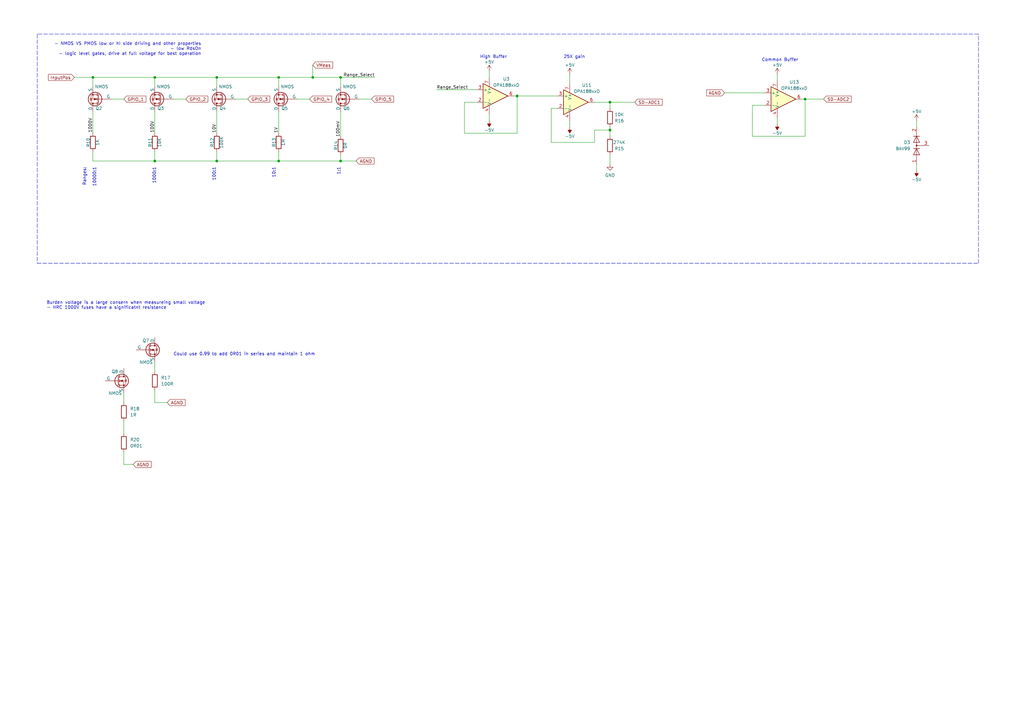
<source format=kicad_sch>
(kicad_sch (version 20230121) (generator eeschema)

  (uuid 8936817f-6a92-4894-afcd-846f3c534168)

  (paper "A3")

  (lib_symbols
    (symbol "Amplifier_Operational:LM321" (pin_names (offset 0.127)) (in_bom yes) (on_board yes)
      (property "Reference" "U" (at 0 7.62 0)
        (effects (font (size 1.27 1.27)) (justify left))
      )
      (property "Value" "LM321" (at 0 5.08 0)
        (effects (font (size 1.27 1.27)) (justify left))
      )
      (property "Footprint" "Package_TO_SOT_SMD:SOT-23-5" (at 0 0 0)
        (effects (font (size 1.27 1.27)) hide)
      )
      (property "Datasheet" "http://www.ti.com/lit/ds/symlink/lm321.pdf" (at 0 0 0)
        (effects (font (size 1.27 1.27)) hide)
      )
      (property "ki_keywords" "single opamp" (at 0 0 0)
        (effects (font (size 1.27 1.27)) hide)
      )
      (property "ki_description" "Low Power Single Operational Amplifier, SOT-23-5" (at 0 0 0)
        (effects (font (size 1.27 1.27)) hide)
      )
      (property "ki_fp_filters" "SOT?23*" (at 0 0 0)
        (effects (font (size 1.27 1.27)) hide)
      )
      (symbol "LM321_0_1"
        (polyline
          (pts
            (xy -5.08 5.08)
            (xy 5.08 0)
            (xy -5.08 -5.08)
            (xy -5.08 5.08)
          )
          (stroke (width 0.254) (type default))
          (fill (type background))
        )
      )
      (symbol "LM321_1_1"
        (pin input line (at -7.62 2.54 0) (length 2.54)
          (name "+" (effects (font (size 1.27 1.27))))
          (number "1" (effects (font (size 1.27 1.27))))
        )
        (pin power_in line (at -2.54 -7.62 90) (length 3.81)
          (name "V-" (effects (font (size 1.27 1.27))))
          (number "2" (effects (font (size 1.27 1.27))))
        )
        (pin input line (at -7.62 -2.54 0) (length 2.54)
          (name "-" (effects (font (size 1.27 1.27))))
          (number "3" (effects (font (size 1.27 1.27))))
        )
        (pin output line (at 7.62 0 180) (length 2.54)
          (name "~" (effects (font (size 1.27 1.27))))
          (number "4" (effects (font (size 1.27 1.27))))
        )
        (pin power_in line (at -2.54 7.62 270) (length 3.81)
          (name "V+" (effects (font (size 1.27 1.27))))
          (number "5" (effects (font (size 1.27 1.27))))
        )
      )
    )
    (symbol "Amplifier_Operational:OPA188xxD" (pin_names (offset 0.127)) (in_bom yes) (on_board yes)
      (property "Reference" "U" (at 0 6.35 0)
        (effects (font (size 1.27 1.27)) (justify left))
      )
      (property "Value" "OPA188xxD" (at 0 3.81 0)
        (effects (font (size 1.27 1.27)) (justify left))
      )
      (property "Footprint" "Package_SO:SOIC-8_3.9x4.9mm_P1.27mm" (at -2.54 -5.08 0)
        (effects (font (size 1.27 1.27)) (justify left) hide)
      )
      (property "Datasheet" "http://www.ti.com/lit/ds/symlink/opa188.pdf" (at 3.81 3.81 0)
        (effects (font (size 1.27 1.27)) hide)
      )
      (property "ki_keywords" "single opamp zero-drift" (at 0 0 0)
        (effects (font (size 1.27 1.27)) hide)
      )
      (property "ki_description" "Precision, Low-Noise, Rail-to-Rail Output, 36-V, Zero-Drift Operational Amplifier, SOIC-8" (at 0 0 0)
        (effects (font (size 1.27 1.27)) hide)
      )
      (property "ki_fp_filters" "SOIC*3.9x4.9mm*P1.27mm*" (at 0 0 0)
        (effects (font (size 1.27 1.27)) hide)
      )
      (symbol "OPA188xxD_0_1"
        (polyline
          (pts
            (xy -5.08 5.08)
            (xy 5.08 0)
            (xy -5.08 -5.08)
            (xy -5.08 5.08)
          )
          (stroke (width 0.254) (type default))
          (fill (type background))
        )
      )
      (symbol "OPA188xxD_1_1"
        (pin no_connect line (at -2.54 2.54 270) (length 2.54) hide
          (name "NC" (effects (font (size 1.27 1.27))))
          (number "1" (effects (font (size 1.27 1.27))))
        )
        (pin input line (at -7.62 -2.54 0) (length 2.54)
          (name "-" (effects (font (size 1.27 1.27))))
          (number "2" (effects (font (size 1.27 1.27))))
        )
        (pin input line (at -7.62 2.54 0) (length 2.54)
          (name "+" (effects (font (size 1.27 1.27))))
          (number "3" (effects (font (size 1.27 1.27))))
        )
        (pin power_in line (at -2.54 -7.62 90) (length 3.81)
          (name "V-" (effects (font (size 1.27 1.27))))
          (number "4" (effects (font (size 1.27 1.27))))
        )
        (pin no_connect line (at 0 2.54 270) (length 2.54) hide
          (name "NC" (effects (font (size 1.27 1.27))))
          (number "5" (effects (font (size 1.27 1.27))))
        )
        (pin output line (at 7.62 0 180) (length 2.54)
          (name "~" (effects (font (size 1.27 1.27))))
          (number "6" (effects (font (size 1.27 1.27))))
        )
        (pin power_in line (at -2.54 7.62 270) (length 3.81)
          (name "V+" (effects (font (size 1.27 1.27))))
          (number "7" (effects (font (size 1.27 1.27))))
        )
        (pin no_connect line (at 0 -2.54 90) (length 2.54) hide
          (name "NC" (effects (font (size 1.27 1.27))))
          (number "8" (effects (font (size 1.27 1.27))))
        )
      )
    )
    (symbol "Device:D_Zener" (pin_numbers hide) (pin_names (offset 1.016) hide) (in_bom yes) (on_board yes)
      (property "Reference" "D" (at 0 2.54 0)
        (effects (font (size 1.27 1.27)))
      )
      (property "Value" "D_Zener" (at 0 -2.54 0)
        (effects (font (size 1.27 1.27)))
      )
      (property "Footprint" "" (at 0 0 0)
        (effects (font (size 1.27 1.27)) hide)
      )
      (property "Datasheet" "~" (at 0 0 0)
        (effects (font (size 1.27 1.27)) hide)
      )
      (property "ki_keywords" "diode" (at 0 0 0)
        (effects (font (size 1.27 1.27)) hide)
      )
      (property "ki_description" "Zener diode" (at 0 0 0)
        (effects (font (size 1.27 1.27)) hide)
      )
      (property "ki_fp_filters" "TO-???* *_Diode_* *SingleDiode* D_*" (at 0 0 0)
        (effects (font (size 1.27 1.27)) hide)
      )
      (symbol "D_Zener_0_1"
        (polyline
          (pts
            (xy 1.27 0)
            (xy -1.27 0)
          )
          (stroke (width 0) (type default))
          (fill (type none))
        )
        (polyline
          (pts
            (xy -1.27 -1.27)
            (xy -1.27 1.27)
            (xy -0.762 1.27)
          )
          (stroke (width 0.254) (type default))
          (fill (type none))
        )
        (polyline
          (pts
            (xy 1.27 -1.27)
            (xy 1.27 1.27)
            (xy -1.27 0)
            (xy 1.27 -1.27)
          )
          (stroke (width 0.254) (type default))
          (fill (type none))
        )
      )
      (symbol "D_Zener_1_1"
        (pin passive line (at -3.81 0 0) (length 2.54)
          (name "K" (effects (font (size 1.27 1.27))))
          (number "1" (effects (font (size 1.27 1.27))))
        )
        (pin passive line (at 3.81 0 180) (length 2.54)
          (name "A" (effects (font (size 1.27 1.27))))
          (number "2" (effects (font (size 1.27 1.27))))
        )
      )
    )
    (symbol "Device:Q_NPN_CBE" (pin_names (offset 0) hide) (in_bom yes) (on_board yes)
      (property "Reference" "Q" (at 5.08 1.27 0)
        (effects (font (size 1.27 1.27)) (justify left))
      )
      (property "Value" "Q_NPN_CBE" (at 5.08 -1.27 0)
        (effects (font (size 1.27 1.27)) (justify left))
      )
      (property "Footprint" "" (at 5.08 2.54 0)
        (effects (font (size 1.27 1.27)) hide)
      )
      (property "Datasheet" "~" (at 0 0 0)
        (effects (font (size 1.27 1.27)) hide)
      )
      (property "ki_keywords" "transistor NPN" (at 0 0 0)
        (effects (font (size 1.27 1.27)) hide)
      )
      (property "ki_description" "NPN transistor, collector/base/emitter" (at 0 0 0)
        (effects (font (size 1.27 1.27)) hide)
      )
      (symbol "Q_NPN_CBE_0_1"
        (polyline
          (pts
            (xy 0.635 0.635)
            (xy 2.54 2.54)
          )
          (stroke (width 0) (type default))
          (fill (type none))
        )
        (polyline
          (pts
            (xy 0.635 -0.635)
            (xy 2.54 -2.54)
            (xy 2.54 -2.54)
          )
          (stroke (width 0) (type default))
          (fill (type none))
        )
        (polyline
          (pts
            (xy 0.635 1.905)
            (xy 0.635 -1.905)
            (xy 0.635 -1.905)
          )
          (stroke (width 0.508) (type default))
          (fill (type none))
        )
        (polyline
          (pts
            (xy 1.27 -1.778)
            (xy 1.778 -1.27)
            (xy 2.286 -2.286)
            (xy 1.27 -1.778)
            (xy 1.27 -1.778)
          )
          (stroke (width 0) (type default))
          (fill (type outline))
        )
        (circle (center 1.27 0) (radius 2.8194)
          (stroke (width 0.254) (type default))
          (fill (type none))
        )
      )
      (symbol "Q_NPN_CBE_1_1"
        (pin passive line (at 2.54 5.08 270) (length 2.54)
          (name "C" (effects (font (size 1.27 1.27))))
          (number "1" (effects (font (size 1.27 1.27))))
        )
        (pin input line (at -5.08 0 0) (length 5.715)
          (name "B" (effects (font (size 1.27 1.27))))
          (number "2" (effects (font (size 1.27 1.27))))
        )
        (pin passive line (at 2.54 -5.08 90) (length 2.54)
          (name "E" (effects (font (size 1.27 1.27))))
          (number "3" (effects (font (size 1.27 1.27))))
        )
      )
    )
    (symbol "Device:R" (pin_numbers hide) (pin_names (offset 0)) (in_bom yes) (on_board yes)
      (property "Reference" "R" (at 2.032 0 90)
        (effects (font (size 1.27 1.27)))
      )
      (property "Value" "R" (at 0 0 90)
        (effects (font (size 1.27 1.27)))
      )
      (property "Footprint" "" (at -1.778 0 90)
        (effects (font (size 1.27 1.27)) hide)
      )
      (property "Datasheet" "~" (at 0 0 0)
        (effects (font (size 1.27 1.27)) hide)
      )
      (property "ki_keywords" "R res resistor" (at 0 0 0)
        (effects (font (size 1.27 1.27)) hide)
      )
      (property "ki_description" "Resistor" (at 0 0 0)
        (effects (font (size 1.27 1.27)) hide)
      )
      (property "ki_fp_filters" "R_*" (at 0 0 0)
        (effects (font (size 1.27 1.27)) hide)
      )
      (symbol "R_0_1"
        (rectangle (start -1.016 -2.54) (end 1.016 2.54)
          (stroke (width 0.254) (type default))
          (fill (type none))
        )
      )
      (symbol "R_1_1"
        (pin passive line (at 0 3.81 270) (length 1.27)
          (name "~" (effects (font (size 1.27 1.27))))
          (number "1" (effects (font (size 1.27 1.27))))
        )
        (pin passive line (at 0 -3.81 90) (length 1.27)
          (name "~" (effects (font (size 1.27 1.27))))
          (number "2" (effects (font (size 1.27 1.27))))
        )
      )
    )
    (symbol "Device:R_Shunt" (pin_numbers hide) (pin_names (offset 0)) (in_bom yes) (on_board yes)
      (property "Reference" "R" (at -4.445 0 90)
        (effects (font (size 1.27 1.27)))
      )
      (property "Value" "R_Shunt" (at -2.54 0 90)
        (effects (font (size 1.27 1.27)))
      )
      (property "Footprint" "" (at -1.778 0 90)
        (effects (font (size 1.27 1.27)) hide)
      )
      (property "Datasheet" "~" (at 0 0 0)
        (effects (font (size 1.27 1.27)) hide)
      )
      (property "ki_keywords" "R res shunt resistor" (at 0 0 0)
        (effects (font (size 1.27 1.27)) hide)
      )
      (property "ki_description" "Shunt resistor" (at 0 0 0)
        (effects (font (size 1.27 1.27)) hide)
      )
      (property "ki_fp_filters" "R_*Shunt*" (at 0 0 0)
        (effects (font (size 1.27 1.27)) hide)
      )
      (symbol "R_Shunt_0_1"
        (rectangle (start -1.016 -2.54) (end 1.016 2.54)
          (stroke (width 0.254) (type default))
          (fill (type none))
        )
        (polyline
          (pts
            (xy 0 -2.54)
            (xy 1.27 -2.54)
          )
          (stroke (width 0) (type default))
          (fill (type none))
        )
        (polyline
          (pts
            (xy 1.27 2.54)
            (xy 0 2.54)
          )
          (stroke (width 0) (type default))
          (fill (type none))
        )
      )
      (symbol "R_Shunt_1_1"
        (pin passive line (at 0 5.08 270) (length 2.54)
          (name "1" (effects (font (size 1.27 1.27))))
          (number "1" (effects (font (size 1.27 1.27))))
        )
        (pin passive line (at 3.81 2.54 180) (length 2.54)
          (name "2" (effects (font (size 1.27 1.27))))
          (number "2" (effects (font (size 1.27 1.27))))
        )
        (pin passive line (at 3.81 -2.54 180) (length 2.54)
          (name "3" (effects (font (size 1.27 1.27))))
          (number "3" (effects (font (size 1.27 1.27))))
        )
        (pin passive line (at 0 -5.08 90) (length 2.54)
          (name "4" (effects (font (size 1.27 1.27))))
          (number "4" (effects (font (size 1.27 1.27))))
        )
      )
    )
    (symbol "Diode:BAV99" (pin_names hide) (in_bom yes) (on_board yes)
      (property "Reference" "D" (at 0 5.08 0)
        (effects (font (size 1.27 1.27)))
      )
      (property "Value" "BAV99" (at 0 2.54 0)
        (effects (font (size 1.27 1.27)))
      )
      (property "Footprint" "Package_TO_SOT_SMD:SOT-23" (at 0 -12.7 0)
        (effects (font (size 1.27 1.27)) hide)
      )
      (property "Datasheet" "https://assets.nexperia.com/documents/data-sheet/BAV99_SER.pdf" (at 0 0 0)
        (effects (font (size 1.27 1.27)) hide)
      )
      (property "ki_keywords" "diode" (at 0 0 0)
        (effects (font (size 1.27 1.27)) hide)
      )
      (property "ki_description" "BAV99 High-speed switching diodes, SOT-23" (at 0 0 0)
        (effects (font (size 1.27 1.27)) hide)
      )
      (property "ki_fp_filters" "SOT?23*" (at 0 0 0)
        (effects (font (size 1.27 1.27)) hide)
      )
      (symbol "BAV99_0_1"
        (polyline
          (pts
            (xy -5.08 0)
            (xy 5.08 0)
          )
          (stroke (width 0) (type default))
          (fill (type none))
        )
      )
      (symbol "BAV99_1_1"
        (polyline
          (pts
            (xy 0 0)
            (xy 0 -2.54)
          )
          (stroke (width 0) (type default))
          (fill (type none))
        )
        (polyline
          (pts
            (xy -1.27 -1.27)
            (xy -1.27 1.27)
            (xy -1.27 1.27)
          )
          (stroke (width 0.2032) (type default))
          (fill (type none))
        )
        (polyline
          (pts
            (xy 3.81 1.27)
            (xy 3.81 -1.27)
            (xy 3.81 -1.27)
          )
          (stroke (width 0.2032) (type default))
          (fill (type none))
        )
        (polyline
          (pts
            (xy -3.81 1.27)
            (xy -1.27 0)
            (xy -3.81 -1.27)
            (xy -3.81 1.27)
            (xy -3.81 1.27)
            (xy -3.81 1.27)
          )
          (stroke (width 0.2032) (type default))
          (fill (type none))
        )
        (polyline
          (pts
            (xy 1.27 1.27)
            (xy 3.81 0)
            (xy 1.27 -1.27)
            (xy 1.27 1.27)
            (xy 1.27 1.27)
            (xy 1.27 1.27)
          )
          (stroke (width 0.2032) (type default))
          (fill (type none))
        )
        (circle (center 0 0) (radius 0.254)
          (stroke (width 0) (type default))
          (fill (type outline))
        )
        (pin passive line (at -7.62 0 0) (length 2.54)
          (name "K" (effects (font (size 1.27 1.27))))
          (number "1" (effects (font (size 1.27 1.27))))
        )
        (pin passive line (at 7.62 0 180) (length 2.54)
          (name "A" (effects (font (size 1.27 1.27))))
          (number "2" (effects (font (size 1.27 1.27))))
        )
        (pin passive line (at 0 -5.08 90) (length 2.54)
          (name "K" (effects (font (size 1.27 1.27))))
          (number "3" (effects (font (size 1.27 1.27))))
        )
      )
    )
    (symbol "Driver_Relay:DRV8860" (pin_names (offset 1.016)) (in_bom yes) (on_board yes)
      (property "Reference" "U" (at 10.16 17.78 0)
        (effects (font (size 1.27 1.27)) (justify left))
      )
      (property "Value" "DRV8860" (at 10.16 15.24 0)
        (effects (font (size 1.27 1.27)) (justify left))
      )
      (property "Footprint" "Package_SO:TSSOP-16_4.4x5mm_P0.65mm" (at 10.16 12.7 0)
        (effects (font (size 1.27 1.27)) (justify left) hide)
      )
      (property "Datasheet" "http://www.ti.com/lit/ds/symlink/drv8860.pdf" (at 0 -2.54 0)
        (effects (font (size 1.27 1.27)) hide)
      )
      (property "ki_keywords" "Relay Driver" (at 0 0 0)
        (effects (font (size 1.27 1.27)) hide)
      )
      (property "ki_description" "8-Channel Serial Interface Low-Side Driver" (at 0 0 0)
        (effects (font (size 1.27 1.27)) hide)
      )
      (property "ki_fp_filters" "TSSOP*4.4x5mm*P0.65mm*" (at 0 0 0)
        (effects (font (size 1.27 1.27)) hide)
      )
      (symbol "DRV8860_0_1"
        (rectangle (start -10.16 15.24) (end 10.16 -12.7)
          (stroke (width 0.254) (type default))
          (fill (type background))
        )
      )
      (symbol "DRV8860_1_1"
        (pin power_in line (at 0 17.78 270) (length 2.54)
          (name "VM" (effects (font (size 1.27 1.27))))
          (number "1" (effects (font (size 1.27 1.27))))
        )
        (pin output line (at 12.7 -5.08 180) (length 2.54)
          (name "OUT7" (effects (font (size 1.27 1.27))))
          (number "10" (effects (font (size 1.27 1.27))))
        )
        (pin output line (at 12.7 -2.54 180) (length 2.54)
          (name "OUT6" (effects (font (size 1.27 1.27))))
          (number "11" (effects (font (size 1.27 1.27))))
        )
        (pin output line (at 12.7 0 180) (length 2.54)
          (name "OUT5" (effects (font (size 1.27 1.27))))
          (number "12" (effects (font (size 1.27 1.27))))
        )
        (pin output line (at 12.7 2.54 180) (length 2.54)
          (name "OUT4" (effects (font (size 1.27 1.27))))
          (number "13" (effects (font (size 1.27 1.27))))
        )
        (pin output line (at 12.7 5.08 180) (length 2.54)
          (name "OUT3" (effects (font (size 1.27 1.27))))
          (number "14" (effects (font (size 1.27 1.27))))
        )
        (pin output line (at 12.7 7.62 180) (length 2.54)
          (name "OUT2" (effects (font (size 1.27 1.27))))
          (number "15" (effects (font (size 1.27 1.27))))
        )
        (pin output line (at 12.7 10.16 180) (length 2.54)
          (name "OUT1" (effects (font (size 1.27 1.27))))
          (number "16" (effects (font (size 1.27 1.27))))
        )
        (pin input line (at -12.7 0 0) (length 2.54)
          (name "DIN" (effects (font (size 1.27 1.27))))
          (number "2" (effects (font (size 1.27 1.27))))
        )
        (pin input clock (at -12.7 2.54 0) (length 2.54)
          (name "SCLK" (effects (font (size 1.27 1.27))))
          (number "3" (effects (font (size 1.27 1.27))))
        )
        (pin input inverted (at -12.7 5.08 0) (length 2.54)
          (name "Latch" (effects (font (size 1.27 1.27))))
          (number "4" (effects (font (size 1.27 1.27))))
        )
        (pin power_in line (at 0 -15.24 90) (length 2.54)
          (name "GND" (effects (font (size 1.27 1.27))))
          (number "5" (effects (font (size 1.27 1.27))))
        )
        (pin output line (at -12.7 -2.54 0) (length 2.54)
          (name "DOUT" (effects (font (size 1.27 1.27))))
          (number "6" (effects (font (size 1.27 1.27))))
        )
        (pin open_collector inverted (at -12.7 -7.62 0) (length 2.54)
          (name "FAULT" (effects (font (size 1.27 1.27))))
          (number "7" (effects (font (size 1.27 1.27))))
        )
        (pin input line (at -12.7 10.16 0) (length 2.54)
          (name "ENABLE" (effects (font (size 1.27 1.27))))
          (number "8" (effects (font (size 1.27 1.27))))
        )
        (pin output line (at 12.7 -7.62 180) (length 2.54)
          (name "OUT8" (effects (font (size 1.27 1.27))))
          (number "9" (effects (font (size 1.27 1.27))))
        )
      )
    )
    (symbol "Potentiometer_Digital:AD5254" (pin_names (offset 0.762)) (in_bom yes) (on_board yes)
      (property "Reference" "U" (at -7.62 21.59 0)
        (effects (font (size 1.27 1.27)) (justify left))
      )
      (property "Value" "AD5254" (at 1.27 21.59 0)
        (effects (font (size 1.27 1.27)) (justify left))
      )
      (property "Footprint" "Package_SO:TSSOP-20_4.4x6.5mm_P0.65mm" (at 0 -22.86 0)
        (effects (font (size 1.27 1.27)) hide)
      )
      (property "Datasheet" "https://www.analog.com/media/en/technical-documentation/data-sheets/AD5253_5254.pdf" (at 2.54 -2.54 0)
        (effects (font (size 1.27 1.27)) hide)
      )
      (property "ki_keywords" "digital potentiometer" (at 0 0 0)
        (effects (font (size 1.27 1.27)) hide)
      )
      (property "ki_description" "Digital potentiometer, 256 position, 4 output, I2C interface, TSSOP-20" (at 0 0 0)
        (effects (font (size 1.27 1.27)) hide)
      )
      (property "ki_fp_filters" "TSSOP*4.4x6.5mm*P0.65mm*" (at 0 0 0)
        (effects (font (size 1.27 1.27)) hide)
      )
      (symbol "AD5254_0_1"
        (rectangle (start -7.62 20.32) (end 7.62 -20.32)
          (stroke (width 0.254) (type default))
          (fill (type background))
        )
      )
      (symbol "AD5254_1_1"
        (polyline
          (pts
            (xy 1.905 -17.526)
            (xy 1.905 -16.6878)
          )
          (stroke (width 0) (type default))
          (fill (type none))
        )
        (polyline
          (pts
            (xy 1.905 -12.9286)
            (xy 1.905 -13.8684)
          )
          (stroke (width 0) (type default))
          (fill (type none))
        )
        (polyline
          (pts
            (xy 1.905 -7.366)
            (xy 1.905 -6.5278)
          )
          (stroke (width 0) (type default))
          (fill (type none))
        )
        (polyline
          (pts
            (xy 1.905 -2.7686)
            (xy 1.905 -3.7084)
          )
          (stroke (width 0) (type default))
          (fill (type none))
        )
        (polyline
          (pts
            (xy 1.905 2.794)
            (xy 1.905 3.6322)
          )
          (stroke (width 0) (type default))
          (fill (type none))
        )
        (polyline
          (pts
            (xy 1.905 7.3914)
            (xy 1.905 6.4516)
          )
          (stroke (width 0) (type default))
          (fill (type none))
        )
        (polyline
          (pts
            (xy 1.905 12.954)
            (xy 1.905 13.7922)
          )
          (stroke (width 0) (type default))
          (fill (type none))
        )
        (polyline
          (pts
            (xy 1.905 17.5514)
            (xy 1.905 16.6116)
          )
          (stroke (width 0) (type default))
          (fill (type none))
        )
        (polyline
          (pts
            (xy 3.4798 -15.2146)
            (xy 4.191 -15.2146)
          )
          (stroke (width 0) (type default))
          (fill (type none))
        )
        (polyline
          (pts
            (xy 3.4798 -5.0546)
            (xy 4.191 -5.0546)
          )
          (stroke (width 0) (type default))
          (fill (type none))
        )
        (polyline
          (pts
            (xy 3.4798 5.1054)
            (xy 4.191 5.1054)
          )
          (stroke (width 0) (type default))
          (fill (type none))
        )
        (polyline
          (pts
            (xy 3.4798 15.2654)
            (xy 4.191 15.2654)
          )
          (stroke (width 0) (type default))
          (fill (type none))
        )
        (polyline
          (pts
            (xy 1.905 -17.78)
            (xy 1.905 -17.526)
            (xy 1.905 -17.526)
          )
          (stroke (width 0) (type default))
          (fill (type background))
        )
        (polyline
          (pts
            (xy 1.905 -17.78)
            (xy 4.191 -17.78)
            (xy 4.191 -17.78)
          )
          (stroke (width 0) (type default))
          (fill (type background))
        )
        (polyline
          (pts
            (xy 1.905 -12.7)
            (xy 1.905 -12.954)
            (xy 1.905 -12.954)
          )
          (stroke (width 0) (type default))
          (fill (type none))
        )
        (polyline
          (pts
            (xy 1.905 -12.7)
            (xy 4.191 -12.7)
            (xy 4.191 -12.7)
          )
          (stroke (width 0) (type default))
          (fill (type background))
        )
        (polyline
          (pts
            (xy 1.905 -7.62)
            (xy 1.905 -7.366)
            (xy 1.905 -7.366)
          )
          (stroke (width 0) (type default))
          (fill (type background))
        )
        (polyline
          (pts
            (xy 1.905 -7.62)
            (xy 4.191 -7.62)
            (xy 4.191 -7.62)
          )
          (stroke (width 0) (type default))
          (fill (type background))
        )
        (polyline
          (pts
            (xy 1.905 -2.54)
            (xy 1.905 -2.794)
            (xy 1.905 -2.794)
          )
          (stroke (width 0) (type default))
          (fill (type none))
        )
        (polyline
          (pts
            (xy 1.905 -2.54)
            (xy 4.191 -2.54)
            (xy 4.191 -2.54)
          )
          (stroke (width 0) (type default))
          (fill (type background))
        )
        (polyline
          (pts
            (xy 1.905 2.54)
            (xy 1.905 2.794)
            (xy 1.905 2.794)
          )
          (stroke (width 0) (type default))
          (fill (type background))
        )
        (polyline
          (pts
            (xy 1.905 2.54)
            (xy 4.191 2.54)
            (xy 4.191 2.54)
          )
          (stroke (width 0) (type default))
          (fill (type background))
        )
        (polyline
          (pts
            (xy 1.905 7.62)
            (xy 1.905 7.366)
            (xy 1.905 7.366)
          )
          (stroke (width 0) (type default))
          (fill (type none))
        )
        (polyline
          (pts
            (xy 1.905 7.62)
            (xy 4.191 7.62)
            (xy 4.191 7.62)
          )
          (stroke (width 0) (type default))
          (fill (type background))
        )
        (polyline
          (pts
            (xy 1.905 12.7)
            (xy 1.905 12.954)
            (xy 1.905 12.954)
          )
          (stroke (width 0) (type default))
          (fill (type background))
        )
        (polyline
          (pts
            (xy 1.905 12.7)
            (xy 4.191 12.7)
            (xy 4.191 12.7)
          )
          (stroke (width 0) (type default))
          (fill (type background))
        )
        (polyline
          (pts
            (xy 1.905 17.78)
            (xy 1.905 17.526)
            (xy 1.905 17.526)
          )
          (stroke (width 0) (type default))
          (fill (type none))
        )
        (polyline
          (pts
            (xy 1.905 17.78)
            (xy 4.191 17.78)
            (xy 4.191 17.78)
          )
          (stroke (width 0) (type default))
          (fill (type background))
        )
        (polyline
          (pts
            (xy 3.4798 -14.732)
            (xy 3.4798 -15.748)
            (xy 2.4638 -15.24)
            (xy 3.4798 -14.732)
            (xy 3.4798 -14.732)
          )
          (stroke (width 0) (type default))
          (fill (type background))
        )
        (polyline
          (pts
            (xy 3.4798 -4.572)
            (xy 3.4798 -5.588)
            (xy 2.4638 -5.08)
            (xy 3.4798 -4.572)
            (xy 3.4798 -4.572)
          )
          (stroke (width 0) (type default))
          (fill (type background))
        )
        (polyline
          (pts
            (xy 3.4798 5.588)
            (xy 3.4798 4.572)
            (xy 2.4638 5.08)
            (xy 3.4798 5.588)
            (xy 3.4798 5.588)
          )
          (stroke (width 0) (type default))
          (fill (type background))
        )
        (polyline
          (pts
            (xy 3.4798 15.748)
            (xy 3.4798 14.732)
            (xy 2.4638 15.24)
            (xy 3.4798 15.748)
            (xy 3.4798 15.748)
          )
          (stroke (width 0) (type default))
          (fill (type background))
        )
        (rectangle (start 1.4224 -13.8938) (end 2.4384 -16.6878)
          (stroke (width 0) (type default))
          (fill (type none))
        )
        (rectangle (start 1.4224 -3.7338) (end 2.4384 -6.5278)
          (stroke (width 0) (type default))
          (fill (type none))
        )
        (rectangle (start 1.4224 6.4262) (end 2.4384 3.6322)
          (stroke (width 0) (type default))
          (fill (type none))
        )
        (rectangle (start 1.4224 16.5862) (end 2.4384 13.7922)
          (stroke (width 0) (type default))
          (fill (type none))
        )
        (pin passive line (at 10.16 15.24 180) (length 2.54)
          (name "W0" (effects (font (size 1.27 1.27))))
          (number "1" (effects (font (size 1.27 1.27))))
        )
        (pin power_in line (at 0 -22.86 90) (length 2.54)
          (name "VSS" (effects (font (size 1.27 1.27))))
          (number "10" (effects (font (size 1.27 1.27))))
        )
        (pin passive line (at 10.16 -2.54 180) (length 2.54)
          (name "A2" (effects (font (size 1.27 1.27))))
          (number "11" (effects (font (size 1.27 1.27))))
        )
        (pin passive line (at 10.16 -7.62 180) (length 2.54)
          (name "B2" (effects (font (size 1.27 1.27))))
          (number "12" (effects (font (size 1.27 1.27))))
        )
        (pin passive line (at 10.16 -5.08 180) (length 2.54)
          (name "W2" (effects (font (size 1.27 1.27))))
          (number "13" (effects (font (size 1.27 1.27))))
        )
        (pin input line (at -10.16 10.16 0) (length 2.54)
          (name "SCL" (effects (font (size 1.27 1.27))))
          (number "14" (effects (font (size 1.27 1.27))))
        )
        (pin power_in line (at -2.54 -22.86 90) (length 2.54)
          (name "DGND" (effects (font (size 1.27 1.27))))
          (number "15" (effects (font (size 1.27 1.27))))
        )
        (pin input line (at -10.16 -2.54 0) (length 2.54)
          (name "AD1" (effects (font (size 1.27 1.27))))
          (number "16" (effects (font (size 1.27 1.27))))
        )
        (pin passive line (at 10.16 -12.7 180) (length 2.54)
          (name "A3" (effects (font (size 1.27 1.27))))
          (number "17" (effects (font (size 1.27 1.27))))
        )
        (pin passive line (at 10.16 -17.78 180) (length 2.54)
          (name "B3" (effects (font (size 1.27 1.27))))
          (number "18" (effects (font (size 1.27 1.27))))
        )
        (pin passive line (at 10.16 -15.24 180) (length 2.54)
          (name "W3" (effects (font (size 1.27 1.27))))
          (number "19" (effects (font (size 1.27 1.27))))
        )
        (pin passive line (at 10.16 12.7 180) (length 2.54)
          (name "B0" (effects (font (size 1.27 1.27))))
          (number "2" (effects (font (size 1.27 1.27))))
        )
        (pin power_in line (at 0 22.86 270) (length 2.54)
          (name "VDD" (effects (font (size 1.27 1.27))))
          (number "20" (effects (font (size 1.27 1.27))))
        )
        (pin passive line (at 10.16 17.78 180) (length 2.54)
          (name "A0" (effects (font (size 1.27 1.27))))
          (number "3" (effects (font (size 1.27 1.27))))
        )
        (pin input line (at -10.16 0 0) (length 2.54)
          (name "AD0" (effects (font (size 1.27 1.27))))
          (number "4" (effects (font (size 1.27 1.27))))
        )
        (pin input line (at -10.16 2.54 0) (length 2.54)
          (name "~{WP}" (effects (font (size 1.27 1.27))))
          (number "5" (effects (font (size 1.27 1.27))))
        )
        (pin passive line (at 10.16 5.08 180) (length 2.54)
          (name "W1" (effects (font (size 1.27 1.27))))
          (number "6" (effects (font (size 1.27 1.27))))
        )
        (pin passive line (at 10.16 2.54 180) (length 2.54)
          (name "B1" (effects (font (size 1.27 1.27))))
          (number "7" (effects (font (size 1.27 1.27))))
        )
        (pin passive line (at 10.16 7.62 180) (length 2.54)
          (name "A1" (effects (font (size 1.27 1.27))))
          (number "8" (effects (font (size 1.27 1.27))))
        )
        (pin bidirectional line (at -10.16 7.62 0) (length 2.54)
          (name "SDA" (effects (font (size 1.27 1.27))))
          (number "9" (effects (font (size 1.27 1.27))))
        )
      )
    )
    (symbol "Relay:Relay_DPDT" (in_bom yes) (on_board yes)
      (property "Reference" "K" (at 16.51 3.81 0)
        (effects (font (size 1.27 1.27)) (justify left))
      )
      (property "Value" "Relay_DPDT" (at 16.51 1.27 0)
        (effects (font (size 1.27 1.27)) (justify left))
      )
      (property "Footprint" "" (at 16.51 -1.27 0)
        (effects (font (size 1.27 1.27)) (justify left) hide)
      )
      (property "Datasheet" "~" (at 0 0 0)
        (effects (font (size 1.27 1.27)) hide)
      )
      (property "ki_keywords" "Relay DPDT" (at 0 0 0)
        (effects (font (size 1.27 1.27)) hide)
      )
      (property "ki_description" "Monostable Relay DPDT, EN50005 " (at 0 0 0)
        (effects (font (size 1.27 1.27)) hide)
      )
      (property "ki_fp_filters" "Relay?DPDT*" (at 0 0 0)
        (effects (font (size 1.27 1.27)) hide)
      )
      (symbol "Relay_DPDT_0_1"
        (rectangle (start -15.24 5.08) (end 15.24 -5.08)
          (stroke (width 0.254) (type default))
          (fill (type background))
        )
        (rectangle (start -13.335 1.905) (end -6.985 -1.905)
          (stroke (width 0.254) (type default))
          (fill (type none))
        )
        (polyline
          (pts
            (xy -12.7 -1.905)
            (xy -7.62 1.905)
          )
          (stroke (width 0.254) (type default))
          (fill (type none))
        )
        (polyline
          (pts
            (xy -10.16 -5.08)
            (xy -10.16 -1.905)
          )
          (stroke (width 0) (type default))
          (fill (type none))
        )
        (polyline
          (pts
            (xy -10.16 5.08)
            (xy -10.16 1.905)
          )
          (stroke (width 0) (type default))
          (fill (type none))
        )
        (polyline
          (pts
            (xy -6.985 0)
            (xy -6.35 0)
          )
          (stroke (width 0.254) (type default))
          (fill (type none))
        )
        (polyline
          (pts
            (xy -5.715 0)
            (xy -5.08 0)
          )
          (stroke (width 0.254) (type default))
          (fill (type none))
        )
        (polyline
          (pts
            (xy -4.445 0)
            (xy -3.81 0)
          )
          (stroke (width 0.254) (type default))
          (fill (type none))
        )
        (polyline
          (pts
            (xy -3.175 0)
            (xy -2.54 0)
          )
          (stroke (width 0.254) (type default))
          (fill (type none))
        )
        (polyline
          (pts
            (xy -1.905 0)
            (xy -1.27 0)
          )
          (stroke (width 0.254) (type default))
          (fill (type none))
        )
        (polyline
          (pts
            (xy -0.635 0)
            (xy 0 0)
          )
          (stroke (width 0.254) (type default))
          (fill (type none))
        )
        (polyline
          (pts
            (xy 0 -2.54)
            (xy -1.905 3.81)
          )
          (stroke (width 0.508) (type default))
          (fill (type none))
        )
        (polyline
          (pts
            (xy 0 -2.54)
            (xy 0 -5.08)
          )
          (stroke (width 0) (type default))
          (fill (type none))
        )
        (polyline
          (pts
            (xy 0.635 0)
            (xy 1.27 0)
          )
          (stroke (width 0.254) (type default))
          (fill (type none))
        )
        (polyline
          (pts
            (xy 1.905 0)
            (xy 2.54 0)
          )
          (stroke (width 0.254) (type default))
          (fill (type none))
        )
        (polyline
          (pts
            (xy 3.175 0)
            (xy 3.81 0)
          )
          (stroke (width 0.254) (type default))
          (fill (type none))
        )
        (polyline
          (pts
            (xy 4.445 0)
            (xy 5.08 0)
          )
          (stroke (width 0.254) (type default))
          (fill (type none))
        )
        (polyline
          (pts
            (xy 5.715 0)
            (xy 6.35 0)
          )
          (stroke (width 0.254) (type default))
          (fill (type none))
        )
        (polyline
          (pts
            (xy 6.985 0)
            (xy 7.62 0)
          )
          (stroke (width 0.254) (type default))
          (fill (type none))
        )
        (polyline
          (pts
            (xy 8.255 0)
            (xy 8.89 0)
          )
          (stroke (width 0.254) (type default))
          (fill (type none))
        )
        (polyline
          (pts
            (xy 10.16 -2.54)
            (xy 8.255 3.81)
          )
          (stroke (width 0.508) (type default))
          (fill (type none))
        )
        (polyline
          (pts
            (xy 10.16 -2.54)
            (xy 10.16 -5.08)
          )
          (stroke (width 0) (type default))
          (fill (type none))
        )
        (polyline
          (pts
            (xy -2.54 5.08)
            (xy -2.54 2.54)
            (xy -1.905 3.175)
            (xy -2.54 3.81)
          )
          (stroke (width 0) (type default))
          (fill (type outline))
        )
        (polyline
          (pts
            (xy 2.54 5.08)
            (xy 2.54 2.54)
            (xy 1.905 3.175)
            (xy 2.54 3.81)
          )
          (stroke (width 0) (type default))
          (fill (type none))
        )
        (polyline
          (pts
            (xy 7.62 5.08)
            (xy 7.62 2.54)
            (xy 8.255 3.175)
            (xy 7.62 3.81)
          )
          (stroke (width 0) (type default))
          (fill (type outline))
        )
        (polyline
          (pts
            (xy 12.7 5.08)
            (xy 12.7 2.54)
            (xy 12.065 3.175)
            (xy 12.7 3.81)
          )
          (stroke (width 0) (type default))
          (fill (type none))
        )
      )
      (symbol "Relay_DPDT_1_1"
        (pin passive line (at 0 -7.62 90) (length 2.54)
          (name "~" (effects (font (size 1.27 1.27))))
          (number "11" (effects (font (size 1.27 1.27))))
        )
        (pin passive line (at -2.54 7.62 270) (length 2.54)
          (name "~" (effects (font (size 1.27 1.27))))
          (number "12" (effects (font (size 1.27 1.27))))
        )
        (pin passive line (at 2.54 7.62 270) (length 2.54)
          (name "~" (effects (font (size 1.27 1.27))))
          (number "14" (effects (font (size 1.27 1.27))))
        )
        (pin passive line (at 10.16 -7.62 90) (length 2.54)
          (name "~" (effects (font (size 1.27 1.27))))
          (number "21" (effects (font (size 1.27 1.27))))
        )
        (pin passive line (at 7.62 7.62 270) (length 2.54)
          (name "~" (effects (font (size 1.27 1.27))))
          (number "22" (effects (font (size 1.27 1.27))))
        )
        (pin passive line (at 12.7 7.62 270) (length 2.54)
          (name "~" (effects (font (size 1.27 1.27))))
          (number "24" (effects (font (size 1.27 1.27))))
        )
        (pin passive line (at -10.16 7.62 270) (length 2.54)
          (name "~" (effects (font (size 1.27 1.27))))
          (number "A1" (effects (font (size 1.27 1.27))))
        )
        (pin passive line (at -10.16 -7.62 90) (length 2.54)
          (name "~" (effects (font (size 1.27 1.27))))
          (number "A2" (effects (font (size 1.27 1.27))))
        )
      )
    )
    (symbol "Simulation_SPICE:NMOS" (pin_numbers hide) (pin_names (offset 0)) (in_bom yes) (on_board yes)
      (property "Reference" "Q" (at 5.08 1.27 0)
        (effects (font (size 1.27 1.27)) (justify left))
      )
      (property "Value" "NMOS" (at 5.08 -1.27 0)
        (effects (font (size 1.27 1.27)) (justify left))
      )
      (property "Footprint" "" (at 5.08 2.54 0)
        (effects (font (size 1.27 1.27)) hide)
      )
      (property "Datasheet" "https://ngspice.sourceforge.io/docs/ngspice-manual.pdf" (at 0 -12.7 0)
        (effects (font (size 1.27 1.27)) hide)
      )
      (property "Sim.Device" "NMOS" (at 0 -17.145 0)
        (effects (font (size 1.27 1.27)) hide)
      )
      (property "Sim.Type" "VDMOS" (at 0 -19.05 0)
        (effects (font (size 1.27 1.27)) hide)
      )
      (property "Sim.Pins" "1=D 2=G 3=S" (at 0 -15.24 0)
        (effects (font (size 1.27 1.27)) hide)
      )
      (property "ki_keywords" "transistor NMOS N-MOS N-MOSFET simulation" (at 0 0 0)
        (effects (font (size 1.27 1.27)) hide)
      )
      (property "ki_description" "N-MOSFET transistor, drain/source/gate" (at 0 0 0)
        (effects (font (size 1.27 1.27)) hide)
      )
      (symbol "NMOS_0_1"
        (polyline
          (pts
            (xy 0.254 0)
            (xy -2.54 0)
          )
          (stroke (width 0) (type default))
          (fill (type none))
        )
        (polyline
          (pts
            (xy 0.254 1.905)
            (xy 0.254 -1.905)
          )
          (stroke (width 0.254) (type default))
          (fill (type none))
        )
        (polyline
          (pts
            (xy 0.762 -1.27)
            (xy 0.762 -2.286)
          )
          (stroke (width 0.254) (type default))
          (fill (type none))
        )
        (polyline
          (pts
            (xy 0.762 0.508)
            (xy 0.762 -0.508)
          )
          (stroke (width 0.254) (type default))
          (fill (type none))
        )
        (polyline
          (pts
            (xy 0.762 2.286)
            (xy 0.762 1.27)
          )
          (stroke (width 0.254) (type default))
          (fill (type none))
        )
        (polyline
          (pts
            (xy 2.54 2.54)
            (xy 2.54 1.778)
          )
          (stroke (width 0) (type default))
          (fill (type none))
        )
        (polyline
          (pts
            (xy 2.54 -2.54)
            (xy 2.54 0)
            (xy 0.762 0)
          )
          (stroke (width 0) (type default))
          (fill (type none))
        )
        (polyline
          (pts
            (xy 0.762 -1.778)
            (xy 3.302 -1.778)
            (xy 3.302 1.778)
            (xy 0.762 1.778)
          )
          (stroke (width 0) (type default))
          (fill (type none))
        )
        (polyline
          (pts
            (xy 1.016 0)
            (xy 2.032 0.381)
            (xy 2.032 -0.381)
            (xy 1.016 0)
          )
          (stroke (width 0) (type default))
          (fill (type outline))
        )
        (polyline
          (pts
            (xy 2.794 0.508)
            (xy 2.921 0.381)
            (xy 3.683 0.381)
            (xy 3.81 0.254)
          )
          (stroke (width 0) (type default))
          (fill (type none))
        )
        (polyline
          (pts
            (xy 3.302 0.381)
            (xy 2.921 -0.254)
            (xy 3.683 -0.254)
            (xy 3.302 0.381)
          )
          (stroke (width 0) (type default))
          (fill (type none))
        )
        (circle (center 1.651 0) (radius 2.794)
          (stroke (width 0.254) (type default))
          (fill (type none))
        )
        (circle (center 2.54 -1.778) (radius 0.254)
          (stroke (width 0) (type default))
          (fill (type outline))
        )
        (circle (center 2.54 1.778) (radius 0.254)
          (stroke (width 0) (type default))
          (fill (type outline))
        )
      )
      (symbol "NMOS_1_1"
        (pin passive line (at 2.54 5.08 270) (length 2.54)
          (name "D" (effects (font (size 1.27 1.27))))
          (number "1" (effects (font (size 1.27 1.27))))
        )
        (pin input line (at -5.08 0 0) (length 2.54)
          (name "G" (effects (font (size 1.27 1.27))))
          (number "2" (effects (font (size 1.27 1.27))))
        )
        (pin passive line (at 2.54 -5.08 90) (length 2.54)
          (name "S" (effects (font (size 1.27 1.27))))
          (number "3" (effects (font (size 1.27 1.27))))
        )
      )
    )
    (symbol "power:+3.3V" (power) (pin_names (offset 0)) (in_bom yes) (on_board yes)
      (property "Reference" "#PWR" (at 0 -3.81 0)
        (effects (font (size 1.27 1.27)) hide)
      )
      (property "Value" "+3.3V" (at 0 3.556 0)
        (effects (font (size 1.27 1.27)))
      )
      (property "Footprint" "" (at 0 0 0)
        (effects (font (size 1.27 1.27)) hide)
      )
      (property "Datasheet" "" (at 0 0 0)
        (effects (font (size 1.27 1.27)) hide)
      )
      (property "ki_keywords" "global power" (at 0 0 0)
        (effects (font (size 1.27 1.27)) hide)
      )
      (property "ki_description" "Power symbol creates a global label with name \"+3.3V\"" (at 0 0 0)
        (effects (font (size 1.27 1.27)) hide)
      )
      (symbol "+3.3V_0_1"
        (polyline
          (pts
            (xy -0.762 1.27)
            (xy 0 2.54)
          )
          (stroke (width 0) (type default))
          (fill (type none))
        )
        (polyline
          (pts
            (xy 0 0)
            (xy 0 2.54)
          )
          (stroke (width 0) (type default))
          (fill (type none))
        )
        (polyline
          (pts
            (xy 0 2.54)
            (xy 0.762 1.27)
          )
          (stroke (width 0) (type default))
          (fill (type none))
        )
      )
      (symbol "+3.3V_1_1"
        (pin power_in line (at 0 0 90) (length 0) hide
          (name "+3.3V" (effects (font (size 1.27 1.27))))
          (number "1" (effects (font (size 1.27 1.27))))
        )
      )
    )
    (symbol "power:+5V" (power) (pin_names (offset 0)) (in_bom yes) (on_board yes)
      (property "Reference" "#PWR" (at 0 -3.81 0)
        (effects (font (size 1.27 1.27)) hide)
      )
      (property "Value" "+5V" (at 0 3.556 0)
        (effects (font (size 1.27 1.27)))
      )
      (property "Footprint" "" (at 0 0 0)
        (effects (font (size 1.27 1.27)) hide)
      )
      (property "Datasheet" "" (at 0 0 0)
        (effects (font (size 1.27 1.27)) hide)
      )
      (property "ki_keywords" "global power" (at 0 0 0)
        (effects (font (size 1.27 1.27)) hide)
      )
      (property "ki_description" "Power symbol creates a global label with name \"+5V\"" (at 0 0 0)
        (effects (font (size 1.27 1.27)) hide)
      )
      (symbol "+5V_0_1"
        (polyline
          (pts
            (xy -0.762 1.27)
            (xy 0 2.54)
          )
          (stroke (width 0) (type default))
          (fill (type none))
        )
        (polyline
          (pts
            (xy 0 0)
            (xy 0 2.54)
          )
          (stroke (width 0) (type default))
          (fill (type none))
        )
        (polyline
          (pts
            (xy 0 2.54)
            (xy 0.762 1.27)
          )
          (stroke (width 0) (type default))
          (fill (type none))
        )
      )
      (symbol "+5V_1_1"
        (pin power_in line (at 0 0 90) (length 0) hide
          (name "+5V" (effects (font (size 1.27 1.27))))
          (number "1" (effects (font (size 1.27 1.27))))
        )
      )
    )
    (symbol "power:-3V3" (power) (pin_names (offset 0)) (in_bom yes) (on_board yes)
      (property "Reference" "#PWR" (at 0 2.54 0)
        (effects (font (size 1.27 1.27)) hide)
      )
      (property "Value" "-3V3" (at 0 3.81 0)
        (effects (font (size 1.27 1.27)))
      )
      (property "Footprint" "" (at 0 0 0)
        (effects (font (size 1.27 1.27)) hide)
      )
      (property "Datasheet" "" (at 0 0 0)
        (effects (font (size 1.27 1.27)) hide)
      )
      (property "ki_keywords" "global power" (at 0 0 0)
        (effects (font (size 1.27 1.27)) hide)
      )
      (property "ki_description" "Power symbol creates a global label with name \"-3V3\"" (at 0 0 0)
        (effects (font (size 1.27 1.27)) hide)
      )
      (symbol "-3V3_0_0"
        (pin power_in line (at 0 0 90) (length 0) hide
          (name "-3V3" (effects (font (size 1.27 1.27))))
          (number "1" (effects (font (size 1.27 1.27))))
        )
      )
      (symbol "-3V3_0_1"
        (polyline
          (pts
            (xy 0 0)
            (xy 0 1.27)
            (xy 0.762 1.27)
            (xy 0 2.54)
            (xy -0.762 1.27)
            (xy 0 1.27)
          )
          (stroke (width 0) (type default))
          (fill (type outline))
        )
      )
    )
    (symbol "power:-5V" (power) (pin_names (offset 0)) (in_bom yes) (on_board yes)
      (property "Reference" "#PWR" (at 0 2.54 0)
        (effects (font (size 1.27 1.27)) hide)
      )
      (property "Value" "-5V" (at 0 3.81 0)
        (effects (font (size 1.27 1.27)))
      )
      (property "Footprint" "" (at 0 0 0)
        (effects (font (size 1.27 1.27)) hide)
      )
      (property "Datasheet" "" (at 0 0 0)
        (effects (font (size 1.27 1.27)) hide)
      )
      (property "ki_keywords" "global power" (at 0 0 0)
        (effects (font (size 1.27 1.27)) hide)
      )
      (property "ki_description" "Power symbol creates a global label with name \"-5V\"" (at 0 0 0)
        (effects (font (size 1.27 1.27)) hide)
      )
      (symbol "-5V_0_0"
        (pin power_in line (at 0 0 90) (length 0) hide
          (name "-5V" (effects (font (size 1.27 1.27))))
          (number "1" (effects (font (size 1.27 1.27))))
        )
      )
      (symbol "-5V_0_1"
        (polyline
          (pts
            (xy 0 0)
            (xy 0 1.27)
            (xy 0.762 1.27)
            (xy 0 2.54)
            (xy -0.762 1.27)
            (xy 0 1.27)
          )
          (stroke (width 0) (type default))
          (fill (type outline))
        )
      )
    )
    (symbol "power:GND" (power) (pin_names (offset 0)) (in_bom yes) (on_board yes)
      (property "Reference" "#PWR" (at 0 -6.35 0)
        (effects (font (size 1.27 1.27)) hide)
      )
      (property "Value" "GND" (at 0 -3.81 0)
        (effects (font (size 1.27 1.27)))
      )
      (property "Footprint" "" (at 0 0 0)
        (effects (font (size 1.27 1.27)) hide)
      )
      (property "Datasheet" "" (at 0 0 0)
        (effects (font (size 1.27 1.27)) hide)
      )
      (property "ki_keywords" "global power" (at 0 0 0)
        (effects (font (size 1.27 1.27)) hide)
      )
      (property "ki_description" "Power symbol creates a global label with name \"GND\" , ground" (at 0 0 0)
        (effects (font (size 1.27 1.27)) hide)
      )
      (symbol "GND_0_1"
        (polyline
          (pts
            (xy 0 0)
            (xy 0 -1.27)
            (xy 1.27 -1.27)
            (xy 0 -2.54)
            (xy -1.27 -1.27)
            (xy 0 -1.27)
          )
          (stroke (width 0) (type default))
          (fill (type none))
        )
      )
      (symbol "GND_1_1"
        (pin power_in line (at 0 0 270) (length 0) hide
          (name "GND" (effects (font (size 1.27 1.27))))
          (number "1" (effects (font (size 1.27 1.27))))
        )
      )
    )
  )

  (junction (at -30.48 30.48) (diameter 0) (color 0 0 0 0)
    (uuid 12106be3-7401-46d6-b9cb-246b3f8f6f56)
  )
  (junction (at -74.295 90.17) (diameter 0) (color 0 0 0 0)
    (uuid 1ae61dcb-6a39-4ca5-b92a-7f26ee41a582)
  )
  (junction (at -332.105 48.26) (diameter 0) (color 0 0 0 0)
    (uuid 2afc82f5-e5fa-47b8-8735-38fbf840df4e)
  )
  (junction (at 63.5 66.04) (diameter 0) (color 0 0 0 0)
    (uuid 2dffc972-f4f8-4356-827d-3d8aea01a016)
  )
  (junction (at 63.5 31.75) (diameter 0) (color 0 0 0 0)
    (uuid 329e1960-61d5-4182-ab31-6b722e1dc167)
  )
  (junction (at -107.315 76.2) (diameter 0) (color 0 0 0 0)
    (uuid 334e9de7-5549-4822-8952-059f301cdcda)
  )
  (junction (at 330.2 40.64) (diameter 0) (color 0 0 0 0)
    (uuid 37239cd4-c59c-44cf-8e3b-5c79734614ba)
  )
  (junction (at -228.6 186.69) (diameter 0) (color 0 0 0 0)
    (uuid 4e23e23e-1b39-4f94-881b-63b51bdac9d2)
  )
  (junction (at -216.535 59.055) (diameter 0) (color 0 0 0 0)
    (uuid 5361bd94-6329-42e0-b541-f94e74fbd471)
  )
  (junction (at 114.3 66.04) (diameter 0) (color 0 0 0 0)
    (uuid 5db52281-3769-4529-95a6-39efff0f622c)
  )
  (junction (at 38.1 31.75) (diameter 0) (color 0 0 0 0)
    (uuid 6d78fa3b-91e0-4cbc-92ad-ca02ab0a1bef)
  )
  (junction (at 88.9 66.04) (diameter 0) (color 0 0 0 0)
    (uuid 6f6ae542-4c20-4dae-866b-8bf2392a141e)
  )
  (junction (at 250.19 41.91) (diameter 0) (color 0 0 0 0)
    (uuid 7c084c6f-5616-4d93-b2d8-50a944640519)
  )
  (junction (at 212.09 39.37) (diameter 0) (color 0 0 0 0)
    (uuid 7e529674-4c1e-4f24-99fa-6df9b5ab2ff3)
  )
  (junction (at -304.8 163.83) (diameter 0) (color 0 0 0 0)
    (uuid a6bf411a-0bd4-4226-963c-32178dc6f2dd)
  )
  (junction (at 250.19 53.34) (diameter 0) (color 0 0 0 0)
    (uuid d06c5bf1-d70b-4ebe-8179-0f18bdb2229d)
  )
  (junction (at 139.7 66.04) (diameter 0) (color 0 0 0 0)
    (uuid d9fee4dc-4b8d-4ac1-8684-1e74b4b9e2af)
  )
  (junction (at -85.725 55.88) (diameter 0) (color 0 0 0 0)
    (uuid ec839933-4eac-4542-8b02-4761541494c5)
  )
  (junction (at 128.27 31.75) (diameter 0) (color 0 0 0 0)
    (uuid eeba3eb8-adbf-44e0-add8-7b7921c7668b)
  )
  (junction (at 114.3 31.75) (diameter 0) (color 0 0 0 0)
    (uuid ef67262a-1743-48a7-993d-bf3a806bfcf8)
  )
  (junction (at 88.9 31.75) (diameter 0) (color 0 0 0 0)
    (uuid f174594c-39ab-4752-a3a0-621d779cec74)
  )
  (junction (at 139.7 31.75) (diameter 0) (color 0 0 0 0)
    (uuid f8410698-e843-43ab-a6fd-618d2e60f3f0)
  )

  (no_connect (at -303.53 87.63) (uuid 2496b28b-c3ca-402b-84bd-11a1c6d91258))
  (no_connect (at -248.92 87.63) (uuid 2bbbb8a0-2ed1-45f9-a9e7-402b1ea6dda7))
  (no_connect (at -303.53 97.79) (uuid 4aa89c57-3136-4a6c-b345-e947f7879d2a))

  (wire (pts (xy 318.77 48.26) (xy 318.77 50.8))
    (stroke (width 0) (type default))
    (uuid 02a5b56f-8c69-4440-a818-c192eb0bf5c3)
  )
  (wire (pts (xy 63.5 62.23) (xy 63.5 66.04))
    (stroke (width 0) (type default))
    (uuid 02ecc1d0-1cc7-409e-93c5-f2e50d753ae7)
  )
  (wire (pts (xy 76.2 40.64) (xy 71.12 40.64))
    (stroke (width 0) (type default))
    (uuid 04e7f560-ca8c-42f3-8368-aa863ef6edf2)
  )
  (wire (pts (xy -228.6 186.69) (xy -231.14 186.69))
    (stroke (width 0) (type default))
    (uuid 04f98e57-8825-493a-a3f5-058d9b1a7841)
  )
  (wire (pts (xy 88.9 31.75) (xy 114.3 31.75))
    (stroke (width 0) (type default))
    (uuid 07234ec9-bd05-4d9a-9410-9b639c50cdbb)
  )
  (wire (pts (xy 63.5 165.1) (xy 63.5 160.02))
    (stroke (width 0) (type default))
    (uuid 08a64b89-f338-401c-bfa1-6c4703877c5a)
  )
  (wire (pts (xy -85.725 78.74) (xy -81.915 78.74))
    (stroke (width 0) (type default))
    (uuid 0a40d52a-2401-4252-bcb6-1b2198ebe81f)
  )
  (wire (pts (xy 128.27 31.75) (xy 139.7 31.75))
    (stroke (width 0) (type default))
    (uuid 0b3854a6-0ac1-4860-b590-97f9a41dbfca)
  )
  (wire (pts (xy -107.95 20.32) (xy -104.14 20.32))
    (stroke (width 0) (type default))
    (uuid 0b600235-5f3b-4795-a2db-4e4653303112)
  )
  (wire (pts (xy 308.61 55.88) (xy 330.2 55.88))
    (stroke (width 0) (type default))
    (uuid 0bf8fa3a-ee60-417c-aaa2-37fbec9926a3)
  )
  (wire (pts (xy -44.45 20.32) (xy -44.45 22.86))
    (stroke (width 0) (type default))
    (uuid 0c6e0917-d7fc-4e96-9400-8b907a11e37a)
  )
  (wire (pts (xy -300.99 156.21) (xy -300.99 163.83))
    (stroke (width 0) (type default))
    (uuid 0d44e919-0a62-4d46-892b-00b59a00d4a6)
  )
  (wire (pts (xy 243.84 53.34) (xy 250.19 53.34))
    (stroke (width 0) (type default))
    (uuid 0d8707f7-39af-42bb-a1b1-b52dc6f5b18c)
  )
  (wire (pts (xy -107.315 91.44) (xy -107.315 105.41))
    (stroke (width 0) (type default))
    (uuid 0e0cdc2a-cc95-4e8f-a1ff-9e3c406ec56d)
  )
  (wire (pts (xy 88.9 62.23) (xy 88.9 66.04))
    (stroke (width 0) (type default))
    (uuid 1226ae7b-1641-4f8a-b297-64e699e616fe)
  )
  (wire (pts (xy -85.725 55.88) (xy -107.315 55.88))
    (stroke (width 0) (type default))
    (uuid 13d2e7f2-03f1-45b3-9f2c-3864e6616576)
  )
  (wire (pts (xy 190.5 41.91) (xy 190.5 54.61))
    (stroke (width 0) (type default))
    (uuid 161d209e-595b-4f55-9c89-5dcb4d146437)
  )
  (wire (pts (xy -30.48 43.18) (xy -30.48 30.48))
    (stroke (width 0) (type default))
    (uuid 175712b3-5c14-4c98-8eb8-42a3c327c32e)
  )
  (wire (pts (xy 226.06 58.42) (xy 243.84 58.42))
    (stroke (width 0) (type default))
    (uuid 1cd72396-291a-4c25-bc93-5de7aa5d6361)
  )
  (wire (pts (xy 63.5 66.04) (xy 38.1 66.04))
    (stroke (width 0) (type default))
    (uuid 1f242495-11d7-420d-b358-1bbcc5b2a508)
  )
  (wire (pts (xy 114.3 35.56) (xy 114.3 31.75))
    (stroke (width 0) (type default))
    (uuid 201dc34d-3347-4c2c-af2c-ebab47d0a85f)
  )
  (wire (pts (xy -332.105 48.26) (xy -327.025 48.26))
    (stroke (width 0) (type default))
    (uuid 20364532-26cf-4fa3-8542-29c88bbe1d7b)
  )
  (wire (pts (xy -107.95 17.78) (xy -107.95 20.32))
    (stroke (width 0) (type default))
    (uuid 2111d141-db9c-4d6e-af43-e893e76dc905)
  )
  (wire (pts (xy -206.375 17.145) (xy -201.295 17.145))
    (stroke (width 0) (type default))
    (uuid 216f5ac9-50d0-4171-ae41-c66577dc8096)
  )
  (wire (pts (xy 212.09 39.37) (xy 212.09 54.61))
    (stroke (width 0) (type default))
    (uuid 225f4be4-d755-4588-ba56-d1547cd46840)
  )
  (wire (pts (xy 250.19 53.34) (xy 250.19 52.07))
    (stroke (width 0) (type default))
    (uuid 2335f277-41a8-4b26-b175-b922c830fa33)
  )
  (wire (pts (xy -228.6 134.62) (xy -228.6 137.16))
    (stroke (width 0) (type default))
    (uuid 23777416-22cb-4a86-9484-587899580e3c)
  )
  (wire (pts (xy 297.18 38.1) (xy 313.69 38.1))
    (stroke (width 0) (type default))
    (uuid 239cbfc2-7d4e-4c98-bc69-5db047738d96)
  )
  (wire (pts (xy 38.1 45.72) (xy 38.1 54.61))
    (stroke (width 0) (type default))
    (uuid 2787bca0-14b6-4b57-8278-4dbaa45460de)
  )
  (wire (pts (xy -116.84 7.62) (xy -113.03 7.62))
    (stroke (width 0) (type default))
    (uuid 296ffd4b-e383-4dbd-929c-0776f02c086e)
  )
  (wire (pts (xy -74.295 90.17) (xy -74.295 95.25))
    (stroke (width 0) (type default))
    (uuid 2a80ffd6-ef4c-4547-8599-711690a4bf9f)
  )
  (wire (pts (xy -95.885 86.36) (xy -95.885 88.9))
    (stroke (width 0) (type default))
    (uuid 2ad347e3-432e-4639-9eac-34e25a18e95c)
  )
  (wire (pts (xy 228.6 44.45) (xy 226.06 44.45))
    (stroke (width 0) (type default))
    (uuid 2eacca0d-c693-4121-97e3-28489181b3a5)
  )
  (wire (pts (xy 63.5 31.75) (xy 88.9 31.75))
    (stroke (width 0) (type default))
    (uuid 329a2ca6-ef57-4c68-a71a-805d98300796)
  )
  (wire (pts (xy -332.105 59.69) (xy -332.105 63.5))
    (stroke (width 0) (type default))
    (uuid 355763b0-d4f2-4530-9911-919ce70fa063)
  )
  (wire (pts (xy -100.965 81.28) (xy -100.965 90.17))
    (stroke (width 0) (type default))
    (uuid 36bd87dd-9f66-4c3f-bf81-2f85dc9db228)
  )
  (wire (pts (xy 226.06 44.45) (xy 226.06 58.42))
    (stroke (width 0) (type default))
    (uuid 389e3530-dce8-43a8-9f64-fad106f76de1)
  )
  (wire (pts (xy -231.14 186.69) (xy -231.14 182.88))
    (stroke (width 0) (type default))
    (uuid 38fc27d9-cffd-41dc-bd78-7618134bb634)
  )
  (wire (pts (xy 233.68 30.48) (xy 233.68 34.29))
    (stroke (width 0) (type default))
    (uuid 3943bd17-f526-498e-a468-32227fadf7ef)
  )
  (wire (pts (xy 128.27 26.67) (xy 128.27 31.75))
    (stroke (width 0) (type default))
    (uuid 397b54a8-3176-46e6-aa78-e063bb750c33)
  )
  (wire (pts (xy -300.99 151.13) (xy -288.29 151.13))
    (stroke (width 0) (type default))
    (uuid 3988272f-2cb9-4796-a6cf-8f451029c8db)
  )
  (wire (pts (xy 313.69 43.18) (xy 308.61 43.18))
    (stroke (width 0) (type default))
    (uuid 3a6ff43b-023a-4fb8-a46d-7bb51c923a6f)
  )
  (wire (pts (xy -254 105.41) (xy -248.92 105.41))
    (stroke (width 0) (type default))
    (uuid 3ab2ba81-60fc-4064-8170-6f7a74a28d61)
  )
  (wire (pts (xy -97.79 10.16) (xy -91.44 10.16))
    (stroke (width 0) (type default))
    (uuid 3b3753ee-cf01-4b29-9bf6-c9bf67f026e4)
  )
  (wire (pts (xy -216.535 59.055) (xy -219.075 59.055))
    (stroke (width 0) (type default))
    (uuid 3dab45ab-a08f-456d-b95e-320a22b5c3a5)
  )
  (wire (pts (xy 88.9 31.75) (xy 88.9 35.56))
    (stroke (width 0) (type default))
    (uuid 40ac4611-dbd8-4631-a2f9-ee8e6ac321f9)
  )
  (wire (pts (xy 114.3 45.72) (xy 114.3 54.61))
    (stroke (width 0) (type default))
    (uuid 4143dcde-6d27-4d21-a922-fd5c8fbe89fb)
  )
  (wire (pts (xy -216.535 55.245) (xy -216.535 59.055))
    (stroke (width 0) (type default))
    (uuid 44f1e6a7-f14f-4e78-9243-995ad15e64c7)
  )
  (wire (pts (xy 250.19 53.34) (xy 250.19 55.88))
    (stroke (width 0) (type default))
    (uuid 454727cf-ed7e-4dad-baf0-924788ec84e0)
  )
  (wire (pts (xy 330.2 40.64) (xy 330.2 55.88))
    (stroke (width 0) (type default))
    (uuid 47d8d1ae-7ca7-4c50-b623-87147fcdc4d9)
  )
  (wire (pts (xy -304.8 148.59) (xy -304.8 143.51))
    (stroke (width 0) (type default))
    (uuid 49b0ba48-eba0-4509-8202-72f242558616)
  )
  (wire (pts (xy -254 97.79) (xy -248.92 97.79))
    (stroke (width 0) (type default))
    (uuid 4bda3ba9-976a-4956-b1b2-eb7ff28cba1f)
  )
  (wire (pts (xy -332.105 48.26) (xy -337.185 48.26))
    (stroke (width 0) (type default))
    (uuid 4c8d66a0-25c9-4a00-bdbb-c6ea01a66007)
  )
  (wire (pts (xy -304.8 163.83) (xy -307.34 163.83))
    (stroke (width 0) (type default))
    (uuid 4ce3b079-0924-4ec5-92cc-1e23fae2f563)
  )
  (polyline (pts (xy 401.32 13.97) (xy 15.24 13.97))
    (stroke (width 0) (type dash))
    (uuid 4e56167d-bbc2-480f-943d-bf34d143c8f9)
  )

  (wire (pts (xy -44.45 38.1) (xy -36.83 38.1))
    (stroke (width 0) (type default))
    (uuid 504ad725-bcaa-446d-afd3-22ec52d6a74f)
  )
  (wire (pts (xy -49.53 33.02) (xy -49.53 43.18))
    (stroke (width 0) (type default))
    (uuid 54880e6a-0b35-4a63-a6e7-4d0bb1df4f31)
  )
  (wire (pts (xy -254 82.55) (xy -248.92 82.55))
    (stroke (width 0) (type default))
    (uuid 557ebbf2-a04e-4e3d-913b-069884ff650f)
  )
  (wire (pts (xy -279.4 162.56) (xy -279.4 163.83))
    (stroke (width 0) (type default))
    (uuid 562c28f4-6bd9-4b6c-a9e8-26baecd66eb8)
  )
  (wire (pts (xy 250.19 41.91) (xy 260.35 41.91))
    (stroke (width 0) (type default))
    (uuid 56fd0126-c726-4611-9f3b-e01d86fe6e75)
  )
  (wire (pts (xy -254 92.71) (xy -248.92 92.71))
    (stroke (width 0) (type default))
    (uuid 57537d6a-46fe-4181-aaf8-5cbb79f3144a)
  )
  (wire (pts (xy -107.315 68.58) (xy -107.315 76.2))
    (stroke (width 0) (type default))
    (uuid 59112443-2676-4afe-9f95-fe9442f76c17)
  )
  (wire (pts (xy -216.535 6.985) (xy -216.535 9.525))
    (stroke (width 0) (type default))
    (uuid 59f926a8-b538-4552-80e3-826e5095bb26)
  )
  (wire (pts (xy -308.61 82.55) (xy -303.53 82.55))
    (stroke (width 0) (type default))
    (uuid 5ab902a6-3d8b-4bfe-a74f-1e9e70a6c341)
  )
  (wire (pts (xy -116.84 12.7) (xy -113.03 12.7))
    (stroke (width 0) (type default))
    (uuid 5add0fc2-2afe-47a7-9d62-ff131c11251c)
  )
  (wire (pts (xy 195.58 41.91) (xy 190.5 41.91))
    (stroke (width 0) (type default))
    (uuid 5d57ec90-c2fb-4422-803e-0906e7cac27c)
  )
  (polyline (pts (xy 401.32 107.95) (xy 401.32 13.97))
    (stroke (width 0) (type dash))
    (uuid 5e2ab2c5-b680-48cf-b443-66147d7c3b2a)
  )

  (wire (pts (xy -273.05 153.67) (xy -267.97 153.67))
    (stroke (width 0) (type default))
    (uuid 6037aa16-da8c-4b43-84d5-ca61fd55d9b3)
  )
  (wire (pts (xy -74.295 55.88) (xy -85.725 55.88))
    (stroke (width 0) (type default))
    (uuid 63457b8b-0d0c-4f50-8868-39894e85f9a6)
  )
  (wire (pts (xy 210.82 39.37) (xy 212.09 39.37))
    (stroke (width 0) (type default))
    (uuid 6564f3e2-b62b-4d4f-b2d1-233604cadb22)
  )
  (wire (pts (xy 30.48 31.75) (xy 38.1 31.75))
    (stroke (width 0) (type default))
    (uuid 6898f5f9-be3e-4549-91f0-262f595c769c)
  )
  (wire (pts (xy -206.375 29.845) (xy -203.835 29.845))
    (stroke (width 0) (type default))
    (uuid 68d1a493-8785-400e-be86-00f7ffcd9253)
  )
  (wire (pts (xy 179.07 36.83) (xy 195.58 36.83))
    (stroke (width 0) (type default))
    (uuid 69de6deb-9cc8-43ba-8beb-3bfd4eddce19)
  )
  (wire (pts (xy -30.48 30.48) (xy -29.21 30.48))
    (stroke (width 0) (type default))
    (uuid 6b2aed1b-2914-4014-b199-baa6709dc4cc)
  )
  (wire (pts (xy -218.44 154.94) (xy -213.36 154.94))
    (stroke (width 0) (type default))
    (uuid 6bbf5dcc-c302-46c3-af89-98487f6f4d00)
  )
  (wire (pts (xy 50.8 190.5) (xy 50.8 185.42))
    (stroke (width 0) (type default))
    (uuid 6d8529e5-96c4-4bc8-a557-27ae2b92db7f)
  )
  (wire (pts (xy 233.68 49.53) (xy 233.68 52.07))
    (stroke (width 0) (type default))
    (uuid 6e28573c-8ed7-4b91-b217-69f8143b075e)
  )
  (wire (pts (xy -283.21 105.41) (xy -288.29 105.41))
    (stroke (width 0) (type default))
    (uuid 6e86b121-0575-4e67-b244-fe6067e4790a)
  )
  (wire (pts (xy 38.1 35.56) (xy 38.1 31.75))
    (stroke (width 0) (type default))
    (uuid 705263d8-3a07-443a-aeda-3475a6ea3f11)
  )
  (wire (pts (xy -228.6 105.41) (xy -233.68 105.41))
    (stroke (width 0) (type default))
    (uuid 70acc11c-50fb-41ae-a486-4d1ce1fa2cf8)
  )
  (wire (pts (xy -206.375 27.305) (xy -201.295 27.305))
    (stroke (width 0) (type default))
    (uuid 71a5a1d3-8392-4968-a069-fb02eee6cc64)
  )
  (wire (pts (xy 139.7 63.5) (xy 139.7 66.04))
    (stroke (width 0) (type default))
    (uuid 7344eb98-02b4-4927-9024-48e23ff01a56)
  )
  (wire (pts (xy -54.61 27.94) (xy -49.53 27.94))
    (stroke (width 0) (type default))
    (uuid 748ffde4-d28a-468c-8800-5c1c8f6681b1)
  )
  (wire (pts (xy -104.14 19.05) (xy -104.14 20.32))
    (stroke (width 0) (type default))
    (uuid 74aea26f-0aaa-4f15-b699-1db88eb5b077)
  )
  (wire (pts (xy -92.075 87.63) (xy -92.075 88.9))
    (stroke (width 0) (type default))
    (uuid 74bd7493-1c0b-47aa-b802-0ee0857a6f6f)
  )
  (wire (pts (xy -107.95 0) (xy -107.95 2.54))
    (stroke (width 0) (type default))
    (uuid 74cdcbf0-1cfa-429b-a2f1-d0b8f928b5f4)
  )
  (wire (pts (xy 50.8 172.72) (xy 50.8 177.8))
    (stroke (width 0) (type default))
    (uuid 75937340-16d1-4363-acdf-27205f8c702e)
  )
  (wire (pts (xy -206.375 14.605) (xy -201.295 14.605))
    (stroke (width 0) (type default))
    (uuid 78b7d61a-d49e-4c38-b7f9-90aed6e08b2c)
  )
  (wire (pts (xy 190.5 54.61) (xy 212.09 54.61))
    (stroke (width 0) (type default))
    (uuid 78f67ceb-ee81-4c9d-8d7a-9a71aef440c4)
  )
  (wire (pts (xy 50.8 161.29) (xy 50.8 165.1))
    (stroke (width 0) (type default))
    (uuid 7b14c9ad-aa85-49ad-91a2-034e8b226af1)
  )
  (wire (pts (xy -49.53 43.18) (xy -30.48 43.18))
    (stroke (width 0) (type default))
    (uuid 7cf5ffb7-7bda-43d1-84f4-294b46007a12)
  )
  (wire (pts (xy 38.1 62.23) (xy 38.1 66.04))
    (stroke (width 0) (type default))
    (uuid 7da3f918-1dd0-4b4f-aa06-6712c2a064ac)
  )
  (wire (pts (xy 212.09 39.37) (xy 228.6 39.37))
    (stroke (width 0) (type default))
    (uuid 7dc37aef-ea53-482d-ae82-2282a74c6d4e)
  )
  (wire (pts (xy -206.375 24.765) (xy -201.295 24.765))
    (stroke (width 0) (type default))
    (uuid 81726e0c-dea1-4920-9652-159b195cec12)
  )
  (wire (pts (xy -219.075 59.055) (xy -219.075 55.245))
    (stroke (width 0) (type default))
    (uuid 82cee039-3b53-42ef-b38a-0314372563f3)
  )
  (wire (pts (xy -74.295 102.87) (xy -74.295 105.41))
    (stroke (width 0) (type default))
    (uuid 85f78249-6863-4d4c-b8ee-f384630aeab3)
  )
  (wire (pts (xy 63.5 31.75) (xy 63.5 35.56))
    (stroke (width 0) (type default))
    (uuid 85fc1a9e-cade-49c6-87ca-30466dcad6cb)
  )
  (wire (pts (xy 200.66 46.99) (xy 200.66 49.53))
    (stroke (width 0) (type default))
    (uuid 868623d4-c5e3-40f8-a885-6df118dbed18)
  )
  (wire (pts (xy -100.965 90.17) (xy -74.295 90.17))
    (stroke (width 0) (type default))
    (uuid 88dafd5e-b0fa-4f7e-9fe4-93a5e415dae7)
  )
  (wire (pts (xy -283.21 161.29) (xy -283.21 163.83))
    (stroke (width 0) (type default))
    (uuid 8d259658-2bb1-415e-aaf2-fe9753849abf)
  )
  (wire (pts (xy -233.68 95.25) (xy -228.6 95.25))
    (stroke (width 0) (type default))
    (uuid 8d6b8594-a703-49b0-bb3a-ab0e275c0ce8)
  )
  (wire (pts (xy -218.44 147.32) (xy -213.36 147.32))
    (stroke (width 0) (type default))
    (uuid 9133c039-ad97-4f42-8a56-4e5147152c22)
  )
  (wire (pts (xy 139.7 31.75) (xy 153.67 31.75))
    (stroke (width 0) (type default))
    (uuid 96cfba56-98fd-4116-a576-4d03680b4866)
  )
  (wire (pts (xy 139.7 45.72) (xy 139.7 55.88))
    (stroke (width 0) (type default))
    (uuid 97455379-cfe4-43b9-980e-b28d6d45d378)
  )
  (wire (pts (xy -218.44 157.48) (xy -213.36 157.48))
    (stroke (width 0) (type default))
    (uuid 985d3c87-e152-4d10-bcc4-69166cc5770e)
  )
  (wire (pts (xy -308.61 105.41) (xy -303.53 105.41))
    (stroke (width 0) (type default))
    (uuid 9b89b888-1a26-4046-ace7-b2ecf74459fa)
  )
  (wire (pts (xy 243.84 41.91) (xy 250.19 41.91))
    (stroke (width 0) (type default))
    (uuid 9daa9f7b-7c00-45e0-9fb6-e07599bace24)
  )
  (wire (pts (xy 63.5 148.59) (xy 63.5 152.4))
    (stroke (width 0) (type default))
    (uuid a18467c9-99dd-4abe-a422-3de173af013e)
  )
  (wire (pts (xy -206.375 19.685) (xy -201.295 19.685))
    (stroke (width 0) (type default))
    (uuid a2344110-b3f7-4627-a597-85b5d4ed51f1)
  )
  (wire (pts (xy 88.9 45.72) (xy 88.9 54.61))
    (stroke (width 0) (type default))
    (uuid a4a462cc-e583-4366-8f2a-a63ce222dd10)
  )
  (wire (pts (xy -85.725 50.8) (xy -85.725 55.88))
    (stroke (width 0) (type default))
    (uuid a6038210-9223-4513-a887-0647e672b0b5)
  )
  (wire (pts (xy -228.6 106.68) (xy -228.6 105.41))
    (stroke (width 0) (type default))
    (uuid a72c0e5c-d886-4703-a795-a8d1ae40cf41)
  )
  (wire (pts (xy 114.3 66.04) (xy 88.9 66.04))
    (stroke (width 0) (type default))
    (uuid a74f7746-e0ea-4fe2-bc87-0a62d356159a)
  )
  (wire (pts (xy -74.295 55.88) (xy -74.295 73.66))
    (stroke (width 0) (type default))
    (uuid a78ebe18-804c-4fc1-b08b-56dfa869763c)
  )
  (wire (pts (xy 308.61 43.18) (xy 308.61 55.88))
    (stroke (width 0) (type default))
    (uuid a80f5552-9c95-417f-a41c-cd8677564eaa)
  )
  (wire (pts (xy -283.21 163.83) (xy -279.4 163.83))
    (stroke (width 0) (type default))
    (uuid ab842497-b033-4702-b029-4a71163c09b8)
  )
  (polyline (pts (xy 15.24 13.97) (xy 15.24 107.95))
    (stroke (width 0) (type dash))
    (uuid ab9cfff2-2df7-4889-803f-69235d57496c)
  )

  (wire (pts (xy -74.295 83.82) (xy -74.295 86.36))
    (stroke (width 0) (type default))
    (uuid b34c7951-560b-4613-909e-9c6ed35ea98c)
  )
  (wire (pts (xy -228.6 182.88) (xy -228.6 186.69))
    (stroke (width 0) (type default))
    (uuid b4f4c230-54f7-4f4a-87c4-a5ff9e555acf)
  )
  (wire (pts (xy -288.29 95.25) (xy -283.21 95.25))
    (stroke (width 0) (type default))
    (uuid b5698fca-a8bb-49a2-b2dc-51bbbe75cd2b)
  )
  (wire (pts (xy -206.375 34.925) (xy -201.295 34.925))
    (stroke (width 0) (type default))
    (uuid b63f525c-c243-409e-9f34-4ce4e3a88494)
  )
  (wire (pts (xy -308.61 92.71) (xy -303.53 92.71))
    (stroke (width 0) (type default))
    (uuid b72748df-0fb8-48da-9046-04499d884030)
  )
  (wire (pts (xy 328.93 40.64) (xy 330.2 40.64))
    (stroke (width 0) (type default))
    (uuid b93231c6-95d0-4a8d-b1c8-61299f2d7d9e)
  )
  (wire (pts (xy 114.3 62.23) (xy 114.3 66.04))
    (stroke (width 0) (type default))
    (uuid bb0b6209-fde0-4fa7-b59f-3edd40abadfa)
  )
  (wire (pts (xy 375.92 67.31) (xy 375.92 69.85))
    (stroke (width 0) (type default))
    (uuid bb61208d-9d26-45c4-accf-50c259cad3cb)
  )
  (wire (pts (xy -304.8 158.75) (xy -304.8 163.83))
    (stroke (width 0) (type default))
    (uuid c0186e5b-35db-4a36-a62b-409c719fd0eb)
  )
  (wire (pts (xy -74.295 90.17) (xy -71.755 90.17))
    (stroke (width 0) (type default))
    (uuid c2010dca-6ef3-4651-9425-1d5132168602)
  )
  (polyline (pts (xy 15.24 107.95) (xy 401.32 107.95))
    (stroke (width 0) (type dash))
    (uuid c5a683c0-a4fe-4f58-8f99-1b86b2673194)
  )

  (wire (pts (xy 330.2 40.64) (xy 337.82 40.64))
    (stroke (width 0) (type default))
    (uuid c7a37bac-0f17-4deb-bc43-74a2910d8052)
  )
  (wire (pts (xy -218.44 142.24) (xy -213.36 142.24))
    (stroke (width 0) (type default))
    (uuid cadc7421-e516-4fed-ba14-144557c6e284)
  )
  (wire (pts (xy -288.29 85.09) (xy -283.21 85.09))
    (stroke (width 0) (type default))
    (uuid cd24bdad-cb4d-40bb-8be2-ed337902800f)
  )
  (wire (pts (xy 88.9 66.04) (xy 63.5 66.04))
    (stroke (width 0) (type default))
    (uuid cde046bb-ae1e-4e18-a035-05dd4491f0e1)
  )
  (wire (pts (xy -283.21 143.51) (xy -283.21 146.05))
    (stroke (width 0) (type default))
    (uuid cf86e2fb-6991-4629-8b1c-dc03f881828c)
  )
  (wire (pts (xy -206.375 37.465) (xy -201.295 37.465))
    (stroke (width 0) (type default))
    (uuid cff196b6-3633-45d4-9812-5d74dc4ea4c2)
  )
  (wire (pts (xy 375.92 49.53) (xy 375.92 52.07))
    (stroke (width 0) (type default))
    (uuid d3cd97f7-ef1f-4709-8618-3bc1ad1915e8)
  )
  (wire (pts (xy 38.1 31.75) (xy 63.5 31.75))
    (stroke (width 0) (type default))
    (uuid d45e37d8-cc35-431b-a198-a5a7920c8644)
  )
  (wire (pts (xy -30.48 30.48) (xy -34.29 30.48))
    (stroke (width 0) (type default))
    (uuid d5d90871-b822-4295-8dc8-81eefe55c9f9)
  )
  (wire (pts (xy 152.4 40.64) (xy 147.32 40.64))
    (stroke (width 0) (type default))
    (uuid da825caf-071d-408e-93ca-cb1edbbe2e9b)
  )
  (wire (pts (xy -300.99 163.83) (xy -304.8 163.83))
    (stroke (width 0) (type default))
    (uuid dac604d8-94bc-46ca-bf95-2387be79f04d)
  )
  (wire (pts (xy -218.44 144.78) (xy -213.36 144.78))
    (stroke (width 0) (type default))
    (uuid db418ad7-c19c-44b7-8a0b-f2d298307678)
  )
  (wire (pts (xy -107.315 76.2) (xy -107.315 83.82))
    (stroke (width 0) (type default))
    (uuid db5667d1-17e1-4f6a-b2ac-10fe29c3ebdd)
  )
  (wire (pts (xy -349.885 48.26) (xy -344.805 48.26))
    (stroke (width 0) (type default))
    (uuid dd02e7ef-8b49-4f64-acb0-b0cb73ff5045)
  )
  (wire (pts (xy -304.8 143.51) (xy -307.34 143.51))
    (stroke (width 0) (type default))
    (uuid dd81a6f9-d5eb-4ef6-8269-3a37200c460e)
  )
  (wire (pts (xy 318.77 30.48) (xy 318.77 33.02))
    (stroke (width 0) (type default))
    (uuid e11cc82c-1881-4f7e-83ce-ca40066e4812)
  )
  (wire (pts (xy -95.885 88.9) (xy -92.075 88.9))
    (stroke (width 0) (type default))
    (uuid e23ebd71-8ac4-4336-b331-c2355ec8f790)
  )
  (wire (pts (xy 68.58 165.1) (xy 63.5 165.1))
    (stroke (width 0) (type default))
    (uuid e3a728a9-2dcc-44f4-9f54-3fd14c0b42a6)
  )
  (wire (pts (xy -218.44 152.4) (xy -213.36 152.4))
    (stroke (width 0) (type default))
    (uuid e5a41e75-860b-457a-be51-4dbf1ad8eb7c)
  )
  (wire (pts (xy 101.6 40.64) (xy 96.52 40.64))
    (stroke (width 0) (type default))
    (uuid e6bba81d-7c8e-45fa-aaf2-8c955b631ffe)
  )
  (wire (pts (xy -206.375 40.005) (xy -203.835 40.005))
    (stroke (width 0) (type default))
    (uuid e6f35039-baff-445f-81c0-66d30686b921)
  )
  (wire (pts (xy 50.8 40.64) (xy 45.72 40.64))
    (stroke (width 0) (type default))
    (uuid e8907c97-c264-4be5-b86d-f4de4eb54059)
  )
  (wire (pts (xy -107.315 76.2) (xy -100.965 76.2))
    (stroke (width 0) (type default))
    (uuid ebd9a7b7-26b6-4cea-9cfd-cbfe41b2152a)
  )
  (wire (pts (xy 114.3 66.04) (xy 139.7 66.04))
    (stroke (width 0) (type default))
    (uuid ee4cd09e-68f4-4a32-bf07-1712f2ea8588)
  )
  (wire (pts (xy 63.5 45.72) (xy 63.5 54.61))
    (stroke (width 0) (type default))
    (uuid ee8b2da0-e161-4427-97de-fc7dc5d2fcd3)
  )
  (wire (pts (xy 139.7 31.75) (xy 139.7 35.56))
    (stroke (width 0) (type default))
    (uuid eea15348-9f57-47e9-b583-5f7ca7480156)
  )
  (wire (pts (xy -233.68 85.09) (xy -228.6 85.09))
    (stroke (width 0) (type default))
    (uuid f1550d36-1cd3-4f55-b5f3-5cc1d39f7d7c)
  )
  (wire (pts (xy -74.295 86.36) (xy -71.755 86.36))
    (stroke (width 0) (type default))
    (uuid f1577795-2cc5-4649-ab6a-e9dad96df7ec)
  )
  (wire (pts (xy -95.885 68.58) (xy -95.885 71.12))
    (stroke (width 0) (type default))
    (uuid f1b3a200-1ca5-4ae3-8acb-15328650a572)
  )
  (wire (pts (xy 139.7 66.04) (xy 146.05 66.04))
    (stroke (width 0) (type default))
    (uuid f21e5f3f-b618-49ff-98ce-dda13f5bd6dc)
  )
  (wire (pts (xy 250.19 41.91) (xy 250.19 44.45))
    (stroke (width 0) (type default))
    (uuid f25402d4-4adc-48c7-a5e2-b1b0818c50c7)
  )
  (wire (pts (xy -293.37 156.21) (xy -288.29 156.21))
    (stroke (width 0) (type default))
    (uuid f5cc7c7d-4593-4f8c-9c3b-1dcb2b5e44c8)
  )
  (wire (pts (xy 200.66 29.21) (xy 200.66 31.75))
    (stroke (width 0) (type default))
    (uuid f660de7b-ec29-46b3-9f91-e3202de151f1)
  )
  (wire (pts (xy -332.105 52.07) (xy -332.105 48.26))
    (stroke (width 0) (type default))
    (uuid f725cfbb-29f7-45f4-a1eb-7f05ecdf289d)
  )
  (wire (pts (xy -283.21 106.68) (xy -283.21 105.41))
    (stroke (width 0) (type default))
    (uuid f9f08116-bd50-43c2-bc07-6c8f65bf44be)
  )
  (wire (pts (xy 243.84 58.42) (xy 243.84 53.34))
    (stroke (width 0) (type default))
    (uuid fa0241b9-2ecb-4024-b393-15891765dac4)
  )
  (wire (pts (xy 114.3 31.75) (xy 128.27 31.75))
    (stroke (width 0) (type default))
    (uuid faa323e9-23f4-4fee-b909-0268149afd77)
  )
  (wire (pts (xy 127 40.64) (xy 121.92 40.64))
    (stroke (width 0) (type default))
    (uuid fab1a0da-a267-4fdf-9b4e-3518008670f0)
  )
  (wire (pts (xy -107.315 60.96) (xy -107.315 55.88))
    (stroke (width 0) (type default))
    (uuid fb2e193d-dcc9-4b5b-b4bc-35614be3cd05)
  )
  (wire (pts (xy 54.61 190.5) (xy 50.8 190.5))
    (stroke (width 0) (type default))
    (uuid fb3f29a8-268c-4a22-973e-b99781318e59)
  )
  (wire (pts (xy 250.19 63.5) (xy 250.19 67.31))
    (stroke (width 0) (type default))
    (uuid fddfb1f4-b6d4-444b-990e-e3bf1eb86e51)
  )

  (text "ADC scaling" (at -185.42 156.21 0)
    (effects (font (size 1.27 1.27)) (justify left bottom))
    (uuid 139d210a-6ac1-47e7-818c-f55b5e79e7b7)
  )
  (text "Todo:\n-fix opamp config to reflect an opamp in the differential config\n-decide on what drives the relays\n-get specs on the digital pots and decide if resitors would be better\n-design ac voltage and current\n-adapt current ohms design for 2W and 4W\n"
    (at 154.94 -5.08 0)
    (effects (font (size 2 2)) (justify left bottom))
    (uuid 1bbd71bf-7cae-4df0-b74a-bf6f5b94bab6)
  )
  (text "Negitive current problems?" (at -289.56 172.72 0)
    (effects (font (size 1.27 1.27)) (justify left bottom))
    (uuid 2e47e15e-f53c-443d-8237-cbb36f906200)
  )
  (text "ADC scaling" (at -178.435 38.735 0)
    (effects (font (size 1.27 1.27)) (justify left bottom))
    (uuid 330ab91e-f909-45bd-b750-56b4261969fa)
  )
  (text "Range selection\n" (at -178.435 18.415 0)
    (effects (font (size 1.27 1.27)) (justify left bottom))
    (uuid 4b46c797-b426-4b28-8ded-9abe79ff6999)
  )
  (text "Ohms CC source" (at -98.425 39.37 0)
    (effects (font (size 1.27 1.27)) (justify left bottom))
    (uuid 5023dca1-73ba-4974-ab6e-0936b784e841)
  )
  (text "Common Buffer\n" (at 312.42 25.4 0)
    (effects (font (size 1.27 1.27)) (justify left bottom))
    (uuid 6d1cc73f-f534-486c-b311-69c6d63c3b5e)
  )
  (text "ADC scaling" (at -178.435 28.575 0)
    (effects (font (size 1.27 1.27)) (justify left bottom))
    (uuid 73e44d8f-c400-404f-a9d4-c24a8477b707)
  )
  (text "Amplifier gain adjustment\n-scaled for ADC input by MCU"
    (at -227.965 0.635 0)
    (effects (font (size 1.27 1.27)) (justify left bottom))
    (uuid 76ae0715-e97c-4162-9423-80a0a69e16bc)
  )
  (text "25X gain" (at 231.14 24.13 0)
    (effects (font (size 1.27 1.27)) (justify left bottom))
    (uuid 9af56e4c-b41f-4b0e-b039-3e3f6bf25db6)
  )
  (text "Range selection\n" (at -185.42 146.05 0)
    (effects (font (size 1.27 1.27)) (justify left bottom))
    (uuid 9b2a432e-45ab-4ff4-a043-18ab1526b8f3)
  )
  (text "DC Current Amplifier" (at -292.1 137.16 0)
    (effects (font (size 1.27 1.27)) (justify left bottom))
    (uuid a3eabe87-e788-43aa-a4a5-e4c09eaa0ca0)
  )
  (text "Neg Input Buffer\n\n" (at -50.8 16.51 0)
    (effects (font (size 1.27 1.27)) (justify left bottom))
    (uuid af08da11-0c71-47a4-a298-6c9c865757a8)
  )
  (text "Ranges:\n\n10000:1\n\n\n\n\n\n\n\n\n\n\n\n1000:1\n\n\n\n\n\n\n\n\n\n\n\n100:1\n\n\n\n\n\n\n\n\n\n\n\n10:1\n\n\n\n\n\n\n\n\n\n\n\n\n1:1"
    (at 139.7 68.58 90)
    (effects (font (size 1.27 1.27)) (justify right bottom))
    (uuid b7808681-f666-4332-a574-f04e5f065cae)
  )
  (text "Burden voltage is a large consern when measureing small voltage\n- HRC 1000V fuses have a significatnt resistance\n"
    (at 19.05 127 0)
    (effects (font (size 1.27 1.27)) (justify left bottom))
    (uuid bda20161-fd52-4275-8276-c39a3379d251)
  )
  (text "High Buffer\n" (at 196.85 24.13 0)
    (effects (font (size 1.27 1.27)) (justify left bottom))
    (uuid bf1c331f-db2e-4415-ac9a-55dfccd88478)
  )
  (text "Could use 0.99 to add 0R01 in series and maintain 1 ohm\n"
    (at 71.12 146.05 0)
    (effects (font (size 1.27 1.27)) (justify left bottom))
    (uuid c99faf52-2b12-408e-84e2-9e8549b50898)
  )
  (text "Range change relay\n-between high (voltage divider) low (amp)"
    (at -289.56 71.12 0)
    (effects (font (size 1.27 1.27)) (justify left bottom))
    (uuid db294d14-805f-4680-a816-4387617717f1)
  )
  (text "DC Amplifier" (at -115.57 -5.08 0)
    (effects (font (size 1.27 1.27)) (justify left bottom))
    (uuid dc368f80-6d75-4894-98c5-645de6dc4f7c)
  )
  (text "Input voltage divider for higher ranges\n-divition factor of 100\n-more input resistance??\n"
    (at -354.965 43.18 0)
    (effects (font (size 1.27 1.27)) (justify left bottom))
    (uuid e8acd586-d353-45b7-91c9-bb1ea706d941)
  )
  (text "- NMOS VS PMOS low or hi side driving and other properties\n- low RdsOn\n- logic level gates, drive at full voltage for best operation"
    (at 82.55 22.86 0)
    (effects (font (size 1.27 1.27)) (justify right bottom))
    (uuid f959abe7-091d-402a-8fdb-4b2a15ea132f)
  )

  (label "Range_Select" (at 179.07 36.83 0) (fields_autoplaced)
    (effects (font (size 1.27 1.27)) (justify left bottom))
    (uuid 5530120f-f6dd-42e1-a4e4-98c0ee382a9f)
  )
  (label "100V" (at 63.5 49.53 270) (fields_autoplaced)
    (effects (font (size 1.27 1.27)) (justify right bottom))
    (uuid 7fcb8b0a-6a98-4b0b-b712-7bb3760a5436)
  )
  (label "10V" (at 88.9 50.8 270) (fields_autoplaced)
    (effects (font (size 1.27 1.27)) (justify right bottom))
    (uuid bebc2baf-70e9-4b93-89e2-caf95e969619)
  )
  (label "1V" (at 114.3 52.07 270) (fields_autoplaced)
    (effects (font (size 1.27 1.27)) (justify right bottom))
    (uuid d43e3e55-5037-45c5-83aa-16ed94acf4f8)
  )
  (label "1000V" (at 38.1 48.26 270) (fields_autoplaced)
    (effects (font (size 1.27 1.27)) (justify right bottom))
    (uuid d6850bf5-501c-4549-afad-89f1892ce341)
  )
  (label "100mV" (at 139.7 49.53 270) (fields_autoplaced)
    (effects (font (size 1.27 1.27)) (justify right bottom))
    (uuid dcc041a9-b429-442f-9e58-c2d703e650f7)
  )
  (label "Range_Select" (at 153.67 31.75 180) (fields_autoplaced)
    (effects (font (size 1.27 1.27)) (justify right bottom))
    (uuid f0632c66-ec65-4f71-8502-3fc0f8df7ead)
  )

  (global_label "GainAmp-" (shape input) (at -116.84 12.7 180) (fields_autoplaced)
    (effects (font (size 1.27 1.27)) (justify right))
    (uuid 101e758e-c5dc-43b4-bc0e-8f366d4de0aa)
    (property "Intersheetrefs" "${INTERSHEET_REFS}" (at -129.5013 12.7 0)
      (effects (font (size 1.27 1.27)) (justify right) hide)
    )
  )
  (global_label "InputNeg" (shape input) (at -283.21 85.09 0) (fields_autoplaced)
    (effects (font (size 1.27 1.27)) (justify left))
    (uuid 1b54a27b-d392-4d57-a534-56fcf0a8cb14)
    (property "Intersheetrefs" "${INTERSHEET_REFS}" (at -271.8792 85.09 0)
      (effects (font (size 1.27 1.27)) (justify left) hide)
    )
  )
  (global_label "Ohms+" (shape input) (at -71.755 86.36 0) (fields_autoplaced)
    (effects (font (size 1.27 1.27)) (justify left))
    (uuid 1d11e2fe-9408-4bb5-af32-ea59fe23b49f)
    (property "Intersheetrefs" "${INTERSHEET_REFS}" (at -61.9965 86.36 0)
      (effects (font (size 1.27 1.27)) (justify left) hide)
    )
  )
  (global_label "VMeas" (shape input) (at 128.27 26.67 0) (fields_autoplaced)
    (effects (font (size 1.27 1.27)) (justify left))
    (uuid 245fbb24-6c04-4caf-ac20-dff2f53397e8)
    (property "Intersheetrefs" "${INTERSHEET_REFS}" (at 137.0609 26.67 0)
      (effects (font (size 1.27 1.27)) (justify left) hide)
    )
  )
  (global_label "Relay1" (shape input) (at -254 105.41 180) (fields_autoplaced)
    (effects (font (size 1.27 1.27)) (justify right))
    (uuid 26767e35-a30d-43f4-b150-4722250abca4)
    (property "Intersheetrefs" "${INTERSHEET_REFS}" (at -263.3351 105.41 0)
      (effects (font (size 1.27 1.27)) (justify right) hide)
    )
  )
  (global_label "GPIO_4" (shape input) (at 127 40.64 0) (fields_autoplaced)
    (effects (font (size 1.27 1.27)) (justify left))
    (uuid 27ce314d-933c-4beb-817f-6c4db5f1bb0a)
    (property "Intersheetrefs" "${INTERSHEET_REFS}" (at 136.6376 40.64 0)
      (effects (font (size 1.27 1.27)) (justify left) hide)
    )
  )
  (global_label "Ohms+" (shape input) (at -308.61 92.71 180) (fields_autoplaced)
    (effects (font (size 1.27 1.27)) (justify right))
    (uuid 2bc21f52-6b15-44d6-b839-58df552ad6c0)
    (property "Intersheetrefs" "${INTERSHEET_REFS}" (at -318.3685 92.71 0)
      (effects (font (size 1.27 1.27)) (justify right) hide)
    )
  )
  (global_label "GPIO_2" (shape input) (at 76.2 40.64 0) (fields_autoplaced)
    (effects (font (size 1.27 1.27)) (justify left))
    (uuid 2c279e92-c640-44be-9abc-3069e22f22a2)
    (property "Intersheetrefs" "${INTERSHEET_REFS}" (at 85.8376 40.64 0)
      (effects (font (size 1.27 1.27)) (justify left) hide)
    )
  )
  (global_label "InputAMPS" (shape input) (at -307.34 143.51 180) (fields_autoplaced)
    (effects (font (size 1.27 1.27)) (justify right))
    (uuid 2f429a6e-c43f-4297-a69f-8f3cd6a55076)
    (property "Intersheetrefs" "${INTERSHEET_REFS}" (at -320.1222 143.51 0)
      (effects (font (size 1.27 1.27)) (justify right) hide)
    )
  )
  (global_label "GainAmpOUT" (shape input) (at -91.44 10.16 0) (fields_autoplaced)
    (effects (font (size 1.27 1.27)) (justify left))
    (uuid 301bee58-8968-414b-880f-252a56c4b40c)
    (property "Intersheetrefs" "${INTERSHEET_REFS}" (at -76.7225 10.16 0)
      (effects (font (size 1.27 1.27)) (justify left) hide)
    )
  )
  (global_label "InputPos" (shape input) (at -283.21 95.25 0) (fields_autoplaced)
    (effects (font (size 1.27 1.27)) (justify left))
    (uuid 348e3e2c-9515-4cd9-ac74-a180f1d28c14)
    (property "Intersheetrefs" "${INTERSHEET_REFS}" (at -272.0002 95.25 0)
      (effects (font (size 1.27 1.27)) (justify left) hide)
    )
  )
  (global_label "AGND" (shape input) (at 68.58 165.1 0) (fields_autoplaced)
    (effects (font (size 1.27 1.27)) (justify left))
    (uuid 36b0f111-153f-4430-b2b0-0344e6fae319)
    (property "Intersheetrefs" "${INTERSHEET_REFS}" (at 76.5243 165.1 0)
      (effects (font (size 1.27 1.27)) (justify left) hide)
    )
  )
  (global_label "ADC" (shape input) (at -201.295 27.305 0) (fields_autoplaced)
    (effects (font (size 1.27 1.27)) (justify left))
    (uuid 3eda7cc6-1d11-4d7b-bf42-fead71e29392)
    (property "Intersheetrefs" "${INTERSHEET_REFS}" (at -194.6812 27.305 0)
      (effects (font (size 1.27 1.27)) (justify left) hide)
    )
  )
  (global_label "Relay0" (shape input) (at -308.61 105.41 180) (fields_autoplaced)
    (effects (font (size 1.27 1.27)) (justify right))
    (uuid 419bd216-2388-4ba9-9967-6eddd7445aec)
    (property "Intersheetrefs" "${INTERSHEET_REFS}" (at -317.9451 105.41 0)
      (effects (font (size 1.27 1.27)) (justify right) hide)
    )
  )
  (global_label "GPIO_1" (shape input) (at 50.8 40.64 0) (fields_autoplaced)
    (effects (font (size 1.27 1.27)) (justify left))
    (uuid 43dae747-4711-457a-8fe9-2954193d2f10)
    (property "Intersheetrefs" "${INTERSHEET_REFS}" (at 60.4376 40.64 0)
      (effects (font (size 1.27 1.27)) (justify left) hide)
    )
  )
  (global_label "AGND" (shape input) (at 54.61 190.5 0) (fields_autoplaced)
    (effects (font (size 1.27 1.27)) (justify left))
    (uuid 47a68151-e5b1-45dd-a16a-9aed252ffe07)
    (property "Intersheetrefs" "${INTERSHEET_REFS}" (at 62.5543 190.5 0)
      (effects (font (size 1.27 1.27)) (justify left) hide)
    )
  )
  (global_label "Ohms-" (shape input) (at -71.755 90.17 0) (fields_autoplaced)
    (effects (font (size 1.27 1.27)) (justify left))
    (uuid 4954397c-d8ba-40e2-807a-bfeacf39a9b5)
    (property "Intersheetrefs" "${INTERSHEET_REFS}" (at -61.9965 90.17 0)
      (effects (font (size 1.27 1.27)) (justify left) hide)
    )
  )
  (global_label "VoltDividerOUT" (shape input) (at -228.6 85.09 0) (fields_autoplaced)
    (effects (font (size 1.27 1.27)) (justify left))
    (uuid 52a2c638-7f0a-4471-9ed8-38df0ce966a0)
    (property "Intersheetrefs" "${INTERSHEET_REFS}" (at -211.8867 85.09 0)
      (effects (font (size 1.27 1.27)) (justify left) hide)
    )
  )
  (global_label "InputPos" (shape input) (at -228.6 95.25 0) (fields_autoplaced)
    (effects (font (size 1.27 1.27)) (justify left))
    (uuid 52c13eb7-6e4c-4fc5-8834-9af07f408d18)
    (property "Intersheetrefs" "${INTERSHEET_REFS}" (at -217.3902 95.25 0)
      (effects (font (size 1.27 1.27)) (justify left) hide)
    )
  )
  (global_label "SD-ADC1" (shape input) (at 260.35 41.91 0) (fields_autoplaced)
    (effects (font (size 1.27 1.27)) (justify left))
    (uuid 565647b8-a3c7-464b-9554-56564d57ba32)
    (property "Intersheetrefs" "${INTERSHEET_REFS}" (at 272.2252 41.91 0)
      (effects (font (size 1.27 1.27)) (justify left) hide)
    )
  )
  (global_label "AGND" (shape input) (at 146.05 66.04 0) (fields_autoplaced)
    (effects (font (size 1.27 1.27)) (justify left))
    (uuid 5d49afec-d076-49e9-b9b0-b4b26a4e58dc)
    (property "Intersheetrefs" "${INTERSHEET_REFS}" (at 153.9943 66.04 0)
      (effects (font (size 1.27 1.27)) (justify left) hide)
    )
  )
  (global_label "VoltDividerIN" (shape input) (at -254 92.71 180) (fields_autoplaced)
    (effects (font (size 1.27 1.27)) (justify right))
    (uuid 5f6e2dd9-d970-4c83-88c9-a584059a6767)
    (property "Intersheetrefs" "${INTERSHEET_REFS}" (at -269.02 92.71 0)
      (effects (font (size 1.27 1.27)) (justify right) hide)
    )
  )
  (global_label "GainAmpIN" (shape input) (at -254 82.55 180) (fields_autoplaced)
    (effects (font (size 1.27 1.27)) (justify right))
    (uuid 61c46dbd-b53d-4ab5-8f2f-a9c42af7c8ff)
    (property "Intersheetrefs" "${INTERSHEET_REFS}" (at -267.0242 82.55 0)
      (effects (font (size 1.27 1.27)) (justify right) hide)
    )
  )
  (global_label "VoltDividerOUT" (shape input) (at -327.025 48.26 0) (fields_autoplaced)
    (effects (font (size 1.27 1.27)) (justify left))
    (uuid 62da1979-6dd8-466e-9cf7-4ae7ea91c1ad)
    (property "Intersheetrefs" "${INTERSHEET_REFS}" (at -310.3117 48.26 0)
      (effects (font (size 1.27 1.27)) (justify left) hide)
    )
  )
  (global_label "CurrentGainAmpOUT" (shape input) (at -267.97 153.67 0) (fields_autoplaced)
    (effects (font (size 1.27 1.27)) (justify left))
    (uuid 7274db4e-65ad-4ffb-8cbe-a6814ee93ce8)
    (property "Intersheetrefs" "${INTERSHEET_REFS}" (at -246.2978 153.67 0)
      (effects (font (size 1.27 1.27)) (justify left) hide)
    )
  )
  (global_label "InputNegBuffered" (shape input) (at -213.36 157.48 0) (fields_autoplaced)
    (effects (font (size 1.27 1.27)) (justify left))
    (uuid 761d7454-ab35-4017-9aeb-52968e2db7dd)
    (property "Intersheetrefs" "${INTERSHEET_REFS}" (at -194.0464 157.48 0)
      (effects (font (size 1.27 1.27)) (justify left) hide)
    )
  )
  (global_label "GainAmpOUT" (shape input) (at -201.295 14.605 0) (fields_autoplaced)
    (effects (font (size 1.27 1.27)) (justify left))
    (uuid 81b7f353-9a59-4d91-aed2-0dd159f3cd20)
    (property "Intersheetrefs" "${INTERSHEET_REFS}" (at -186.5775 14.605 0)
      (effects (font (size 1.27 1.27)) (justify left) hide)
    )
  )
  (global_label "SD-ADC2" (shape input) (at 337.82 40.64 0) (fields_autoplaced)
    (effects (font (size 1.27 1.27)) (justify left))
    (uuid 856345b2-5a59-4eae-923c-eee9c49ad67c)
    (property "Intersheetrefs" "${INTERSHEET_REFS}" (at 349.6952 40.64 0)
      (effects (font (size 1.27 1.27)) (justify left) hide)
    )
  )
  (global_label "InputNegBuffered" (shape input) (at -213.36 147.32 0) (fields_autoplaced)
    (effects (font (size 1.27 1.27)) (justify left))
    (uuid 8c09fc6d-13e9-47ad-b674-90e21df7a612)
    (property "Intersheetrefs" "${INTERSHEET_REFS}" (at -194.0464 147.32 0)
      (effects (font (size 1.27 1.27)) (justify left) hide)
    )
  )
  (global_label "VoltDividerOUT" (shape input) (at -201.295 34.925 0) (fields_autoplaced)
    (effects (font (size 1.27 1.27)) (justify left))
    (uuid 92f7f6be-30a6-4ea8-bc27-a66448d109b1)
    (property "Intersheetrefs" "${INTERSHEET_REFS}" (at -184.5817 34.925 0)
      (effects (font (size 1.27 1.27)) (justify left) hide)
    )
  )
  (global_label "CurrentGainAmp-" (shape input) (at -213.36 144.78 0) (fields_autoplaced)
    (effects (font (size 1.27 1.27)) (justify left))
    (uuid 9db5b6b0-7a64-46f9-9304-c7be0e135849)
    (property "Intersheetrefs" "${INTERSHEET_REFS}" (at -193.744 144.78 0)
      (effects (font (size 1.27 1.27)) (justify left) hide)
    )
  )
  (global_label "GPIO_5" (shape input) (at 152.4 40.64 0) (fields_autoplaced)
    (effects (font (size 1.27 1.27)) (justify left))
    (uuid a1f80894-5dcd-4353-856a-58317ad4dbf3)
    (property "Intersheetrefs" "${INTERSHEET_REFS}" (at 162.0376 40.64 0)
      (effects (font (size 1.27 1.27)) (justify left) hide)
    )
  )
  (global_label "InputNeg" (shape input) (at -307.34 163.83 180) (fields_autoplaced)
    (effects (font (size 1.27 1.27)) (justify right))
    (uuid a87d1bb4-f72d-469e-b853-9ef363bc7469)
    (property "Intersheetrefs" "${INTERSHEET_REFS}" (at -318.6708 163.83 0)
      (effects (font (size 1.27 1.27)) (justify right) hide)
    )
  )
  (global_label "InputPos" (shape input) (at -54.61 27.94 180) (fields_autoplaced)
    (effects (font (size 1.27 1.27)) (justify right))
    (uuid ab492c3a-e56e-4b85-8d88-372d947e2d49)
    (property "Intersheetrefs" "${INTERSHEET_REFS}" (at -65.8198 27.94 0)
      (effects (font (size 1.27 1.27)) (justify right) hide)
    )
  )
  (global_label "ADC" (shape input) (at -201.295 37.465 0) (fields_autoplaced)
    (effects (font (size 1.27 1.27)) (justify left))
    (uuid b41635d6-0aa9-4d3d-8361-c6a1d24365fc)
    (property "Intersheetrefs" "${INTERSHEET_REFS}" (at -194.6812 37.465 0)
      (effects (font (size 1.27 1.27)) (justify left) hide)
    )
  )
  (global_label "GPIO_3" (shape input) (at 101.6 40.64 0) (fields_autoplaced)
    (effects (font (size 1.27 1.27)) (justify left))
    (uuid b7796c38-e431-4af2-8123-cf64c01dcb9d)
    (property "Intersheetrefs" "${INTERSHEET_REFS}" (at 111.2376 40.64 0)
      (effects (font (size 1.27 1.27)) (justify left) hide)
    )
  )
  (global_label "GainAmpIN" (shape input) (at -116.84 7.62 180) (fields_autoplaced)
    (effects (font (size 1.27 1.27)) (justify right))
    (uuid b8a1d111-23ef-4720-9f8b-77e7b8463d81)
    (property "Intersheetrefs" "${INTERSHEET_REFS}" (at -129.8642 7.62 0)
      (effects (font (size 1.27 1.27)) (justify right) hide)
    )
  )
  (global_label "GainAmpIN" (shape input) (at -254 97.79 180) (fields_autoplaced)
    (effects (font (size 1.27 1.27)) (justify right))
    (uuid bb068b90-9580-4b94-880c-a40e0121af8e)
    (property "Intersheetrefs" "${INTERSHEET_REFS}" (at -267.0242 97.79 0)
      (effects (font (size 1.27 1.27)) (justify right) hide)
    )
  )
  (global_label "InputPosBuffered" (shape input) (at -29.21 30.48 0) (fields_autoplaced)
    (effects (font (size 1.27 1.27)) (justify left))
    (uuid bfb6e61f-380d-4e22-b0f2-5aa91235f69c)
    (property "Intersheetrefs" "${INTERSHEET_REFS}" (at -10.0174 30.48 0)
      (effects (font (size 1.27 1.27)) (justify left) hide)
    )
  )
  (global_label "Ohms-" (shape input) (at -308.61 82.55 180) (fields_autoplaced)
    (effects (font (size 1.27 1.27)) (justify right))
    (uuid c9b7243e-5f7f-410a-b112-f64118ac20dd)
    (property "Intersheetrefs" "${INTERSHEET_REFS}" (at -318.3685 82.55 0)
      (effects (font (size 1.27 1.27)) (justify right) hide)
    )
  )
  (global_label "GainAmp-" (shape input) (at -201.295 17.145 0) (fields_autoplaced)
    (effects (font (size 1.27 1.27)) (justify left))
    (uuid cc576e00-af74-484e-9e33-0b93311d164a)
    (property "Intersheetrefs" "${INTERSHEET_REFS}" (at -188.6337 17.145 0)
      (effects (font (size 1.27 1.27)) (justify left) hide)
    )
  )
  (global_label "AGND" (shape input) (at 297.18 38.1 180) (fields_autoplaced)
    (effects (font (size 1.27 1.27)) (justify right))
    (uuid cee86d70-58a8-4f50-8cd3-e04b6ddbc0f9)
    (property "Intersheetrefs" "${INTERSHEET_REFS}" (at 289.2357 38.1 0)
      (effects (font (size 1.27 1.27)) (justify right) hide)
    )
  )
  (global_label "InputPos" (shape input) (at 30.48 31.75 180) (fields_autoplaced)
    (effects (font (size 1.27 1.27)) (justify right))
    (uuid d9aca90c-a1d3-49cf-aaf2-87c6d4337dba)
    (property "Intersheetrefs" "${INTERSHEET_REFS}" (at 19.2702 31.75 0)
      (effects (font (size 1.27 1.27)) (justify right) hide)
    )
  )
  (global_label "CurrentGainAmp-" (shape input) (at -293.37 156.21 270) (fields_autoplaced)
    (effects (font (size 1.27 1.27)) (justify right))
    (uuid db229e0d-3f8d-4908-88cd-22fdb422a351)
    (property "Intersheetrefs" "${INTERSHEET_REFS}" (at -293.37 175.826 90)
      (effects (font (size 1.27 1.27)) (justify right) hide)
    )
  )
  (global_label "CurrentGainAmpOUT" (shape input) (at -213.36 142.24 0) (fields_autoplaced)
    (effects (font (size 1.27 1.27)) (justify left))
    (uuid e2c98325-d2a2-44fe-be5b-d60d68a136dc)
    (property "Intersheetrefs" "${INTERSHEET_REFS}" (at -191.6878 142.24 0)
      (effects (font (size 1.27 1.27)) (justify left) hide)
    )
  )
  (global_label "InputNegBuffered" (shape input) (at -201.295 19.685 0) (fields_autoplaced)
    (effects (font (size 1.27 1.27)) (justify left))
    (uuid e6a9fa20-e237-4c98-972d-ed587c3d3a5d)
    (property "Intersheetrefs" "${INTERSHEET_REFS}" (at -181.9814 19.685 0)
      (effects (font (size 1.27 1.27)) (justify left) hide)
    )
  )
  (global_label "ADC" (shape input) (at -213.36 154.94 0) (fields_autoplaced)
    (effects (font (size 1.27 1.27)) (justify left))
    (uuid eaa6602d-ee66-4795-baf8-008d13f99ea1)
    (property "Intersheetrefs" "${INTERSHEET_REFS}" (at -206.7462 154.94 0)
      (effects (font (size 1.27 1.27)) (justify left) hide)
    )
  )
  (global_label "VoltDividerIN" (shape input) (at -349.885 48.26 180) (fields_autoplaced)
    (effects (font (size 1.27 1.27)) (justify right))
    (uuid f1c985dd-62a8-4c74-b78f-0a86416d2ee2)
    (property "Intersheetrefs" "${INTERSHEET_REFS}" (at -364.905 48.26 0)
      (effects (font (size 1.27 1.27)) (justify right) hide)
    )
  )
  (global_label "GainAmpOUT" (shape input) (at -201.295 24.765 0) (fields_autoplaced)
    (effects (font (size 1.27 1.27)) (justify left))
    (uuid f71c9854-2a44-4f00-91a0-6017af6116ab)
    (property "Intersheetrefs" "${INTERSHEET_REFS}" (at -186.5775 24.765 0)
      (effects (font (size 1.27 1.27)) (justify left) hide)
    )
  )
  (global_label "CurrentGainAmpOUT" (shape input) (at -213.36 152.4 0) (fields_autoplaced)
    (effects (font (size 1.27 1.27)) (justify left))
    (uuid fd8a8d5a-02be-451c-bc8c-c743134e1344)
    (property "Intersheetrefs" "${INTERSHEET_REFS}" (at -191.6878 152.4 0)
      (effects (font (size 1.27 1.27)) (justify left) hide)
    )
  )

  (symbol (lib_id "Device:R") (at 88.9 58.42 0) (unit 1)
    (in_bom yes) (on_board yes) (dnp no)
    (uuid 07fd7a73-d068-4619-aa8f-b3ece6052792)
    (property "Reference" "R12" (at 86.995 58.42 90)
      (effects (font (size 1.27 1.27)))
    )
    (property "Value" "100K" (at 90.805 58.42 90)
      (effects (font (size 1.27 1.27)))
    )
    (property "Footprint" "" (at 87.122 58.42 90)
      (effects (font (size 1.27 1.27)) hide)
    )
    (property "Datasheet" "~" (at 88.9 58.42 0)
      (effects (font (size 1.27 1.27)) hide)
    )
    (pin "1" (uuid b40abaf3-ce6d-4e1b-ba12-33cd2252f2e5))
    (pin "2" (uuid 8cae3d09-7ab4-4ef3-ad67-d11a15dafe19))
    (instances
      (project "DMM"
        (path "/fdef8797-05b6-4b9b-8306-0b70a5374f43/47d95a9d-7333-4fe2-91a0-1743f3158f3f"
          (reference "R12") (unit 1)
        )
      )
    )
  )

  (symbol (lib_id "power:+3.3V") (at -216.535 6.985 0) (unit 1)
    (in_bom yes) (on_board yes) (dnp no)
    (uuid 0ba49581-af20-4f85-9c76-53ac319bfe0e)
    (property "Reference" "#PWR03" (at -216.535 10.795 0)
      (effects (font (size 1.27 1.27)) hide)
    )
    (property "Value" "+3.3V" (at -216.535 3.175 0)
      (effects (font (size 1.27 1.27)))
    )
    (property "Footprint" "" (at -216.535 6.985 0)
      (effects (font (size 1.27 1.27)) hide)
    )
    (property "Datasheet" "" (at -216.535 6.985 0)
      (effects (font (size 1.27 1.27)) hide)
    )
    (pin "1" (uuid 91b671df-aed8-4ecc-bb9c-bdb97619ba66))
    (instances
      (project "DMM"
        (path "/fdef8797-05b6-4b9b-8306-0b70a5374f43/47d95a9d-7333-4fe2-91a0-1743f3158f3f"
          (reference "#PWR03") (unit 1)
        )
      )
    )
  )

  (symbol (lib_id "Simulation_SPICE:NMOS") (at 48.26 156.21 0) (unit 1)
    (in_bom yes) (on_board yes) (dnp no)
    (uuid 0c28a3b2-19b6-4bed-9a76-a59e43eb0b44)
    (property "Reference" "Q8" (at 45.72 152.4 0)
      (effects (font (size 1.27 1.27)) (justify left))
    )
    (property "Value" "NMOS" (at 44.45 161.29 0)
      (effects (font (size 1.27 1.27)) (justify left))
    )
    (property "Footprint" "" (at 53.34 153.67 0)
      (effects (font (size 1.27 1.27)) hide)
    )
    (property "Datasheet" "https://ngspice.sourceforge.io/docs/ngspice-manual.pdf" (at 48.26 168.91 0)
      (effects (font (size 1.27 1.27)) hide)
    )
    (property "Sim.Device" "NMOS" (at 48.26 173.355 0)
      (effects (font (size 1.27 1.27)) hide)
    )
    (property "Sim.Type" "VDMOS" (at 48.26 175.26 0)
      (effects (font (size 1.27 1.27)) hide)
    )
    (property "Sim.Pins" "1=D 2=G 3=S" (at 48.26 171.45 0)
      (effects (font (size 1.27 1.27)) hide)
    )
    (pin "1" (uuid e0ee3dab-f4d9-4303-bf4a-217c23fd8a97))
    (pin "2" (uuid b9d1bc8a-0bf8-4dfd-83da-88b8054acf2b))
    (pin "3" (uuid 15b5fdd4-7082-43fe-b04e-9866f65f7913))
    (instances
      (project "DMM"
        (path "/fdef8797-05b6-4b9b-8306-0b70a5374f43/47d95a9d-7333-4fe2-91a0-1743f3158f3f"
          (reference "Q8") (unit 1)
        )
      )
    )
  )

  (symbol (lib_id "power:GND") (at -283.21 106.68 0) (unit 1)
    (in_bom yes) (on_board yes) (dnp no) (fields_autoplaced)
    (uuid 0dd3c746-cab0-4a46-aec9-9278454da227)
    (property "Reference" "#PWR010" (at -283.21 113.03 0)
      (effects (font (size 1.27 1.27)) hide)
    )
    (property "Value" "GND" (at -283.21 111.76 0)
      (effects (font (size 1.27 1.27)))
    )
    (property "Footprint" "" (at -283.21 106.68 0)
      (effects (font (size 1.27 1.27)) hide)
    )
    (property "Datasheet" "" (at -283.21 106.68 0)
      (effects (font (size 1.27 1.27)) hide)
    )
    (pin "1" (uuid a7d2c5a1-30c5-4384-a1f5-234801cecea0))
    (instances
      (project "DMM"
        (path "/fdef8797-05b6-4b9b-8306-0b70a5374f43/47d95a9d-7333-4fe2-91a0-1743f3158f3f"
          (reference "#PWR010") (unit 1)
        )
      )
    )
  )

  (symbol (lib_id "Amplifier_Operational:LM321") (at -105.41 10.16 0) (unit 1)
    (in_bom yes) (on_board yes) (dnp no)
    (uuid 0e4a7e2c-7aaf-4f40-8a83-9e7d4b0e5cf3)
    (property "Reference" "U1" (at -102.87 6.35 0)
      (effects (font (size 1.27 1.27)))
    )
    (property "Value" "LM321" (at -95.25 8.89 0)
      (effects (font (size 1.27 1.27)) hide)
    )
    (property "Footprint" "Package_TO_SOT_SMD:SOT-23-5" (at -105.41 10.16 0)
      (effects (font (size 1.27 1.27)) hide)
    )
    (property "Datasheet" "http://www.ti.com/lit/ds/symlink/lm321.pdf" (at -105.41 10.16 0)
      (effects (font (size 1.27 1.27)) hide)
    )
    (pin "1" (uuid dc7fa860-8512-4ef2-bafb-1b5ccf627ae6))
    (pin "2" (uuid 629a9144-3c0d-4633-a4d2-626bc5c7d292))
    (pin "3" (uuid 96156fc5-a712-45c7-9289-48c31b2f0dc6))
    (pin "4" (uuid a4e09d44-0eae-414d-ab79-519403884c01))
    (pin "5" (uuid 008eb7da-dfb8-44d7-ae38-f47bcb5250a5))
    (instances
      (project "DMM"
        (path "/fdef8797-05b6-4b9b-8306-0b70a5374f43/47d95a9d-7333-4fe2-91a0-1743f3158f3f"
          (reference "U1") (unit 1)
        )
      )
    )
  )

  (symbol (lib_id "power:+3.3V") (at -95.885 68.58 0) (unit 1)
    (in_bom yes) (on_board yes) (dnp no)
    (uuid 10bb046d-d6d7-4aca-a8a3-c5634790ea7c)
    (property "Reference" "#PWR015" (at -95.885 72.39 0)
      (effects (font (size 1.27 1.27)) hide)
    )
    (property "Value" "+3.3V" (at -95.885 64.77 0)
      (effects (font (size 1.27 1.27)))
    )
    (property "Footprint" "" (at -95.885 68.58 0)
      (effects (font (size 1.27 1.27)) hide)
    )
    (property "Datasheet" "" (at -95.885 68.58 0)
      (effects (font (size 1.27 1.27)) hide)
    )
    (pin "1" (uuid a36398f5-5e37-4eec-888d-9c4d40669bb5))
    (instances
      (project "DMM"
        (path "/fdef8797-05b6-4b9b-8306-0b70a5374f43/47d95a9d-7333-4fe2-91a0-1743f3158f3f"
          (reference "#PWR015") (unit 1)
        )
      )
    )
  )

  (symbol (lib_id "power:-5V") (at 233.68 52.07 180) (unit 1)
    (in_bom yes) (on_board yes) (dnp no)
    (uuid 1429a9e6-89a9-4c91-94ad-84b3f500926b)
    (property "Reference" "#PWR038" (at 233.68 54.61 0)
      (effects (font (size 1.27 1.27)) hide)
    )
    (property "Value" "-5V" (at 233.68 55.88 0)
      (effects (font (size 1.27 1.27)))
    )
    (property "Footprint" "" (at 233.68 52.07 0)
      (effects (font (size 1.27 1.27)) hide)
    )
    (property "Datasheet" "" (at 233.68 52.07 0)
      (effects (font (size 1.27 1.27)) hide)
    )
    (pin "1" (uuid 30c6698d-3385-4219-8167-5b95dd4d57e2))
    (instances
      (project "DMM"
        (path "/fdef8797-05b6-4b9b-8306-0b70a5374f43/d1812343-f021-4c4a-bd79-8527f8a249f7"
          (reference "#PWR038") (unit 1)
        )
        (path "/fdef8797-05b6-4b9b-8306-0b70a5374f43/47d95a9d-7333-4fe2-91a0-1743f3158f3f"
          (reference "#PWR046") (unit 1)
        )
      )
    )
  )

  (symbol (lib_id "Potentiometer_Digital:AD5254") (at -216.535 32.385 0) (unit 1)
    (in_bom yes) (on_board yes) (dnp no) (fields_autoplaced)
    (uuid 143cbb95-1e4a-4862-a519-5ced37001344)
    (property "Reference" "U2" (at -214.3409 6.985 0)
      (effects (font (size 1.27 1.27)) (justify left))
    )
    (property "Value" "AD5254" (at -214.3409 9.525 0)
      (effects (font (size 1.27 1.27)) (justify left))
    )
    (property "Footprint" "Package_SO:TSSOP-20_4.4x6.5mm_P0.65mm" (at -216.535 55.245 0)
      (effects (font (size 1.27 1.27)) hide)
    )
    (property "Datasheet" "https://www.analog.com/media/en/technical-documentation/data-sheets/AD5253_5254.pdf" (at -213.995 34.925 0)
      (effects (font (size 1.27 1.27)) hide)
    )
    (pin "1" (uuid 77cad9be-1654-4704-8c3d-3e6dd7a24bff))
    (pin "10" (uuid af72ac25-1ab2-46f6-b1dc-c7964ed6eda7))
    (pin "11" (uuid 292d9fc7-c607-4a77-aa39-6d3ff4abc13c))
    (pin "12" (uuid ecd612be-9b17-4993-ba07-a7fcf5b25a10))
    (pin "13" (uuid 13ad8c22-583e-4a7d-b048-305eb81a867c))
    (pin "14" (uuid 2f907876-c359-4e01-b538-1c0e00807594))
    (pin "15" (uuid d3129d59-26c1-4aac-beb7-282e3b4493a3))
    (pin "16" (uuid 268f385e-6dd6-4661-892a-3d31fe4af59b))
    (pin "17" (uuid 38f065ed-535d-49c0-9666-7190b109d5d9))
    (pin "18" (uuid 6c8cbcd7-1824-4b40-ac48-cf2a03daddd7))
    (pin "19" (uuid ec20415c-fc73-4a3b-815b-41c6e3ae9cdf))
    (pin "2" (uuid e1dd003a-ce0f-4aa5-a1e4-85c57db9a6cc))
    (pin "20" (uuid 2c731b96-d0cb-447e-9cf1-f288f9dcffb8))
    (pin "3" (uuid 09bda4dc-db6e-41cb-b6c5-6824bffe3543))
    (pin "4" (uuid f3717bc0-4520-4a44-be35-6ed014dfd3f9))
    (pin "5" (uuid 2c06236c-3cd2-4623-8b57-aacbc72fd8e0))
    (pin "6" (uuid 93b820c8-58cc-4b67-b811-e035d1048fb7))
    (pin "7" (uuid 5aacd3ca-6bd5-4d82-8d94-14e44a69c65f))
    (pin "8" (uuid b5a95068-17ff-4756-be18-875f0e5bc105))
    (pin "9" (uuid dd33d45a-503a-46a2-87f7-7417b69e2683))
    (instances
      (project "DMM"
        (path "/fdef8797-05b6-4b9b-8306-0b70a5374f43/47d95a9d-7333-4fe2-91a0-1743f3158f3f"
          (reference "U2") (unit 1)
        )
      )
    )
  )

  (symbol (lib_id "Device:R") (at 114.3 58.42 0) (unit 1)
    (in_bom yes) (on_board yes) (dnp no)
    (uuid 15e87fcd-9ce5-4ecc-9d13-ef908c9ba831)
    (property "Reference" "R13" (at 112.395 58.42 90)
      (effects (font (size 1.27 1.27)))
    )
    (property "Value" "1M" (at 116.205 58.42 90)
      (effects (font (size 1.27 1.27)))
    )
    (property "Footprint" "" (at 112.522 58.42 90)
      (effects (font (size 1.27 1.27)) hide)
    )
    (property "Datasheet" "~" (at 114.3 58.42 0)
      (effects (font (size 1.27 1.27)) hide)
    )
    (pin "1" (uuid ea20b155-2b68-417f-a547-87a3fb6cd6de))
    (pin "2" (uuid cd4cfaed-453d-457f-884f-b38fd0581fc5))
    (instances
      (project "DMM"
        (path "/fdef8797-05b6-4b9b-8306-0b70a5374f43/47d95a9d-7333-4fe2-91a0-1743f3158f3f"
          (reference "R13") (unit 1)
        )
      )
    )
  )

  (symbol (lib_id "Simulation_SPICE:NMOS") (at 40.64 40.64 180) (unit 1)
    (in_bom yes) (on_board yes) (dnp no)
    (uuid 1782c0c0-8857-4599-9ffc-8f08620e45ed)
    (property "Reference" "Q2" (at 41.91 44.45 0)
      (effects (font (size 1.27 1.27)) (justify left))
    )
    (property "Value" "NMOS" (at 44.45 35.56 0)
      (effects (font (size 1.27 1.27)) (justify left))
    )
    (property "Footprint" "" (at 35.56 43.18 0)
      (effects (font (size 1.27 1.27)) hide)
    )
    (property "Datasheet" "https://ngspice.sourceforge.io/docs/ngspice-manual.pdf" (at 40.64 27.94 0)
      (effects (font (size 1.27 1.27)) hide)
    )
    (property "Sim.Device" "NMOS" (at 40.64 23.495 0)
      (effects (font (size 1.27 1.27)) hide)
    )
    (property "Sim.Type" "VDMOS" (at 40.64 21.59 0)
      (effects (font (size 1.27 1.27)) hide)
    )
    (property "Sim.Pins" "1=D 2=G 3=S" (at 40.64 25.4 0)
      (effects (font (size 1.27 1.27)) hide)
    )
    (pin "1" (uuid 1031ce5f-f262-4e13-be76-9fe5ed062ed7))
    (pin "2" (uuid 6508995f-8bf0-4e58-b9da-75043f5a04aa))
    (pin "3" (uuid b1ab2b1f-f4c1-49f7-92fc-57f3f9840518))
    (instances
      (project "DMM"
        (path "/fdef8797-05b6-4b9b-8306-0b70a5374f43/47d95a9d-7333-4fe2-91a0-1743f3158f3f"
          (reference "Q2") (unit 1)
        )
      )
    )
  )

  (symbol (lib_id "Device:R") (at -332.105 55.88 0) (unit 1)
    (in_bom yes) (on_board yes) (dnp no)
    (uuid 1d980560-5f79-4102-a245-82ae8fb515ea)
    (property "Reference" "R2" (at -329.565 54.61 0)
      (effects (font (size 1.27 1.27)))
    )
    (property "Value" "100K" (at -328.295 57.15 0)
      (effects (font (size 1.27 1.27)))
    )
    (property "Footprint" "Resistor_SMD:R_0603_1608Metric_Pad0.98x0.95mm_HandSolder" (at -333.883 55.88 90)
      (effects (font (size 1.27 1.27)) hide)
    )
    (property "Datasheet" "~" (at -332.105 55.88 0)
      (effects (font (size 1.27 1.27)) hide)
    )
    (pin "1" (uuid c291c8ff-2039-49a6-aae7-3c117d1ed833))
    (pin "2" (uuid 3ecc909c-4ddf-4c0c-8af1-3fab1ed289d4))
    (instances
      (project "DMM"
        (path "/fdef8797-05b6-4b9b-8306-0b70a5374f43/47d95a9d-7333-4fe2-91a0-1743f3158f3f"
          (reference "R2") (unit 1)
        )
      )
    )
  )

  (symbol (lib_id "Amplifier_Operational:OPA188xxD") (at 321.31 40.64 0) (unit 1)
    (in_bom yes) (on_board yes) (dnp no)
    (uuid 1fd0ad09-6f48-47ef-bf20-bad65849dc48)
    (property "Reference" "U13" (at 325.755 33.655 0)
      (effects (font (size 1.27 1.27)))
    )
    (property "Value" "OPA188xxD" (at 325.755 36.195 0)
      (effects (font (size 1.27 1.27)))
    )
    (property "Footprint" "Package_SO:SOIC-8_3.9x4.9mm_P1.27mm" (at 318.77 45.72 0)
      (effects (font (size 1.27 1.27)) (justify left) hide)
    )
    (property "Datasheet" "http://www.ti.com/lit/ds/symlink/opa188.pdf" (at 325.12 36.83 0)
      (effects (font (size 1.27 1.27)) hide)
    )
    (pin "1" (uuid 296922e7-1ffa-47fe-ab5b-a808d71bab14))
    (pin "2" (uuid ad5e0390-f3ef-4fbf-9570-c5c6d4ccf55f))
    (pin "3" (uuid 5e24b069-1ff1-4e2c-8694-43219a6aa9f2))
    (pin "4" (uuid 13c8f16a-bfdf-4f85-91aa-6aa91766765a))
    (pin "5" (uuid 4eeac224-a413-4372-be01-f98be584b666))
    (pin "6" (uuid fa2949e1-4166-45ee-bbe6-2da04d0f52f7))
    (pin "7" (uuid bbb62f5e-c49d-4b72-87d6-a46a60bfe842))
    (pin "8" (uuid 86dda09b-c593-411f-b7d0-80bc49c64164))
    (instances
      (project "DMM"
        (path "/fdef8797-05b6-4b9b-8306-0b70a5374f43/47d95a9d-7333-4fe2-91a0-1743f3158f3f"
          (reference "U13") (unit 1)
        )
      )
    )
  )

  (symbol (lib_id "power:GND") (at -228.6 186.69 0) (unit 1)
    (in_bom yes) (on_board yes) (dnp no) (fields_autoplaced)
    (uuid 26de1c18-b64b-4db7-abba-7bc10b9808b7)
    (property "Reference" "#PWR014" (at -228.6 193.04 0)
      (effects (font (size 1.27 1.27)) hide)
    )
    (property "Value" "GND" (at -228.6 191.77 0)
      (effects (font (size 1.27 1.27)))
    )
    (property "Footprint" "" (at -228.6 186.69 0)
      (effects (font (size 1.27 1.27)) hide)
    )
    (property "Datasheet" "" (at -228.6 186.69 0)
      (effects (font (size 1.27 1.27)) hide)
    )
    (pin "1" (uuid e696efec-a09c-4a0b-97a0-3da4bfa0657a))
    (instances
      (project "DMM"
        (path "/fdef8797-05b6-4b9b-8306-0b70a5374f43/47d95a9d-7333-4fe2-91a0-1743f3158f3f"
          (reference "#PWR014") (unit 1)
        )
      )
    )
  )

  (symbol (lib_id "Device:R") (at 38.1 58.42 0) (unit 1)
    (in_bom yes) (on_board yes) (dnp no)
    (uuid 2880ee58-b688-43df-a1c3-fe41eeb5112e)
    (property "Reference" "R10" (at 36.195 58.42 90)
      (effects (font (size 1.27 1.27)))
    )
    (property "Value" "1K" (at 40.005 58.42 90)
      (effects (font (size 1.27 1.27)))
    )
    (property "Footprint" "" (at 36.322 58.42 90)
      (effects (font (size 1.27 1.27)) hide)
    )
    (property "Datasheet" "~" (at 38.1 58.42 0)
      (effects (font (size 1.27 1.27)) hide)
    )
    (pin "1" (uuid f09e9ec1-f6c6-4e7e-9c52-22f98d5c960c))
    (pin "2" (uuid 3fd10f93-4f77-48e1-ab0f-60082cea2a84))
    (instances
      (project "DMM"
        (path "/fdef8797-05b6-4b9b-8306-0b70a5374f43/47d95a9d-7333-4fe2-91a0-1743f3158f3f"
          (reference "R10") (unit 1)
        )
      )
    )
  )

  (symbol (lib_id "power:+3.3V") (at -283.21 143.51 0) (unit 1)
    (in_bom yes) (on_board yes) (dnp no)
    (uuid 2b695f6e-20fd-4e96-a6a4-48e0bfffef4d)
    (property "Reference" "#PWR012" (at -283.21 147.32 0)
      (effects (font (size 1.27 1.27)) hide)
    )
    (property "Value" "+3.3V" (at -283.21 139.7 0)
      (effects (font (size 1.27 1.27)))
    )
    (property "Footprint" "" (at -283.21 143.51 0)
      (effects (font (size 1.27 1.27)) hide)
    )
    (property "Datasheet" "" (at -283.21 143.51 0)
      (effects (font (size 1.27 1.27)) hide)
    )
    (pin "1" (uuid 18fbd7bd-1175-4585-92f9-82d0047fb1a9))
    (instances
      (project "DMM"
        (path "/fdef8797-05b6-4b9b-8306-0b70a5374f43/47d95a9d-7333-4fe2-91a0-1743f3158f3f"
          (reference "#PWR012") (unit 1)
        )
      )
    )
  )

  (symbol (lib_id "Simulation_SPICE:NMOS") (at 60.96 143.51 0) (unit 1)
    (in_bom yes) (on_board yes) (dnp no)
    (uuid 37adbaba-bd3d-4b94-ab37-04a55278a5f8)
    (property "Reference" "Q7" (at 58.42 139.7 0)
      (effects (font (size 1.27 1.27)) (justify left))
    )
    (property "Value" "NMOS" (at 57.15 148.59 0)
      (effects (font (size 1.27 1.27)) (justify left))
    )
    (property "Footprint" "" (at 66.04 140.97 0)
      (effects (font (size 1.27 1.27)) hide)
    )
    (property "Datasheet" "https://ngspice.sourceforge.io/docs/ngspice-manual.pdf" (at 60.96 156.21 0)
      (effects (font (size 1.27 1.27)) hide)
    )
    (property "Sim.Device" "NMOS" (at 60.96 160.655 0)
      (effects (font (size 1.27 1.27)) hide)
    )
    (property "Sim.Type" "VDMOS" (at 60.96 162.56 0)
      (effects (font (size 1.27 1.27)) hide)
    )
    (property "Sim.Pins" "1=D 2=G 3=S" (at 60.96 158.75 0)
      (effects (font (size 1.27 1.27)) hide)
    )
    (pin "1" (uuid 191b9df6-74c8-4491-b85c-4e64018d0f1c))
    (pin "2" (uuid 38d0ae66-bce2-47f2-8062-4e4fd2bd6c92))
    (pin "3" (uuid e6876385-caaf-4a7d-b52e-bbc11c33878f))
    (instances
      (project "DMM"
        (path "/fdef8797-05b6-4b9b-8306-0b70a5374f43/47d95a9d-7333-4fe2-91a0-1743f3158f3f"
          (reference "Q7") (unit 1)
        )
      )
    )
  )

  (symbol (lib_id "Device:D_Zener") (at -107.315 87.63 270) (unit 1)
    (in_bom yes) (on_board yes) (dnp no)
    (uuid 3892833c-a49c-4202-96db-1435b7c198d8)
    (property "Reference" "D1" (at -114.935 86.36 90)
      (effects (font (size 1.27 1.27)) (justify left))
    )
    (property "Value" "D_Zener" (at -117.475 88.9 90)
      (effects (font (size 1.27 1.27)) (justify left))
    )
    (property "Footprint" "" (at -107.315 87.63 0)
      (effects (font (size 1.27 1.27)) hide)
    )
    (property "Datasheet" "~" (at -107.315 87.63 0)
      (effects (font (size 1.27 1.27)) hide)
    )
    (pin "1" (uuid 3e1e8db5-7999-40e1-ae98-e13f2ffcdbd2))
    (pin "2" (uuid 730822f3-e4bb-4f2b-8a19-e89efb9fbc95))
    (instances
      (project "DMM"
        (path "/fdef8797-05b6-4b9b-8306-0b70a5374f43/47d95a9d-7333-4fe2-91a0-1743f3158f3f"
          (reference "D1") (unit 1)
        )
      )
    )
  )

  (symbol (lib_id "power:-5V") (at 200.66 49.53 180) (unit 1)
    (in_bom yes) (on_board yes) (dnp no)
    (uuid 39794a38-852c-47a7-8c1e-0a76d4dcb22d)
    (property "Reference" "#PWR038" (at 200.66 52.07 0)
      (effects (font (size 1.27 1.27)) hide)
    )
    (property "Value" "-5V" (at 200.66 53.34 0)
      (effects (font (size 1.27 1.27)))
    )
    (property "Footprint" "" (at 200.66 49.53 0)
      (effects (font (size 1.27 1.27)) hide)
    )
    (property "Datasheet" "" (at 200.66 49.53 0)
      (effects (font (size 1.27 1.27)) hide)
    )
    (pin "1" (uuid d5313875-fb98-4b91-8eaa-3ec42db3ee12))
    (instances
      (project "DMM"
        (path "/fdef8797-05b6-4b9b-8306-0b70a5374f43/d1812343-f021-4c4a-bd79-8527f8a249f7"
          (reference "#PWR038") (unit 1)
        )
        (path "/fdef8797-05b6-4b9b-8306-0b70a5374f43/47d95a9d-7333-4fe2-91a0-1743f3158f3f"
          (reference "#PWR044") (unit 1)
        )
      )
    )
  )

  (symbol (lib_id "Diode:BAV99") (at 375.92 59.69 90) (unit 1)
    (in_bom yes) (on_board yes) (dnp no) (fields_autoplaced)
    (uuid 3e1363b9-336c-4e6b-8f48-4cee80ebbbf4)
    (property "Reference" "D3" (at 373.38 58.42 90)
      (effects (font (size 1.27 1.27)) (justify left))
    )
    (property "Value" "BAV99" (at 373.38 60.96 90)
      (effects (font (size 1.27 1.27)) (justify left))
    )
    (property "Footprint" "Package_TO_SOT_SMD:SOT-23" (at 388.62 59.69 0)
      (effects (font (size 1.27 1.27)) hide)
    )
    (property "Datasheet" "https://assets.nexperia.com/documents/data-sheet/BAV99_SER.pdf" (at 375.92 59.69 0)
      (effects (font (size 1.27 1.27)) hide)
    )
    (pin "1" (uuid 5ae63253-2d80-4224-9329-aaffbd26e7a5))
    (pin "2" (uuid 6c3e4969-a004-438d-8ca2-d39004ee57d4))
    (pin "3" (uuid cd916171-179e-40ed-9d60-e960df2815a2))
    (instances
      (project "DMM"
        (path "/fdef8797-05b6-4b9b-8306-0b70a5374f43/d1812343-f021-4c4a-bd79-8527f8a249f7"
          (reference "D3") (unit 1)
        )
        (path "/fdef8797-05b6-4b9b-8306-0b70a5374f43/47d95a9d-7333-4fe2-91a0-1743f3158f3f"
          (reference "D4") (unit 1)
        )
      )
    )
  )

  (symbol (lib_id "power:GND") (at -203.835 29.845 0) (unit 1)
    (in_bom yes) (on_board yes) (dnp no)
    (uuid 416a9524-4437-4f86-8f6f-0be4b955d1af)
    (property "Reference" "#PWR07" (at -203.835 36.195 0)
      (effects (font (size 1.27 1.27)) hide)
    )
    (property "Value" "GND" (at -203.835 33.655 0)
      (effects (font (size 1.27 1.27)))
    )
    (property "Footprint" "" (at -203.835 29.845 0)
      (effects (font (size 1.27 1.27)) hide)
    )
    (property "Datasheet" "" (at -203.835 29.845 0)
      (effects (font (size 1.27 1.27)) hide)
    )
    (pin "1" (uuid 9ab87f44-07dd-4e60-9666-2ecfa5fa4228))
    (instances
      (project "DMM"
        (path "/fdef8797-05b6-4b9b-8306-0b70a5374f43/47d95a9d-7333-4fe2-91a0-1743f3158f3f"
          (reference "#PWR07") (unit 1)
        )
      )
    )
  )

  (symbol (lib_id "power:GND") (at -107.315 105.41 0) (unit 1)
    (in_bom yes) (on_board yes) (dnp no) (fields_autoplaced)
    (uuid 431501b9-8964-499e-a16a-584b30f5664c)
    (property "Reference" "#PWR025" (at -107.315 111.76 0)
      (effects (font (size 1.27 1.27)) hide)
    )
    (property "Value" "GND" (at -107.315 110.49 0)
      (effects (font (size 1.27 1.27)))
    )
    (property "Footprint" "" (at -107.315 105.41 0)
      (effects (font (size 1.27 1.27)) hide)
    )
    (property "Datasheet" "" (at -107.315 105.41 0)
      (effects (font (size 1.27 1.27)) hide)
    )
    (pin "1" (uuid 577f82a8-a861-44be-b8ef-ece3e4bcb590))
    (instances
      (project "DMM"
        (path "/fdef8797-05b6-4b9b-8306-0b70a5374f43/47d95a9d-7333-4fe2-91a0-1743f3158f3f"
          (reference "#PWR025") (unit 1)
        )
      )
    )
  )

  (symbol (lib_id "Device:Q_NPN_CBE") (at -76.835 78.74 0) (unit 1)
    (in_bom yes) (on_board yes) (dnp no) (fields_autoplaced)
    (uuid 45e42a7e-b008-40c9-abf7-469b7de527bb)
    (property "Reference" "Q1" (at -71.755 77.47 0)
      (effects (font (size 1.27 1.27)) (justify left))
    )
    (property "Value" "Q_NPN_CBE" (at -71.755 80.01 0)
      (effects (font (size 1.27 1.27)) (justify left))
    )
    (property "Footprint" "" (at -71.755 76.2 0)
      (effects (font (size 1.27 1.27)) hide)
    )
    (property "Datasheet" "~" (at -76.835 78.74 0)
      (effects (font (size 1.27 1.27)) hide)
    )
    (pin "1" (uuid 642f0fb1-db65-4acb-b52a-c3aa7d3f306d))
    (pin "2" (uuid 25973231-a8a9-4986-9172-31fb3f19f10f))
    (pin "3" (uuid fb66eb90-9b66-4436-b97c-7f9c01620da7))
    (instances
      (project "DMM"
        (path "/fdef8797-05b6-4b9b-8306-0b70a5374f43/47d95a9d-7333-4fe2-91a0-1743f3158f3f"
          (reference "Q1") (unit 1)
        )
      )
    )
  )

  (symbol (lib_id "Potentiometer_Digital:AD5254") (at -228.6 160.02 0) (unit 1)
    (in_bom yes) (on_board yes) (dnp no) (fields_autoplaced)
    (uuid 4e1e7e08-0270-42ed-93a2-84060886d12e)
    (property "Reference" "U5" (at -226.4059 134.62 0)
      (effects (font (size 1.27 1.27)) (justify left))
    )
    (property "Value" "AD5254" (at -226.4059 137.16 0)
      (effects (font (size 1.27 1.27)) (justify left))
    )
    (property "Footprint" "Package_SO:TSSOP-20_4.4x6.5mm_P0.65mm" (at -228.6 182.88 0)
      (effects (font (size 1.27 1.27)) hide)
    )
    (property "Datasheet" "https://www.analog.com/media/en/technical-documentation/data-sheets/AD5253_5254.pdf" (at -226.06 162.56 0)
      (effects (font (size 1.27 1.27)) hide)
    )
    (pin "1" (uuid 141a2910-bf47-44d1-b1f6-6185c721e4f2))
    (pin "10" (uuid 8b729074-77c7-4d9c-b8f7-84dc53f2c6c0))
    (pin "11" (uuid 9e7ced12-b57e-435b-b5a3-a8d2f6af547d))
    (pin "12" (uuid 96261008-0e52-43d2-b618-8b5367ea05f6))
    (pin "13" (uuid 5dfbe15e-5faa-4608-8997-f8f1c9d74f9a))
    (pin "14" (uuid 344147b6-a062-493a-b654-46766557815a))
    (pin "15" (uuid 6366437b-b156-4c27-a5b0-d05208685450))
    (pin "16" (uuid e099e921-88dd-4bfe-bc31-71b5de06d6cc))
    (pin "17" (uuid d8297b7b-3203-43bc-8694-1763a4076ab3))
    (pin "18" (uuid 81d8e80d-183f-4506-95bc-0bc5c6722ca6))
    (pin "19" (uuid 713b8011-74a9-4e80-9a63-938ab772ae80))
    (pin "2" (uuid 093de264-1bb0-467f-a101-4164f9346e8b))
    (pin "20" (uuid 660baad6-37bc-4d6a-a635-547e8f797376))
    (pin "3" (uuid aa213729-ff08-4699-8a77-1b4ffbf3dd68))
    (pin "4" (uuid 72bc3a83-67bb-47ab-a4ba-e370101fc090))
    (pin "5" (uuid 80139b46-884b-4ceb-b06e-61984d861d81))
    (pin "6" (uuid 99364932-7cdb-4e3e-9185-b79cd87185e6))
    (pin "7" (uuid f0ffdc6c-972b-4380-aeb9-c5d2ebcc711c))
    (pin "8" (uuid 6b072693-af70-4a2f-a334-d25c18876a31))
    (pin "9" (uuid de681b54-0ca0-448c-8c04-3b8612cadd48))
    (instances
      (project "DMM"
        (path "/fdef8797-05b6-4b9b-8306-0b70a5374f43/47d95a9d-7333-4fe2-91a0-1743f3158f3f"
          (reference "U5") (unit 1)
        )
      )
    )
  )

  (symbol (lib_id "power:+3.3V") (at -107.95 0 0) (unit 1)
    (in_bom yes) (on_board yes) (dnp no)
    (uuid 54f32a44-b6a2-45ed-8d1f-464a390d2435)
    (property "Reference" "#PWR01" (at -107.95 3.81 0)
      (effects (font (size 1.27 1.27)) hide)
    )
    (property "Value" "+3.3V" (at -107.95 -3.81 0)
      (effects (font (size 1.27 1.27)))
    )
    (property "Footprint" "" (at -107.95 0 0)
      (effects (font (size 1.27 1.27)) hide)
    )
    (property "Datasheet" "" (at -107.95 0 0)
      (effects (font (size 1.27 1.27)) hide)
    )
    (pin "1" (uuid 76954426-5ea1-40ea-83cb-89b6f96c468c))
    (instances
      (project "DMM"
        (path "/fdef8797-05b6-4b9b-8306-0b70a5374f43/47d95a9d-7333-4fe2-91a0-1743f3158f3f"
          (reference "#PWR01") (unit 1)
        )
      )
    )
  )

  (symbol (lib_id "power:GND") (at -228.6 106.68 0) (unit 1)
    (in_bom yes) (on_board yes) (dnp no) (fields_autoplaced)
    (uuid 59524a02-72e6-454a-8d66-1c357cc672d0)
    (property "Reference" "#PWR026" (at -228.6 113.03 0)
      (effects (font (size 1.27 1.27)) hide)
    )
    (property "Value" "GND" (at -228.6 111.76 0)
      (effects (font (size 1.27 1.27)))
    )
    (property "Footprint" "" (at -228.6 106.68 0)
      (effects (font (size 1.27 1.27)) hide)
    )
    (property "Datasheet" "" (at -228.6 106.68 0)
      (effects (font (size 1.27 1.27)) hide)
    )
    (pin "1" (uuid 3c713bd9-d7d4-4923-a602-4fc6aa818c8b))
    (instances
      (project "DMM"
        (path "/fdef8797-05b6-4b9b-8306-0b70a5374f43/47d95a9d-7333-4fe2-91a0-1743f3158f3f"
          (reference "#PWR026") (unit 1)
        )
      )
    )
  )

  (symbol (lib_id "Amplifier_Operational:OPA188xxD") (at 203.2 39.37 0) (unit 1)
    (in_bom yes) (on_board yes) (dnp no)
    (uuid 5e0c3be2-e2cc-4924-8878-a0eff6e0b4a5)
    (property "Reference" "U3" (at 207.645 32.385 0)
      (effects (font (size 1.27 1.27)))
    )
    (property "Value" "OPA188xxD" (at 207.645 34.925 0)
      (effects (font (size 1.27 1.27)))
    )
    (property "Footprint" "Package_SO:SOIC-8_3.9x4.9mm_P1.27mm" (at 200.66 44.45 0)
      (effects (font (size 1.27 1.27)) (justify left) hide)
    )
    (property "Datasheet" "http://www.ti.com/lit/ds/symlink/opa188.pdf" (at 207.01 35.56 0)
      (effects (font (size 1.27 1.27)) hide)
    )
    (pin "1" (uuid 2b308c20-f1ec-488b-8aa1-ab0700a11de1))
    (pin "2" (uuid f41eeb0c-43a6-478a-bf8c-57c868f01900))
    (pin "3" (uuid 2a4e65c1-837d-47b2-a1e2-80691458bef6))
    (pin "4" (uuid 558e59a0-718c-42e9-be40-c3e04b08e624))
    (pin "5" (uuid 78a48301-19b4-4388-86ce-6010de5884b0))
    (pin "6" (uuid 1e9f5dfd-d1fb-459e-9d7d-70c35e78f0a5))
    (pin "7" (uuid c0fbb0bd-4981-475b-8203-fa05917c9e19))
    (pin "8" (uuid 95d90af8-3ed8-4e30-9e42-b6e5c53a1bdc))
    (instances
      (project "DMM"
        (path "/fdef8797-05b6-4b9b-8306-0b70a5374f43/47d95a9d-7333-4fe2-91a0-1743f3158f3f"
          (reference "U3") (unit 1)
        )
      )
    )
  )

  (symbol (lib_id "Device:R") (at 139.7 59.69 0) (unit 1)
    (in_bom yes) (on_board yes) (dnp no)
    (uuid 60121e6f-9458-4855-8ffc-662bf13625b7)
    (property "Reference" "R14" (at 137.795 59.69 90)
      (effects (font (size 1.27 1.27)))
    )
    (property "Value" "0R" (at 141.605 59.69 90)
      (effects (font (size 1.27 1.27)))
    )
    (property "Footprint" "" (at 137.922 59.69 90)
      (effects (font (size 1.27 1.27)) hide)
    )
    (property "Datasheet" "~" (at 139.7 59.69 0)
      (effects (font (size 1.27 1.27)) hide)
    )
    (pin "1" (uuid 50cf3323-2fb0-4f8d-bc73-8d50e047f919))
    (pin "2" (uuid 44d6ec6e-0bca-40f1-939d-4ab104b812ad))
    (instances
      (project "DMM"
        (path "/fdef8797-05b6-4b9b-8306-0b70a5374f43/47d95a9d-7333-4fe2-91a0-1743f3158f3f"
          (reference "R14") (unit 1)
        )
      )
    )
  )

  (symbol (lib_id "power:GND") (at 250.19 67.31 0) (unit 1)
    (in_bom yes) (on_board yes) (dnp no) (fields_autoplaced)
    (uuid 6210f4a8-c93a-4358-979b-cba262969398)
    (property "Reference" "#PWR05" (at 250.19 73.66 0)
      (effects (font (size 1.27 1.27)) hide)
    )
    (property "Value" "GND" (at 250.19 71.882 0)
      (effects (font (size 1.27 1.27)))
    )
    (property "Footprint" "" (at 250.19 67.31 0)
      (effects (font (size 1.27 1.27)) hide)
    )
    (property "Datasheet" "" (at 250.19 67.31 0)
      (effects (font (size 1.27 1.27)) hide)
    )
    (pin "1" (uuid 10d6aa45-51b6-431f-9b87-fd1cfcbf8d0d))
    (instances
      (project "DMM"
        (path "/fdef8797-05b6-4b9b-8306-0b70a5374f43/47d95a9d-7333-4fe2-91a0-1743f3158f3f"
          (reference "#PWR05") (unit 1)
        )
      )
    )
  )

  (symbol (lib_id "Simulation_SPICE:NMOS") (at 116.84 40.64 180) (unit 1)
    (in_bom yes) (on_board yes) (dnp no)
    (uuid 68f56760-1225-4b2b-a64e-827c84ad6c1e)
    (property "Reference" "Q5" (at 118.11 44.45 0)
      (effects (font (size 1.27 1.27)) (justify left))
    )
    (property "Value" "NMOS" (at 120.65 35.56 0)
      (effects (font (size 1.27 1.27)) (justify left))
    )
    (property "Footprint" "" (at 111.76 43.18 0)
      (effects (font (size 1.27 1.27)) hide)
    )
    (property "Datasheet" "https://ngspice.sourceforge.io/docs/ngspice-manual.pdf" (at 116.84 27.94 0)
      (effects (font (size 1.27 1.27)) hide)
    )
    (property "Sim.Device" "NMOS" (at 116.84 23.495 0)
      (effects (font (size 1.27 1.27)) hide)
    )
    (property "Sim.Type" "VDMOS" (at 116.84 21.59 0)
      (effects (font (size 1.27 1.27)) hide)
    )
    (property "Sim.Pins" "1=D 2=G 3=S" (at 116.84 25.4 0)
      (effects (font (size 1.27 1.27)) hide)
    )
    (pin "1" (uuid bd986d2d-a5f1-4090-9acc-8e658b894e90))
    (pin "2" (uuid 42929ea0-dfb9-423f-a6f8-35dc283185bb))
    (pin "3" (uuid d48b4555-c589-4277-960f-3316cc4a09aa))
    (instances
      (project "DMM"
        (path "/fdef8797-05b6-4b9b-8306-0b70a5374f43/47d95a9d-7333-4fe2-91a0-1743f3158f3f"
          (reference "Q5") (unit 1)
        )
      )
    )
  )

  (symbol (lib_id "power:+3.3V") (at -228.6 134.62 0) (unit 1)
    (in_bom yes) (on_board yes) (dnp no)
    (uuid 74cfa3c1-2331-44bc-8d9b-0edfb926edd7)
    (property "Reference" "#PWR011" (at -228.6 138.43 0)
      (effects (font (size 1.27 1.27)) hide)
    )
    (property "Value" "+3.3V" (at -228.6 130.81 0)
      (effects (font (size 1.27 1.27)))
    )
    (property "Footprint" "" (at -228.6 134.62 0)
      (effects (font (size 1.27 1.27)) hide)
    )
    (property "Datasheet" "" (at -228.6 134.62 0)
      (effects (font (size 1.27 1.27)) hide)
    )
    (pin "1" (uuid d0037e16-8bd4-4588-b5da-1d393ac742d4))
    (instances
      (project "DMM"
        (path "/fdef8797-05b6-4b9b-8306-0b70a5374f43/47d95a9d-7333-4fe2-91a0-1743f3158f3f"
          (reference "#PWR011") (unit 1)
        )
      )
    )
  )

  (symbol (lib_id "Simulation_SPICE:NMOS") (at 91.44 40.64 180) (unit 1)
    (in_bom yes) (on_board yes) (dnp no)
    (uuid 78da0b96-2a6f-4ef5-9592-aa92f27083a6)
    (property "Reference" "Q4" (at 92.71 44.45 0)
      (effects (font (size 1.27 1.27)) (justify left))
    )
    (property "Value" "NMOS" (at 95.25 35.56 0)
      (effects (font (size 1.27 1.27)) (justify left))
    )
    (property "Footprint" "" (at 86.36 43.18 0)
      (effects (font (size 1.27 1.27)) hide)
    )
    (property "Datasheet" "https://ngspice.sourceforge.io/docs/ngspice-manual.pdf" (at 91.44 27.94 0)
      (effects (font (size 1.27 1.27)) hide)
    )
    (property "Sim.Device" "NMOS" (at 91.44 23.495 0)
      (effects (font (size 1.27 1.27)) hide)
    )
    (property "Sim.Type" "VDMOS" (at 91.44 21.59 0)
      (effects (font (size 1.27 1.27)) hide)
    )
    (property "Sim.Pins" "1=D 2=G 3=S" (at 91.44 25.4 0)
      (effects (font (size 1.27 1.27)) hide)
    )
    (pin "1" (uuid 2c31eac5-a2e5-43a0-b0d3-d88e7e25c543))
    (pin "2" (uuid 41f0fe89-63f0-453a-86eb-6d263e6868a9))
    (pin "3" (uuid f4eba8dd-8a7e-43a4-8fa6-3b5ac108a41e))
    (instances
      (project "DMM"
        (path "/fdef8797-05b6-4b9b-8306-0b70a5374f43/47d95a9d-7333-4fe2-91a0-1743f3158f3f"
          (reference "Q4") (unit 1)
        )
      )
    )
  )

  (symbol (lib_id "power:-5V") (at 318.77 50.8 180) (unit 1)
    (in_bom yes) (on_board yes) (dnp no)
    (uuid 7fb243d8-3543-4980-b73f-8e03af317370)
    (property "Reference" "#PWR038" (at 318.77 53.34 0)
      (effects (font (size 1.27 1.27)) hide)
    )
    (property "Value" "-5V" (at 318.77 54.61 0)
      (effects (font (size 1.27 1.27)))
    )
    (property "Footprint" "" (at 318.77 50.8 0)
      (effects (font (size 1.27 1.27)) hide)
    )
    (property "Datasheet" "" (at 318.77 50.8 0)
      (effects (font (size 1.27 1.27)) hide)
    )
    (pin "1" (uuid af67ac0d-fbe4-4bc7-93d9-f5ff11351dbc))
    (instances
      (project "DMM"
        (path "/fdef8797-05b6-4b9b-8306-0b70a5374f43/d1812343-f021-4c4a-bd79-8527f8a249f7"
          (reference "#PWR038") (unit 1)
        )
        (path "/fdef8797-05b6-4b9b-8306-0b70a5374f43/47d95a9d-7333-4fe2-91a0-1743f3158f3f"
          (reference "#PWR047") (unit 1)
        )
      )
    )
  )

  (symbol (lib_id "power:+5V") (at 233.68 30.48 0) (unit 1)
    (in_bom yes) (on_board yes) (dnp no)
    (uuid 81da9abe-f61b-4bdc-a10e-231032d27b11)
    (property "Reference" "#PWR037" (at 233.68 34.29 0)
      (effects (font (size 1.27 1.27)) hide)
    )
    (property "Value" "+5V" (at 233.68 26.67 0)
      (effects (font (size 1.27 1.27)))
    )
    (property "Footprint" "" (at 233.68 30.48 0)
      (effects (font (size 1.27 1.27)) hide)
    )
    (property "Datasheet" "" (at 233.68 30.48 0)
      (effects (font (size 1.27 1.27)) hide)
    )
    (pin "1" (uuid 5079a6e3-5879-4af3-b47c-e025be7555a5))
    (instances
      (project "DMM"
        (path "/fdef8797-05b6-4b9b-8306-0b70a5374f43/d1812343-f021-4c4a-bd79-8527f8a249f7"
          (reference "#PWR037") (unit 1)
        )
        (path "/fdef8797-05b6-4b9b-8306-0b70a5374f43/47d95a9d-7333-4fe2-91a0-1743f3158f3f"
          (reference "#PWR045") (unit 1)
        )
      )
    )
  )

  (symbol (lib_id "Relay:Relay_DPDT") (at -241.3 95.25 90) (unit 1)
    (in_bom yes) (on_board yes) (dnp no) (fields_autoplaced)
    (uuid 88ce159f-39ec-493a-9d20-917ab0b2376e)
    (property "Reference" "K2" (at -241.3 74.93 90)
      (effects (font (size 1.27 1.27)))
    )
    (property "Value" "Relay_DPDT" (at -241.3 77.47 90)
      (effects (font (size 1.27 1.27)))
    )
    (property "Footprint" "" (at -240.03 78.74 0)
      (effects (font (size 1.27 1.27)) (justify left) hide)
    )
    (property "Datasheet" "~" (at -241.3 95.25 0)
      (effects (font (size 1.27 1.27)) hide)
    )
    (pin "11" (uuid a1db41e2-28f9-41f1-8efa-64f65802a1f2))
    (pin "12" (uuid 57bf3927-f3fb-4891-98db-da5bddec3dcf))
    (pin "14" (uuid 56948275-71a2-4c65-a996-585c48a34eb9))
    (pin "21" (uuid fb3d218b-2fcf-418f-887d-47ce6061973b))
    (pin "22" (uuid c05ef93d-3344-4a5a-867f-9db6de35713f))
    (pin "24" (uuid 3f25bbc3-73a0-4d6e-bc00-3a2a206e8c52))
    (pin "A1" (uuid ecf0556c-4717-4d9c-80ff-6127c3851aa8))
    (pin "A2" (uuid a0f3b8d6-8797-463f-ad84-45422840f1db))
    (instances
      (project "DMM"
        (path "/fdef8797-05b6-4b9b-8306-0b70a5374f43/47d95a9d-7333-4fe2-91a0-1743f3158f3f"
          (reference "K2") (unit 1)
        )
      )
    )
  )

  (symbol (lib_id "power:+5V") (at 318.77 30.48 0) (unit 1)
    (in_bom yes) (on_board yes) (dnp no)
    (uuid 8a8114b2-9cfe-42ec-8a16-386dbfbd849a)
    (property "Reference" "#PWR037" (at 318.77 34.29 0)
      (effects (font (size 1.27 1.27)) hide)
    )
    (property "Value" "+5V" (at 318.77 26.67 0)
      (effects (font (size 1.27 1.27)))
    )
    (property "Footprint" "" (at 318.77 30.48 0)
      (effects (font (size 1.27 1.27)) hide)
    )
    (property "Datasheet" "" (at 318.77 30.48 0)
      (effects (font (size 1.27 1.27)) hide)
    )
    (pin "1" (uuid 4a0ec96c-a2f2-4a1b-90e8-efdbb8f76e83))
    (instances
      (project "DMM"
        (path "/fdef8797-05b6-4b9b-8306-0b70a5374f43/d1812343-f021-4c4a-bd79-8527f8a249f7"
          (reference "#PWR037") (unit 1)
        )
        (path "/fdef8797-05b6-4b9b-8306-0b70a5374f43/47d95a9d-7333-4fe2-91a0-1743f3158f3f"
          (reference "#PWR06") (unit 1)
        )
      )
    )
  )

  (symbol (lib_id "power:+5V") (at 375.92 49.53 0) (unit 1)
    (in_bom yes) (on_board yes) (dnp no)
    (uuid 8b033ce9-73f4-4762-b3fe-eacab25d5088)
    (property "Reference" "#PWR041" (at 375.92 53.34 0)
      (effects (font (size 1.27 1.27)) hide)
    )
    (property "Value" "+5V" (at 375.92 45.72 0)
      (effects (font (size 1.27 1.27)))
    )
    (property "Footprint" "" (at 375.92 49.53 0)
      (effects (font (size 1.27 1.27)) hide)
    )
    (property "Datasheet" "" (at 375.92 49.53 0)
      (effects (font (size 1.27 1.27)) hide)
    )
    (pin "1" (uuid 8b440a05-39f5-4981-98d4-34b02a547799))
    (instances
      (project "DMM"
        (path "/fdef8797-05b6-4b9b-8306-0b70a5374f43/47d95a9d-7333-4fe2-91a0-1743f3158f3f"
          (reference "#PWR041") (unit 1)
        )
      )
    )
  )

  (symbol (lib_id "power:-5V") (at -36.83 38.1 0) (unit 1)
    (in_bom yes) (on_board yes) (dnp no)
    (uuid 8e743972-7635-4210-9641-9a56f8bd44a4)
    (property "Reference" "#PWR038" (at -36.83 35.56 0)
      (effects (font (size 1.27 1.27)) hide)
    )
    (property "Value" "-5V" (at -36.83 34.29 0)
      (effects (font (size 1.27 1.27)))
    )
    (property "Footprint" "" (at -36.83 38.1 0)
      (effects (font (size 1.27 1.27)) hide)
    )
    (property "Datasheet" "" (at -36.83 38.1 0)
      (effects (font (size 1.27 1.27)) hide)
    )
    (pin "1" (uuid 4e4dee4b-72eb-4ee7-acf3-bb605b49fe6a))
    (instances
      (project "DMM"
        (path "/fdef8797-05b6-4b9b-8306-0b70a5374f43/d1812343-f021-4c4a-bd79-8527f8a249f7"
          (reference "#PWR038") (unit 1)
        )
        (path "/fdef8797-05b6-4b9b-8306-0b70a5374f43/47d95a9d-7333-4fe2-91a0-1743f3158f3f"
          (reference "#PWR038") (unit 1)
        )
      )
    )
  )

  (symbol (lib_id "power:+5V") (at 200.66 29.21 0) (unit 1)
    (in_bom yes) (on_board yes) (dnp no)
    (uuid 90ea6236-9624-4b6c-a732-7e202d31e461)
    (property "Reference" "#PWR037" (at 200.66 33.02 0)
      (effects (font (size 1.27 1.27)) hide)
    )
    (property "Value" "+5V" (at 200.66 25.4 0)
      (effects (font (size 1.27 1.27)))
    )
    (property "Footprint" "" (at 200.66 29.21 0)
      (effects (font (size 1.27 1.27)) hide)
    )
    (property "Datasheet" "" (at 200.66 29.21 0)
      (effects (font (size 1.27 1.27)) hide)
    )
    (pin "1" (uuid 95655612-c6a7-4eb7-b905-5f2d8e09762b))
    (instances
      (project "DMM"
        (path "/fdef8797-05b6-4b9b-8306-0b70a5374f43/d1812343-f021-4c4a-bd79-8527f8a249f7"
          (reference "#PWR037") (unit 1)
        )
        (path "/fdef8797-05b6-4b9b-8306-0b70a5374f43/47d95a9d-7333-4fe2-91a0-1743f3158f3f"
          (reference "#PWR042") (unit 1)
        )
      )
    )
  )

  (symbol (lib_id "Device:R") (at 63.5 58.42 0) (unit 1)
    (in_bom yes) (on_board yes) (dnp no)
    (uuid 93bd66b3-91e7-47ea-9def-55214fcd7a1a)
    (property "Reference" "R11" (at 61.595 58.42 90)
      (effects (font (size 1.27 1.27)))
    )
    (property "Value" "10K" (at 65.405 58.42 90)
      (effects (font (size 1.27 1.27)))
    )
    (property "Footprint" "" (at 61.722 58.42 90)
      (effects (font (size 1.27 1.27)) hide)
    )
    (property "Datasheet" "~" (at 63.5 58.42 0)
      (effects (font (size 1.27 1.27)) hide)
    )
    (pin "1" (uuid 05d89934-c1fe-4be8-95fd-99140fcdaded))
    (pin "2" (uuid 7686465d-081a-47f7-85f7-854456e5e2a2))
    (instances
      (project "DMM"
        (path "/fdef8797-05b6-4b9b-8306-0b70a5374f43/47d95a9d-7333-4fe2-91a0-1743f3158f3f"
          (reference "R11") (unit 1)
        )
      )
    )
  )

  (symbol (lib_id "power:+5V") (at -44.45 20.32 0) (unit 1)
    (in_bom yes) (on_board yes) (dnp no)
    (uuid 95fecf80-2eab-4160-8641-2621a1c6cc48)
    (property "Reference" "#PWR037" (at -44.45 24.13 0)
      (effects (font (size 1.27 1.27)) hide)
    )
    (property "Value" "+5V" (at -44.45 16.51 0)
      (effects (font (size 1.27 1.27)))
    )
    (property "Footprint" "" (at -44.45 20.32 0)
      (effects (font (size 1.27 1.27)) hide)
    )
    (property "Datasheet" "" (at -44.45 20.32 0)
      (effects (font (size 1.27 1.27)) hide)
    )
    (pin "1" (uuid f74514b7-82d4-404f-b659-2e3e5109ec0e))
    (instances
      (project "DMM"
        (path "/fdef8797-05b6-4b9b-8306-0b70a5374f43/d1812343-f021-4c4a-bd79-8527f8a249f7"
          (reference "#PWR037") (unit 1)
        )
        (path "/fdef8797-05b6-4b9b-8306-0b70a5374f43/47d95a9d-7333-4fe2-91a0-1743f3158f3f"
          (reference "#PWR037") (unit 1)
        )
      )
    )
  )

  (symbol (lib_id "Device:R") (at 50.8 181.61 0) (unit 1)
    (in_bom yes) (on_board yes) (dnp no) (fields_autoplaced)
    (uuid 9baf3de2-00e7-4640-b157-ea355502178c)
    (property "Reference" "R20" (at 53.34 180.34 0)
      (effects (font (size 1.27 1.27)) (justify left))
    )
    (property "Value" "0R01" (at 53.34 182.88 0)
      (effects (font (size 1.27 1.27)) (justify left))
    )
    (property "Footprint" "" (at 49.022 181.61 90)
      (effects (font (size 1.27 1.27)) hide)
    )
    (property "Datasheet" "~" (at 50.8 181.61 0)
      (effects (font (size 1.27 1.27)) hide)
    )
    (pin "1" (uuid 02377f31-10f4-4710-9edc-393076040eaa))
    (pin "2" (uuid 9f8c19f5-72e1-4b38-b17d-55dae81b1e42))
    (instances
      (project "DMM"
        (path "/fdef8797-05b6-4b9b-8306-0b70a5374f43/47d95a9d-7333-4fe2-91a0-1743f3158f3f"
          (reference "R20") (unit 1)
        )
      )
    )
  )

  (symbol (lib_id "power:GND") (at -74.295 105.41 0) (unit 1)
    (in_bom yes) (on_board yes) (dnp no) (fields_autoplaced)
    (uuid a0f0e364-215f-42c4-a78e-068ff4b97192)
    (property "Reference" "#PWR017" (at -74.295 111.76 0)
      (effects (font (size 1.27 1.27)) hide)
    )
    (property "Value" "GND" (at -74.295 110.49 0)
      (effects (font (size 1.27 1.27)))
    )
    (property "Footprint" "" (at -74.295 105.41 0)
      (effects (font (size 1.27 1.27)) hide)
    )
    (property "Datasheet" "" (at -74.295 105.41 0)
      (effects (font (size 1.27 1.27)) hide)
    )
    (pin "1" (uuid 9fb01c34-f2b7-4f9a-9ccc-cabd29dfcc43))
    (instances
      (project "DMM"
        (path "/fdef8797-05b6-4b9b-8306-0b70a5374f43/47d95a9d-7333-4fe2-91a0-1743f3158f3f"
          (reference "#PWR017") (unit 1)
        )
      )
    )
  )

  (symbol (lib_id "power:GND") (at -216.535 59.055 0) (unit 1)
    (in_bom yes) (on_board yes) (dnp no) (fields_autoplaced)
    (uuid a0f1ec68-afda-44b2-9c13-49224b2fb6b3)
    (property "Reference" "#PWR04" (at -216.535 65.405 0)
      (effects (font (size 1.27 1.27)) hide)
    )
    (property "Value" "GND" (at -216.535 64.135 0)
      (effects (font (size 1.27 1.27)))
    )
    (property "Footprint" "" (at -216.535 59.055 0)
      (effects (font (size 1.27 1.27)) hide)
    )
    (property "Datasheet" "" (at -216.535 59.055 0)
      (effects (font (size 1.27 1.27)) hide)
    )
    (pin "1" (uuid dad9c2f9-9a63-46cc-bbf7-0f43390b855b))
    (instances
      (project "DMM"
        (path "/fdef8797-05b6-4b9b-8306-0b70a5374f43/47d95a9d-7333-4fe2-91a0-1743f3158f3f"
          (reference "#PWR04") (unit 1)
        )
      )
    )
  )

  (symbol (lib_id "Amplifier_Operational:LM321") (at -41.91 30.48 0) (unit 1)
    (in_bom yes) (on_board yes) (dnp no)
    (uuid a4655d28-17b0-4cff-bfe1-589d1d223a16)
    (property "Reference" "U10" (at -39.37 26.67 0)
      (effects (font (size 1.27 1.27)))
    )
    (property "Value" "LM321" (at -31.75 29.21 0)
      (effects (font (size 1.27 1.27)) hide)
    )
    (property "Footprint" "Package_TO_SOT_SMD:SOT-23-5" (at -41.91 30.48 0)
      (effects (font (size 1.27 1.27)) hide)
    )
    (property "Datasheet" "http://www.ti.com/lit/ds/symlink/lm321.pdf" (at -41.91 30.48 0)
      (effects (font (size 1.27 1.27)) hide)
    )
    (pin "1" (uuid 9ce95108-b03e-4dd9-ad6e-259c65274a6b))
    (pin "2" (uuid 7f62f4a2-e7e1-447d-a81b-bcd3a4a86eff))
    (pin "3" (uuid b5c0dac3-46c3-4407-a49e-2a3f9efe6197))
    (pin "4" (uuid 47bfaf36-928a-4c45-bb61-0feaddfb8ba2))
    (pin "5" (uuid d406a96f-df6d-4fd8-b271-38399020b302))
    (instances
      (project "DMM"
        (path "/fdef8797-05b6-4b9b-8306-0b70a5374f43/47d95a9d-7333-4fe2-91a0-1743f3158f3f"
          (reference "U10") (unit 1)
        )
        (path "/fdef8797-05b6-4b9b-8306-0b70a5374f43/d1812343-f021-4c4a-bd79-8527f8a249f7"
          (reference "U10") (unit 1)
        )
      )
    )
  )

  (symbol (lib_id "power:-3V3") (at -104.14 19.05 0) (unit 1)
    (in_bom yes) (on_board yes) (dnp no)
    (uuid aa0359ec-ac8c-4ab8-a89b-bb5c7598a55b)
    (property "Reference" "#PWR02" (at -104.14 16.51 0)
      (effects (font (size 1.27 1.27)) hide)
    )
    (property "Value" "-3V3" (at -104.14 15.24 0)
      (effects (font (size 1.27 1.27)))
    )
    (property "Footprint" "" (at -104.14 19.05 0)
      (effects (font (size 1.27 1.27)) hide)
    )
    (property "Datasheet" "" (at -104.14 19.05 0)
      (effects (font (size 1.27 1.27)) hide)
    )
    (pin "1" (uuid 21bc7c07-5e6c-497f-8ea4-241c59e06b62))
    (instances
      (project "DMM"
        (path "/fdef8797-05b6-4b9b-8306-0b70a5374f43/47d95a9d-7333-4fe2-91a0-1743f3158f3f"
          (reference "#PWR02") (unit 1)
        )
      )
    )
  )

  (symbol (lib_id "Device:R") (at 63.5 156.21 0) (unit 1)
    (in_bom yes) (on_board yes) (dnp no) (fields_autoplaced)
    (uuid aaea0979-1c04-48f9-8598-fd1ac85f38d2)
    (property "Reference" "R17" (at 66.04 154.94 0)
      (effects (font (size 1.27 1.27)) (justify left))
    )
    (property "Value" "100R" (at 66.04 157.48 0)
      (effects (font (size 1.27 1.27)) (justify left))
    )
    (property "Footprint" "" (at 61.722 156.21 90)
      (effects (font (size 1.27 1.27)) hide)
    )
    (property "Datasheet" "~" (at 63.5 156.21 0)
      (effects (font (size 1.27 1.27)) hide)
    )
    (pin "1" (uuid c146566b-355d-461a-8edc-b8305e6704b2))
    (pin "2" (uuid 83b879a2-98f2-4016-87bd-8f1e28c0a61f))
    (instances
      (project "DMM"
        (path "/fdef8797-05b6-4b9b-8306-0b70a5374f43/47d95a9d-7333-4fe2-91a0-1743f3158f3f"
          (reference "R17") (unit 1)
        )
      )
    )
  )

  (symbol (lib_id "power:GND") (at -203.835 40.005 0) (unit 1)
    (in_bom yes) (on_board yes) (dnp no)
    (uuid abf0545c-94cd-42ea-9514-dbf31a78fece)
    (property "Reference" "#PWR09" (at -203.835 46.355 0)
      (effects (font (size 1.27 1.27)) hide)
    )
    (property "Value" "GND" (at -203.835 43.815 0)
      (effects (font (size 1.27 1.27)))
    )
    (property "Footprint" "" (at -203.835 40.005 0)
      (effects (font (size 1.27 1.27)) hide)
    )
    (property "Datasheet" "" (at -203.835 40.005 0)
      (effects (font (size 1.27 1.27)) hide)
    )
    (pin "1" (uuid 7d505dc4-30a4-44df-9550-7a573c10d18d))
    (instances
      (project "DMM"
        (path "/fdef8797-05b6-4b9b-8306-0b70a5374f43/47d95a9d-7333-4fe2-91a0-1743f3158f3f"
          (reference "#PWR09") (unit 1)
        )
      )
    )
  )

  (symbol (lib_id "Device:R") (at 50.8 168.91 0) (unit 1)
    (in_bom yes) (on_board yes) (dnp no) (fields_autoplaced)
    (uuid ae68fd40-9773-487e-a6df-719b2afbd9c8)
    (property "Reference" "R18" (at 53.34 167.64 0)
      (effects (font (size 1.27 1.27)) (justify left))
    )
    (property "Value" "1R" (at 53.34 170.18 0)
      (effects (font (size 1.27 1.27)) (justify left))
    )
    (property "Footprint" "" (at 49.022 168.91 90)
      (effects (font (size 1.27 1.27)) hide)
    )
    (property "Datasheet" "~" (at 50.8 168.91 0)
      (effects (font (size 1.27 1.27)) hide)
    )
    (pin "1" (uuid ceaff743-fda1-42bb-a8e4-32f5d2eb1219))
    (pin "2" (uuid f06c264a-a706-442e-bb10-046bb1b0de4d))
    (instances
      (project "DMM"
        (path "/fdef8797-05b6-4b9b-8306-0b70a5374f43/47d95a9d-7333-4fe2-91a0-1743f3158f3f"
          (reference "R18") (unit 1)
        )
      )
    )
  )

  (symbol (lib_id "power:-5V") (at 375.92 69.85 180) (unit 1)
    (in_bom yes) (on_board yes) (dnp no)
    (uuid b0b8715e-5b37-4dbe-ac2a-5e005bccadb8)
    (property "Reference" "#PWR030" (at 375.92 72.39 0)
      (effects (font (size 1.27 1.27)) hide)
    )
    (property "Value" "-5V" (at 375.92 73.66 0)
      (effects (font (size 1.27 1.27)))
    )
    (property "Footprint" "" (at 375.92 69.85 0)
      (effects (font (size 1.27 1.27)) hide)
    )
    (property "Datasheet" "" (at 375.92 69.85 0)
      (effects (font (size 1.27 1.27)) hide)
    )
    (pin "1" (uuid f625e8e9-e2a6-4b9e-bf57-ca0d3b90f2a7))
    (instances
      (project "DMM"
        (path "/fdef8797-05b6-4b9b-8306-0b70a5374f43/47d95a9d-7333-4fe2-91a0-1743f3158f3f"
          (reference "#PWR030") (unit 1)
        )
      )
    )
  )

  (symbol (lib_id "power:GND") (at -332.105 63.5 0) (unit 1)
    (in_bom yes) (on_board yes) (dnp no)
    (uuid b9b59f6a-9c0f-41ee-99e0-c5e6e53e76df)
    (property "Reference" "#PWR08" (at -332.105 69.85 0)
      (effects (font (size 1.27 1.27)) hide)
    )
    (property "Value" "GND" (at -332.105 67.31 0)
      (effects (font (size 1.27 1.27)))
    )
    (property "Footprint" "" (at -332.105 63.5 0)
      (effects (font (size 1.27 1.27)) hide)
    )
    (property "Datasheet" "" (at -332.105 63.5 0)
      (effects (font (size 1.27 1.27)) hide)
    )
    (pin "1" (uuid 61456ddc-88ad-4905-9e29-090a380d094b))
    (instances
      (project "DMM"
        (path "/fdef8797-05b6-4b9b-8306-0b70a5374f43/47d95a9d-7333-4fe2-91a0-1743f3158f3f"
          (reference "#PWR08") (unit 1)
        )
      )
    )
  )

  (symbol (lib_id "Device:R") (at -107.315 64.77 0) (unit 1)
    (in_bom yes) (on_board yes) (dnp no)
    (uuid c439a7b9-3a49-4084-bc87-03423df3cb19)
    (property "Reference" "R5" (at -106.045 63.5 0)
      (effects (font (size 1.27 1.27)) (justify left))
    )
    (property "Value" "R" (at -106.045 66.04 0)
      (effects (font (size 1.27 1.27)) (justify left))
    )
    (property "Footprint" "" (at -109.093 64.77 90)
      (effects (font (size 1.27 1.27)) hide)
    )
    (property "Datasheet" "~" (at -107.315 64.77 0)
      (effects (font (size 1.27 1.27)) hide)
    )
    (pin "1" (uuid 37246b3d-8da8-4724-9e3f-07470d44baa4))
    (pin "2" (uuid 7a7f44ee-49f9-4c01-9a90-d6f110a0a9dc))
    (instances
      (project "DMM"
        (path "/fdef8797-05b6-4b9b-8306-0b70a5374f43/47d95a9d-7333-4fe2-91a0-1743f3158f3f"
          (reference "R5") (unit 1)
        )
      )
    )
  )

  (symbol (lib_id "Simulation_SPICE:NMOS") (at 66.04 40.64 180) (unit 1)
    (in_bom yes) (on_board yes) (dnp no)
    (uuid c8b507af-8f2c-4fa5-9e74-f117513ee386)
    (property "Reference" "Q3" (at 67.31 44.45 0)
      (effects (font (size 1.27 1.27)) (justify left))
    )
    (property "Value" "NMOS" (at 69.85 35.56 0)
      (effects (font (size 1.27 1.27)) (justify left))
    )
    (property "Footprint" "" (at 60.96 43.18 0)
      (effects (font (size 1.27 1.27)) hide)
    )
    (property "Datasheet" "https://ngspice.sourceforge.io/docs/ngspice-manual.pdf" (at 66.04 27.94 0)
      (effects (font (size 1.27 1.27)) hide)
    )
    (property "Sim.Device" "NMOS" (at 66.04 23.495 0)
      (effects (font (size 1.27 1.27)) hide)
    )
    (property "Sim.Type" "VDMOS" (at 66.04 21.59 0)
      (effects (font (size 1.27 1.27)) hide)
    )
    (property "Sim.Pins" "1=D 2=G 3=S" (at 66.04 25.4 0)
      (effects (font (size 1.27 1.27)) hide)
    )
    (pin "1" (uuid 1fee19e9-2a44-4893-a9e5-1a5ac847d2dc))
    (pin "2" (uuid 273c332e-a037-4000-aba1-21ccc824b2a1))
    (pin "3" (uuid 48882a11-5d06-4251-9300-79285151e944))
    (instances
      (project "DMM"
        (path "/fdef8797-05b6-4b9b-8306-0b70a5374f43/47d95a9d-7333-4fe2-91a0-1743f3158f3f"
          (reference "Q3") (unit 1)
        )
      )
    )
  )

  (symbol (lib_id "power:-3V3") (at -92.075 87.63 0) (unit 1)
    (in_bom yes) (on_board yes) (dnp no)
    (uuid d2ceec33-fe07-4af8-ae79-ce6309d31551)
    (property "Reference" "#PWR016" (at -92.075 85.09 0)
      (effects (font (size 1.27 1.27)) hide)
    )
    (property "Value" "-3V3" (at -92.075 83.82 0)
      (effects (font (size 1.27 1.27)))
    )
    (property "Footprint" "" (at -92.075 87.63 0)
      (effects (font (size 1.27 1.27)) hide)
    )
    (property "Datasheet" "" (at -92.075 87.63 0)
      (effects (font (size 1.27 1.27)) hide)
    )
    (pin "1" (uuid d11bfacb-9a0d-4804-b773-00484061a778))
    (instances
      (project "DMM"
        (path "/fdef8797-05b6-4b9b-8306-0b70a5374f43/47d95a9d-7333-4fe2-91a0-1743f3158f3f"
          (reference "#PWR016") (unit 1)
        )
      )
    )
  )

  (symbol (lib_id "power:+3.3V") (at -85.725 50.8 0) (unit 1)
    (in_bom yes) (on_board yes) (dnp no)
    (uuid d71399b8-08b9-4ee7-8ae4-5a40d3f92938)
    (property "Reference" "#PWR019" (at -85.725 54.61 0)
      (effects (font (size 1.27 1.27)) hide)
    )
    (property "Value" "+3.3V" (at -85.725 46.99 0)
      (effects (font (size 1.27 1.27)))
    )
    (property "Footprint" "" (at -85.725 50.8 0)
      (effects (font (size 1.27 1.27)) hide)
    )
    (property "Datasheet" "" (at -85.725 50.8 0)
      (effects (font (size 1.27 1.27)) hide)
    )
    (pin "1" (uuid a3856714-2a1a-4744-a481-4b17a3783c25))
    (instances
      (project "DMM"
        (path "/fdef8797-05b6-4b9b-8306-0b70a5374f43/47d95a9d-7333-4fe2-91a0-1743f3158f3f"
          (reference "#PWR019") (unit 1)
        )
      )
    )
  )

  (symbol (lib_id "Amplifier_Operational:LM321") (at -280.67 153.67 0) (unit 1)
    (in_bom yes) (on_board yes) (dnp no)
    (uuid d9555c8c-0436-4893-936e-0b88d0a96dc7)
    (property "Reference" "U4" (at -278.13 149.86 0)
      (effects (font (size 1.27 1.27)))
    )
    (property "Value" "LM321" (at -270.51 152.4 0)
      (effects (font (size 1.27 1.27)) hide)
    )
    (property "Footprint" "Package_TO_SOT_SMD:SOT-23-5" (at -280.67 153.67 0)
      (effects (font (size 1.27 1.27)) hide)
    )
    (property "Datasheet" "http://www.ti.com/lit/ds/symlink/lm321.pdf" (at -280.67 153.67 0)
      (effects (font (size 1.27 1.27)) hide)
    )
    (pin "1" (uuid 3b262e84-c479-46df-a029-7af5578055c6))
    (pin "2" (uuid 6ad561a2-d2cc-40d2-b686-e869deed5dc5))
    (pin "3" (uuid 858af3af-4327-400a-a6ae-a0d06570ef9a))
    (pin "4" (uuid 5d7e325f-a908-4298-94fe-7bbbe105523e))
    (pin "5" (uuid 8387ebb9-21d8-40c1-9bfd-8f8039c93e46))
    (instances
      (project "DMM"
        (path "/fdef8797-05b6-4b9b-8306-0b70a5374f43/47d95a9d-7333-4fe2-91a0-1743f3158f3f"
          (reference "U4") (unit 1)
        )
      )
    )
  )

  (symbol (lib_id "Device:R") (at 250.19 59.69 180) (unit 1)
    (in_bom yes) (on_board yes) (dnp no)
    (uuid d9c27b71-8888-4982-b220-7eca03475119)
    (property "Reference" "R15" (at 254 60.96 0)
      (effects (font (size 1.27 1.27)))
    )
    (property "Value" "274K" (at 254 58.42 0)
      (effects (font (size 1.27 1.27)))
    )
    (property "Footprint" "" (at 251.968 59.69 90)
      (effects (font (size 1.27 1.27)) hide)
    )
    (property "Datasheet" "~" (at 250.19 59.69 0)
      (effects (font (size 1.27 1.27)) hide)
    )
    (pin "1" (uuid 6186d3fe-2bcb-4813-bddf-f258f8dc9f95))
    (pin "2" (uuid 2419ede8-85cc-4170-9fee-e6797dd554e3))
    (instances
      (project "DMM"
        (path "/fdef8797-05b6-4b9b-8306-0b70a5374f43/47d95a9d-7333-4fe2-91a0-1743f3158f3f"
          (reference "R15") (unit 1)
        )
      )
    )
  )

  (symbol (lib_id "Amplifier_Operational:LM321") (at -93.345 78.74 0) (unit 1)
    (in_bom yes) (on_board yes) (dnp no)
    (uuid da586e7c-a2e1-4897-9d48-71929ffa88b1)
    (property "Reference" "U6" (at -90.805 74.93 0)
      (effects (font (size 1.27 1.27)))
    )
    (property "Value" "LM321" (at -83.185 77.47 0)
      (effects (font (size 1.27 1.27)) hide)
    )
    (property "Footprint" "Package_TO_SOT_SMD:SOT-23-5" (at -93.345 78.74 0)
      (effects (font (size 1.27 1.27)) hide)
    )
    (property "Datasheet" "http://www.ti.com/lit/ds/symlink/lm321.pdf" (at -93.345 78.74 0)
      (effects (font (size 1.27 1.27)) hide)
    )
    (pin "1" (uuid 641b315e-e498-4c69-88cd-253b134e1525))
    (pin "2" (uuid d149f1ca-3e28-4bb4-b9df-97630c8ae1ce))
    (pin "3" (uuid 423eb997-b07c-4cdc-9c31-ebbfec81caf3))
    (pin "4" (uuid 40021a67-1958-459e-9da1-6aed252a698e))
    (pin "5" (uuid 9a815595-abab-4113-a1e1-9ec87686c1bb))
    (instances
      (project "DMM"
        (path "/fdef8797-05b6-4b9b-8306-0b70a5374f43/47d95a9d-7333-4fe2-91a0-1743f3158f3f"
          (reference "U6") (unit 1)
        )
      )
    )
  )

  (symbol (lib_id "Driver_Relay:DRV8860") (at -162.56 93.98 0) (unit 1)
    (in_bom yes) (on_board yes) (dnp no) (fields_autoplaced)
    (uuid db50e973-4ea6-40ea-a493-a75ad44142a8)
    (property "Reference" "U9" (at -160.3659 73.66 0)
      (effects (font (size 1.27 1.27)) (justify left))
    )
    (property "Value" "DRV8860" (at -160.3659 76.2 0)
      (effects (font (size 1.27 1.27)) (justify left))
    )
    (property "Footprint" "Package_SO:TSSOP-16_4.4x5mm_P0.65mm" (at -152.4 81.28 0)
      (effects (font (size 1.27 1.27)) (justify left) hide)
    )
    (property "Datasheet" "http://www.ti.com/lit/ds/symlink/drv8860.pdf" (at -162.56 96.52 0)
      (effects (font (size 1.27 1.27)) hide)
    )
    (pin "1" (uuid e4ff8c2f-b123-4453-9c2d-2356e81aef12))
    (pin "10" (uuid 914f380a-4578-4c18-a432-fd8526ac736e))
    (pin "11" (uuid c66b4a1e-d168-47a5-ac44-81da76cd01c2))
    (pin "12" (uuid ef3cceb2-3479-4e51-a6bc-61c86d35f9cc))
    (pin "13" (uuid 2106a63a-8e78-48a3-84ea-9fa3618800ca))
    (pin "14" (uuid 87c9c1bf-728f-481b-8770-e0f3dc62e3c9))
    (pin "15" (uuid 03091704-cf19-458a-b99f-b8b32eebd753))
    (pin "16" (uuid e4791ea7-1b35-4e3b-ba38-99a8f9810494))
    (pin "2" (uuid b3ea9efb-4ca6-458e-bba5-a56a1eae954f))
    (pin "3" (uuid 6400f6eb-3c65-460e-9f36-585edb07e3ef))
    (pin "4" (uuid c20fb7c0-6730-4b91-808e-98bd99636388))
    (pin "5" (uuid f36b515e-8262-4cfe-867d-076b5ccbae31))
    (pin "6" (uuid 2bc48e90-6670-4ead-a08e-044e9e866942))
    (pin "7" (uuid 954a86f6-278e-4bbb-b6d6-a45cf4239b8f))
    (pin "8" (uuid 5d947d9e-8efc-4a19-8e38-718b90c0ee3d))
    (pin "9" (uuid e15df56a-6120-46d9-8fcb-7649faa46536))
    (instances
      (project "DMM"
        (path "/fdef8797-05b6-4b9b-8306-0b70a5374f43/47d95a9d-7333-4fe2-91a0-1743f3158f3f"
          (reference "U9") (unit 1)
        )
      )
    )
  )

  (symbol (lib_id "Device:R_Shunt") (at -304.8 153.67 0) (unit 1)
    (in_bom yes) (on_board yes) (dnp no) (fields_autoplaced)
    (uuid e186b442-d169-4025-b95f-65dfe1643bed)
    (property "Reference" "R3" (at -307.34 152.4 0)
      (effects (font (size 1.27 1.27)) (justify right))
    )
    (property "Value" "R_Shunt" (at -307.34 154.94 0)
      (effects (font (size 1.27 1.27)) (justify right))
    )
    (property "Footprint" "Resistor_SMD:R_0603_1608Metric_Pad0.98x0.95mm_HandSolder" (at -306.578 153.67 90)
      (effects (font (size 1.27 1.27)) hide)
    )
    (property "Datasheet" "~" (at -304.8 153.67 0)
      (effects (font (size 1.27 1.27)) hide)
    )
    (pin "1" (uuid 2188aa25-90ce-4cae-b400-ba475074ce7e))
    (pin "2" (uuid fec024bf-1eba-44ee-b385-14d99b2acf2e))
    (pin "3" (uuid 2750a14b-1452-4f7f-801f-ea388d9a1164))
    (pin "4" (uuid d1eb3327-3642-4ee1-b8bb-ca0d09b5f7d0))
    (instances
      (project "DMM"
        (path "/fdef8797-05b6-4b9b-8306-0b70a5374f43/47d95a9d-7333-4fe2-91a0-1743f3158f3f"
          (reference "R3") (unit 1)
        )
      )
    )
  )

  (symbol (lib_id "Simulation_SPICE:NMOS") (at 142.24 40.64 180) (unit 1)
    (in_bom yes) (on_board yes) (dnp no)
    (uuid e5b4ba64-7a65-4488-ae2e-e0131771696c)
    (property "Reference" "Q6" (at 143.51 44.45 0)
      (effects (font (size 1.27 1.27)) (justify left))
    )
    (property "Value" "NMOS" (at 146.05 35.56 0)
      (effects (font (size 1.27 1.27)) (justify left))
    )
    (property "Footprint" "" (at 137.16 43.18 0)
      (effects (font (size 1.27 1.27)) hide)
    )
    (property "Datasheet" "https://ngspice.sourceforge.io/docs/ngspice-manual.pdf" (at 142.24 27.94 0)
      (effects (font (size 1.27 1.27)) hide)
    )
    (property "Sim.Device" "NMOS" (at 142.24 23.495 0)
      (effects (font (size 1.27 1.27)) hide)
    )
    (property "Sim.Type" "VDMOS" (at 142.24 21.59 0)
      (effects (font (size 1.27 1.27)) hide)
    )
    (property "Sim.Pins" "1=D 2=G 3=S" (at 142.24 25.4 0)
      (effects (font (size 1.27 1.27)) hide)
    )
    (pin "1" (uuid 339f4a72-28ab-49b7-a0a6-da70c54d9663))
    (pin "2" (uuid f3e13d84-2be7-4581-bf5b-5ef7878ddb96))
    (pin "3" (uuid b649d6dd-b8fb-4e92-a8a2-984a9b00a09b))
    (instances
      (project "DMM"
        (path "/fdef8797-05b6-4b9b-8306-0b70a5374f43/47d95a9d-7333-4fe2-91a0-1743f3158f3f"
          (reference "Q6") (unit 1)
        )
      )
    )
  )

  (symbol (lib_id "Device:R") (at -74.295 99.06 0) (unit 1)
    (in_bom yes) (on_board yes) (dnp no)
    (uuid ef19990e-ca7c-4c14-8ff8-d83d9ea24001)
    (property "Reference" "R4" (at -73.025 97.79 0)
      (effects (font (size 1.27 1.27)) (justify left))
    )
    (property "Value" "R" (at -73.025 100.33 0)
      (effects (font (size 1.27 1.27)) (justify left))
    )
    (property "Footprint" "" (at -76.073 99.06 90)
      (effects (font (size 1.27 1.27)) hide)
    )
    (property "Datasheet" "~" (at -74.295 99.06 0)
      (effects (font (size 1.27 1.27)) hide)
    )
    (pin "1" (uuid fee8562a-f2af-40cd-91f4-4bfa88965198))
    (pin "2" (uuid af9c8e87-afc1-4380-bccd-eda45c60df5d))
    (instances
      (project "DMM"
        (path "/fdef8797-05b6-4b9b-8306-0b70a5374f43/47d95a9d-7333-4fe2-91a0-1743f3158f3f"
          (reference "R4") (unit 1)
        )
      )
    )
  )

  (symbol (lib_id "Device:R") (at -340.995 48.26 270) (unit 1)
    (in_bom yes) (on_board yes) (dnp no)
    (uuid f065e09f-e4ca-406f-b166-f506b393d926)
    (property "Reference" "R1" (at -340.995 45.72 90)
      (effects (font (size 1.27 1.27)))
    )
    (property "Value" "10M" (at -340.995 50.8 90)
      (effects (font (size 1.27 1.27)))
    )
    (property "Footprint" "Resistor_SMD:R_0603_1608Metric_Pad0.98x0.95mm_HandSolder" (at -340.995 46.482 90)
      (effects (font (size 1.27 1.27)) hide)
    )
    (property "Datasheet" "~" (at -340.995 48.26 0)
      (effects (font (size 1.27 1.27)) hide)
    )
    (pin "1" (uuid ac4398cc-50cd-40d9-bfee-e574ba3963df))
    (pin "2" (uuid b18decda-1764-4f62-b571-d9b1bdda0e7f))
    (instances
      (project "DMM"
        (path "/fdef8797-05b6-4b9b-8306-0b70a5374f43/47d95a9d-7333-4fe2-91a0-1743f3158f3f"
          (reference "R1") (unit 1)
        )
      )
    )
  )

  (symbol (lib_id "Amplifier_Operational:OPA188xxD") (at 236.22 41.91 0) (unit 1)
    (in_bom yes) (on_board yes) (dnp no)
    (uuid f246d7f4-e0f8-4825-8067-97f07ff51ed1)
    (property "Reference" "U11" (at 240.665 34.925 0)
      (effects (font (size 1.27 1.27)))
    )
    (property "Value" "OPA188xxD" (at 240.665 37.465 0)
      (effects (font (size 1.27 1.27)))
    )
    (property "Footprint" "Package_SO:SOIC-8_3.9x4.9mm_P1.27mm" (at 233.68 46.99 0)
      (effects (font (size 1.27 1.27)) (justify left) hide)
    )
    (property "Datasheet" "http://www.ti.com/lit/ds/symlink/opa188.pdf" (at 240.03 38.1 0)
      (effects (font (size 1.27 1.27)) hide)
    )
    (pin "1" (uuid 3864845f-fe98-4bf6-8e92-033499fc8875))
    (pin "2" (uuid 1e10a3ce-cd93-42d2-be7e-852c9bb8dbe8))
    (pin "3" (uuid 59630bd9-f11b-44b8-be65-d4fc7bd594ea))
    (pin "4" (uuid fae3d69a-e092-4e38-a05d-4c4035227747))
    (pin "5" (uuid e1502e45-2cfd-4186-bed4-934e6181ede4))
    (pin "6" (uuid 5a049c35-1ea4-4997-8045-5f6155ad9450))
    (pin "7" (uuid fa9feca3-8210-49f3-9c0c-73ada3034600))
    (pin "8" (uuid cdac2c7e-92d5-4c23-bc72-7e3900cf342b))
    (instances
      (project "DMM"
        (path "/fdef8797-05b6-4b9b-8306-0b70a5374f43/47d95a9d-7333-4fe2-91a0-1743f3158f3f"
          (reference "U11") (unit 1)
        )
      )
    )
  )

  (symbol (lib_id "Device:R") (at 250.19 48.26 180) (unit 1)
    (in_bom yes) (on_board yes) (dnp no)
    (uuid f45dfb19-67bb-4d9b-9eb5-74a906d6f177)
    (property "Reference" "R16" (at 254 49.53 0)
      (effects (font (size 1.27 1.27)))
    )
    (property "Value" "10K" (at 254 46.99 0)
      (effects (font (size 1.27 1.27)))
    )
    (property "Footprint" "" (at 251.968 48.26 90)
      (effects (font (size 1.27 1.27)) hide)
    )
    (property "Datasheet" "~" (at 250.19 48.26 0)
      (effects (font (size 1.27 1.27)) hide)
    )
    (pin "1" (uuid 322d48fd-617b-4a96-a91e-4152bcf3e972))
    (pin "2" (uuid 8fb4078f-afab-429c-ac29-6b78a346621a))
    (instances
      (project "DMM"
        (path "/fdef8797-05b6-4b9b-8306-0b70a5374f43/47d95a9d-7333-4fe2-91a0-1743f3158f3f"
          (reference "R16") (unit 1)
        )
      )
    )
  )

  (symbol (lib_id "Relay:Relay_DPDT") (at -295.91 95.25 90) (unit 1)
    (in_bom yes) (on_board yes) (dnp no) (fields_autoplaced)
    (uuid f67b5ddd-72b1-41d6-a7b9-8455098f06ee)
    (property "Reference" "K5" (at -295.91 74.93 90)
      (effects (font (size 1.27 1.27)))
    )
    (property "Value" "Relay_DPDT" (at -295.91 77.47 90)
      (effects (font (size 1.27 1.27)))
    )
    (property "Footprint" "" (at -294.64 78.74 0)
      (effects (font (size 1.27 1.27)) (justify left) hide)
    )
    (property "Datasheet" "~" (at -295.91 95.25 0)
      (effects (font (size 1.27 1.27)) hide)
    )
    (pin "11" (uuid 6a8423b8-87c5-4906-9e7c-bacc74632459))
    (pin "12" (uuid 9f74ded8-1da1-404d-ad8b-0bc74cb50582))
    (pin "14" (uuid 27b84f57-edb0-4114-a733-86f5001c69e6))
    (pin "21" (uuid fafc086a-32d9-4742-a4b5-a682f1970ff4))
    (pin "22" (uuid b2bcc02d-f5e6-4e15-945d-694dce6e7861))
    (pin "24" (uuid d1901d98-106e-48f0-baa0-20ac0e3d4a6a))
    (pin "A1" (uuid 89a1c0e9-4176-491c-90d8-df36e05204ff))
    (pin "A2" (uuid 8d63c2a3-e910-4500-a1ff-ba8593277a7e))
    (instances
      (project "DMM"
        (path "/fdef8797-05b6-4b9b-8306-0b70a5374f43/47d95a9d-7333-4fe2-91a0-1743f3158f3f"
          (reference "K5") (unit 1)
        )
      )
    )
  )

  (symbol (lib_id "power:-3V3") (at -279.4 162.56 0) (unit 1)
    (in_bom yes) (on_board yes) (dnp no)
    (uuid f9d1e227-1e99-43ea-a91d-f2397837ddc8)
    (property "Reference" "#PWR013" (at -279.4 160.02 0)
      (effects (font (size 1.27 1.27)) hide)
    )
    (property "Value" "-3V3" (at -279.4 158.75 0)
      (effects (font (size 1.27 1.27)))
    )
    (property "Footprint" "" (at -279.4 162.56 0)
      (effects (font (size 1.27 1.27)) hide)
    )
    (property "Datasheet" "" (at -279.4 162.56 0)
      (effects (font (size 1.27 1.27)) hide)
    )
    (pin "1" (uuid 083063e4-3b82-48a9-a4be-71146ad89711))
    (instances
      (project "DMM"
        (path "/fdef8797-05b6-4b9b-8306-0b70a5374f43/47d95a9d-7333-4fe2-91a0-1743f3158f3f"
          (reference "#PWR013") (unit 1)
        )
      )
    )
  )
)

</source>
